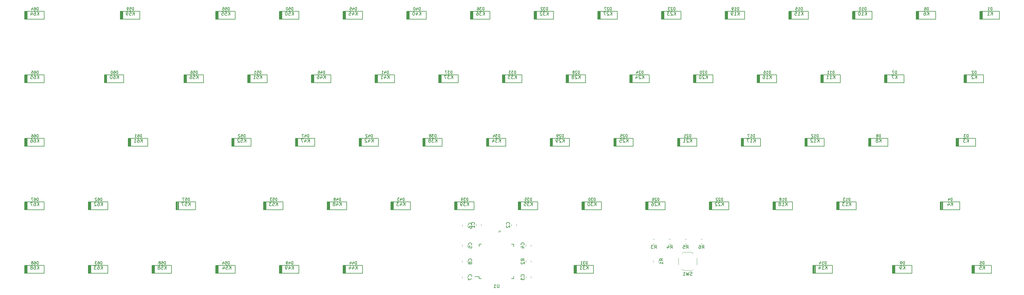
<source format=gbo>
%TF.GenerationSoftware,KiCad,Pcbnew,(5.1.10)-1*%
%TF.CreationDate,2021-09-30T15:06:51-04:00*%
%TF.ProjectId,keyboard,6b657962-6f61-4726-942e-6b696361645f,rev?*%
%TF.SameCoordinates,Original*%
%TF.FileFunction,Legend,Bot*%
%TF.FilePolarity,Positive*%
%FSLAX46Y46*%
G04 Gerber Fmt 4.6, Leading zero omitted, Abs format (unit mm)*
G04 Created by KiCad (PCBNEW (5.1.10)-1) date 2021-09-30 15:06:51*
%MOMM*%
%LPD*%
G01*
G04 APERTURE LIST*
%ADD10C,0.200000*%
%ADD11C,0.120000*%
%ADD12C,0.150000*%
%ADD13C,0.098505*%
G04 APERTURE END LIST*
D10*
%TO.C,D43*%
X180798405Y-131554717D02*
X174998405Y-131554717D01*
X180798405Y-133954717D02*
X180798405Y-131554717D01*
X174998405Y-133954717D02*
X180798405Y-133954717D01*
X175073405Y-133954717D02*
X175073405Y-131554717D01*
X175198405Y-133954717D02*
X175198405Y-131554717D01*
X174973405Y-131554717D02*
X174973405Y-133954717D01*
X175373405Y-133954717D02*
X175373405Y-131554717D01*
X175548405Y-133954717D02*
X175548405Y-131554717D01*
X175723405Y-133954717D02*
X175723405Y-131554717D01*
%TO.C,D42*%
X166198405Y-114904717D02*
X166198405Y-112504717D01*
X166023405Y-114904717D02*
X166023405Y-112504717D01*
X165848405Y-114904717D02*
X165848405Y-112504717D01*
X165448405Y-112504717D02*
X165448405Y-114904717D01*
X165673405Y-114904717D02*
X165673405Y-112504717D01*
X165548405Y-114904717D02*
X165548405Y-112504717D01*
X165473405Y-114904717D02*
X171273405Y-114904717D01*
X171273405Y-114904717D02*
X171273405Y-112504717D01*
X171273405Y-112504717D02*
X165473405Y-112504717D01*
%TO.C,D40*%
X185560905Y-74404717D02*
X179760905Y-74404717D01*
X185560905Y-76804717D02*
X185560905Y-74404717D01*
X179760905Y-76804717D02*
X185560905Y-76804717D01*
X179835905Y-76804717D02*
X179835905Y-74404717D01*
X179960905Y-76804717D02*
X179960905Y-74404717D01*
X179735905Y-74404717D02*
X179735905Y-76804717D01*
X180135905Y-76804717D02*
X180135905Y-74404717D01*
X180310905Y-76804717D02*
X180310905Y-74404717D01*
X180485905Y-76804717D02*
X180485905Y-74404717D01*
%TO.C,D37*%
X195085905Y-93454717D02*
X189285905Y-93454717D01*
X195085905Y-95854717D02*
X195085905Y-93454717D01*
X189285905Y-95854717D02*
X195085905Y-95854717D01*
X189360905Y-95854717D02*
X189360905Y-93454717D01*
X189485905Y-95854717D02*
X189485905Y-93454717D01*
X189260905Y-93454717D02*
X189260905Y-95854717D01*
X189660905Y-95854717D02*
X189660905Y-93454717D01*
X189835905Y-95854717D02*
X189835905Y-93454717D01*
X190010905Y-95854717D02*
X190010905Y-93454717D01*
%TO.C,D36*%
X199535905Y-76804717D02*
X199535905Y-74404717D01*
X199360905Y-76804717D02*
X199360905Y-74404717D01*
X199185905Y-76804717D02*
X199185905Y-74404717D01*
X198785905Y-74404717D02*
X198785905Y-76804717D01*
X199010905Y-76804717D02*
X199010905Y-74404717D01*
X198885905Y-76804717D02*
X198885905Y-74404717D01*
X198810905Y-76804717D02*
X204610905Y-76804717D01*
X204610905Y-76804717D02*
X204610905Y-74404717D01*
X204610905Y-74404717D02*
X198810905Y-74404717D01*
%TO.C,D35*%
X213823405Y-133954717D02*
X213823405Y-131554717D01*
X213648405Y-133954717D02*
X213648405Y-131554717D01*
X213473405Y-133954717D02*
X213473405Y-131554717D01*
X213073405Y-131554717D02*
X213073405Y-133954717D01*
X213298405Y-133954717D02*
X213298405Y-131554717D01*
X213173405Y-133954717D02*
X213173405Y-131554717D01*
X213098405Y-133954717D02*
X218898405Y-133954717D01*
X218898405Y-133954717D02*
X218898405Y-131554717D01*
X218898405Y-131554717D02*
X213098405Y-131554717D01*
%TO.C,D48*%
X156673405Y-133954717D02*
X156673405Y-131554717D01*
X156498405Y-133954717D02*
X156498405Y-131554717D01*
X156323405Y-133954717D02*
X156323405Y-131554717D01*
X155923405Y-131554717D02*
X155923405Y-133954717D01*
X156148405Y-133954717D02*
X156148405Y-131554717D01*
X156023405Y-133954717D02*
X156023405Y-131554717D01*
X155948405Y-133954717D02*
X161748405Y-133954717D01*
X161748405Y-133954717D02*
X161748405Y-131554717D01*
X161748405Y-131554717D02*
X155948405Y-131554717D01*
%TO.C,D34*%
X204298405Y-114904717D02*
X204298405Y-112504717D01*
X204123405Y-114904717D02*
X204123405Y-112504717D01*
X203948405Y-114904717D02*
X203948405Y-112504717D01*
X203548405Y-112504717D02*
X203548405Y-114904717D01*
X203773405Y-114904717D02*
X203773405Y-112504717D01*
X203648405Y-114904717D02*
X203648405Y-112504717D01*
X203573405Y-114904717D02*
X209373405Y-114904717D01*
X209373405Y-114904717D02*
X209373405Y-112504717D01*
X209373405Y-112504717D02*
X203573405Y-112504717D01*
%TO.C,D50*%
X142385905Y-76804717D02*
X142385905Y-74404717D01*
X142210905Y-76804717D02*
X142210905Y-74404717D01*
X142035905Y-76804717D02*
X142035905Y-74404717D01*
X141635905Y-74404717D02*
X141635905Y-76804717D01*
X141860905Y-76804717D02*
X141860905Y-74404717D01*
X141735905Y-76804717D02*
X141735905Y-74404717D01*
X141660905Y-76804717D02*
X147460905Y-76804717D01*
X147460905Y-76804717D02*
X147460905Y-74404717D01*
X147460905Y-74404717D02*
X141660905Y-74404717D01*
%TO.C,D49*%
X142385905Y-153004717D02*
X142385905Y-150604717D01*
X142210905Y-153004717D02*
X142210905Y-150604717D01*
X142035905Y-153004717D02*
X142035905Y-150604717D01*
X141635905Y-150604717D02*
X141635905Y-153004717D01*
X141860905Y-153004717D02*
X141860905Y-150604717D01*
X141735905Y-153004717D02*
X141735905Y-150604717D01*
X141660905Y-153004717D02*
X147460905Y-153004717D01*
X147460905Y-153004717D02*
X147460905Y-150604717D01*
X147460905Y-150604717D02*
X141660905Y-150604717D01*
%TO.C,D45*%
X166510905Y-74404717D02*
X160710905Y-74404717D01*
X166510905Y-76804717D02*
X166510905Y-74404717D01*
X160710905Y-76804717D02*
X166510905Y-76804717D01*
X160785905Y-76804717D02*
X160785905Y-74404717D01*
X160910905Y-76804717D02*
X160910905Y-74404717D01*
X160685905Y-74404717D02*
X160685905Y-76804717D01*
X161085905Y-76804717D02*
X161085905Y-74404717D01*
X161260905Y-76804717D02*
X161260905Y-74404717D01*
X161435905Y-76804717D02*
X161435905Y-74404717D01*
%TO.C,D47*%
X152223405Y-112504717D02*
X146423405Y-112504717D01*
X152223405Y-114904717D02*
X152223405Y-112504717D01*
X146423405Y-114904717D02*
X152223405Y-114904717D01*
X146498405Y-114904717D02*
X146498405Y-112504717D01*
X146623405Y-114904717D02*
X146623405Y-112504717D01*
X146398405Y-112504717D02*
X146398405Y-114904717D01*
X146798405Y-114904717D02*
X146798405Y-112504717D01*
X146973405Y-114904717D02*
X146973405Y-112504717D01*
X147148405Y-114904717D02*
X147148405Y-112504717D01*
%TO.C,D46*%
X151910905Y-95854717D02*
X151910905Y-93454717D01*
X151735905Y-95854717D02*
X151735905Y-93454717D01*
X151560905Y-95854717D02*
X151560905Y-93454717D01*
X151160905Y-93454717D02*
X151160905Y-95854717D01*
X151385905Y-95854717D02*
X151385905Y-93454717D01*
X151260905Y-95854717D02*
X151260905Y-93454717D01*
X151185905Y-95854717D02*
X156985905Y-95854717D01*
X156985905Y-95854717D02*
X156985905Y-93454717D01*
X156985905Y-93454717D02*
X151185905Y-93454717D01*
%TO.C,D44*%
X161435905Y-153004717D02*
X161435905Y-150604717D01*
X161260905Y-153004717D02*
X161260905Y-150604717D01*
X161085905Y-153004717D02*
X161085905Y-150604717D01*
X160685905Y-150604717D02*
X160685905Y-153004717D01*
X160910905Y-153004717D02*
X160910905Y-150604717D01*
X160785905Y-153004717D02*
X160785905Y-150604717D01*
X160710905Y-153004717D02*
X166510905Y-153004717D01*
X166510905Y-153004717D02*
X166510905Y-150604717D01*
X166510905Y-150604717D02*
X160710905Y-150604717D01*
%TO.C,D41*%
X176035905Y-93454717D02*
X170235905Y-93454717D01*
X176035905Y-95854717D02*
X176035905Y-93454717D01*
X170235905Y-95854717D02*
X176035905Y-95854717D01*
X170310905Y-95854717D02*
X170310905Y-93454717D01*
X170435905Y-95854717D02*
X170435905Y-93454717D01*
X170210905Y-93454717D02*
X170210905Y-95854717D01*
X170610905Y-95854717D02*
X170610905Y-93454717D01*
X170785905Y-95854717D02*
X170785905Y-93454717D01*
X170960905Y-95854717D02*
X170960905Y-93454717D01*
%TO.C,D39*%
X194773405Y-133954717D02*
X194773405Y-131554717D01*
X194598405Y-133954717D02*
X194598405Y-131554717D01*
X194423405Y-133954717D02*
X194423405Y-131554717D01*
X194023405Y-131554717D02*
X194023405Y-133954717D01*
X194248405Y-133954717D02*
X194248405Y-131554717D01*
X194123405Y-133954717D02*
X194123405Y-131554717D01*
X194048405Y-133954717D02*
X199848405Y-133954717D01*
X199848405Y-133954717D02*
X199848405Y-131554717D01*
X199848405Y-131554717D02*
X194048405Y-131554717D01*
%TO.C,D38*%
X185248405Y-114904717D02*
X185248405Y-112504717D01*
X185073405Y-114904717D02*
X185073405Y-112504717D01*
X184898405Y-114904717D02*
X184898405Y-112504717D01*
X184498405Y-112504717D02*
X184498405Y-114904717D01*
X184723405Y-114904717D02*
X184723405Y-112504717D01*
X184598405Y-114904717D02*
X184598405Y-112504717D01*
X184523405Y-114904717D02*
X190323405Y-114904717D01*
X190323405Y-114904717D02*
X190323405Y-112504717D01*
X190323405Y-112504717D02*
X184523405Y-112504717D01*
%TO.C,D33*%
X214135905Y-93454717D02*
X208335905Y-93454717D01*
X214135905Y-95854717D02*
X214135905Y-93454717D01*
X208335905Y-95854717D02*
X214135905Y-95854717D01*
X208410905Y-95854717D02*
X208410905Y-93454717D01*
X208535905Y-95854717D02*
X208535905Y-93454717D01*
X208310905Y-93454717D02*
X208310905Y-95854717D01*
X208710905Y-95854717D02*
X208710905Y-93454717D01*
X208885905Y-95854717D02*
X208885905Y-93454717D01*
X209060905Y-95854717D02*
X209060905Y-93454717D01*
%TO.C,D2*%
X352248405Y-93454717D02*
X346448405Y-93454717D01*
X352248405Y-95854717D02*
X352248405Y-93454717D01*
X346448405Y-95854717D02*
X352248405Y-95854717D01*
X346523405Y-95854717D02*
X346523405Y-93454717D01*
X346648405Y-95854717D02*
X346648405Y-93454717D01*
X346423405Y-93454717D02*
X346423405Y-95854717D01*
X346823405Y-95854717D02*
X346823405Y-93454717D01*
X346998405Y-95854717D02*
X346998405Y-93454717D01*
X347173405Y-95854717D02*
X347173405Y-93454717D01*
%TO.C,D1*%
X357010905Y-74404717D02*
X351210905Y-74404717D01*
X357010905Y-76804717D02*
X357010905Y-74404717D01*
X351210905Y-76804717D02*
X357010905Y-76804717D01*
X351285905Y-76804717D02*
X351285905Y-74404717D01*
X351410905Y-76804717D02*
X351410905Y-74404717D01*
X351185905Y-74404717D02*
X351185905Y-76804717D01*
X351585905Y-76804717D02*
X351585905Y-74404717D01*
X351760905Y-76804717D02*
X351760905Y-74404717D01*
X351935905Y-76804717D02*
X351935905Y-74404717D01*
%TO.C,D4*%
X345104655Y-131554717D02*
X339304655Y-131554717D01*
X345104655Y-133954717D02*
X345104655Y-131554717D01*
X339304655Y-133954717D02*
X345104655Y-133954717D01*
X339379655Y-133954717D02*
X339379655Y-131554717D01*
X339504655Y-133954717D02*
X339504655Y-131554717D01*
X339279655Y-131554717D02*
X339279655Y-133954717D01*
X339679655Y-133954717D02*
X339679655Y-131554717D01*
X339854655Y-133954717D02*
X339854655Y-131554717D01*
X340029655Y-133954717D02*
X340029655Y-131554717D01*
%TO.C,D5*%
X349554655Y-153004717D02*
X349554655Y-150604717D01*
X349379655Y-153004717D02*
X349379655Y-150604717D01*
X349204655Y-153004717D02*
X349204655Y-150604717D01*
X348804655Y-150604717D02*
X348804655Y-153004717D01*
X349029655Y-153004717D02*
X349029655Y-150604717D01*
X348904655Y-153004717D02*
X348904655Y-150604717D01*
X348829655Y-153004717D02*
X354629655Y-153004717D01*
X354629655Y-153004717D02*
X354629655Y-150604717D01*
X354629655Y-150604717D02*
X348829655Y-150604717D01*
%TO.C,D3*%
X344792155Y-114904717D02*
X344792155Y-112504717D01*
X344617155Y-114904717D02*
X344617155Y-112504717D01*
X344442155Y-114904717D02*
X344442155Y-112504717D01*
X344042155Y-112504717D02*
X344042155Y-114904717D01*
X344267155Y-114904717D02*
X344267155Y-112504717D01*
X344142155Y-114904717D02*
X344142155Y-112504717D01*
X344067155Y-114904717D02*
X349867155Y-114904717D01*
X349867155Y-114904717D02*
X349867155Y-112504717D01*
X349867155Y-112504717D02*
X344067155Y-112504717D01*
%TO.C,D23*%
X261760905Y-74404717D02*
X255960905Y-74404717D01*
X261760905Y-76804717D02*
X261760905Y-74404717D01*
X255960905Y-76804717D02*
X261760905Y-76804717D01*
X256035905Y-76804717D02*
X256035905Y-74404717D01*
X256160905Y-76804717D02*
X256160905Y-74404717D01*
X255935905Y-74404717D02*
X255935905Y-76804717D01*
X256335905Y-76804717D02*
X256335905Y-74404717D01*
X256510905Y-76804717D02*
X256510905Y-74404717D01*
X256685905Y-76804717D02*
X256685905Y-74404717D01*
%TO.C,D31*%
X230492155Y-153004717D02*
X230492155Y-150604717D01*
X230317155Y-153004717D02*
X230317155Y-150604717D01*
X230142155Y-153004717D02*
X230142155Y-150604717D01*
X229742155Y-150604717D02*
X229742155Y-153004717D01*
X229967155Y-153004717D02*
X229967155Y-150604717D01*
X229842155Y-153004717D02*
X229842155Y-150604717D01*
X229767155Y-153004717D02*
X235567155Y-153004717D01*
X235567155Y-153004717D02*
X235567155Y-150604717D01*
X235567155Y-150604717D02*
X229767155Y-150604717D01*
%TO.C,D30*%
X237948405Y-131554717D02*
X232148405Y-131554717D01*
X237948405Y-133954717D02*
X237948405Y-131554717D01*
X232148405Y-133954717D02*
X237948405Y-133954717D01*
X232223405Y-133954717D02*
X232223405Y-131554717D01*
X232348405Y-133954717D02*
X232348405Y-131554717D01*
X232123405Y-131554717D02*
X232123405Y-133954717D01*
X232523405Y-133954717D02*
X232523405Y-131554717D01*
X232698405Y-133954717D02*
X232698405Y-131554717D01*
X232873405Y-133954717D02*
X232873405Y-131554717D01*
%TO.C,D29*%
X228423405Y-112504717D02*
X222623405Y-112504717D01*
X228423405Y-114904717D02*
X228423405Y-112504717D01*
X222623405Y-114904717D02*
X228423405Y-114904717D01*
X222698405Y-114904717D02*
X222698405Y-112504717D01*
X222823405Y-114904717D02*
X222823405Y-112504717D01*
X222598405Y-112504717D02*
X222598405Y-114904717D01*
X222998405Y-114904717D02*
X222998405Y-112504717D01*
X223173405Y-114904717D02*
X223173405Y-112504717D01*
X223348405Y-114904717D02*
X223348405Y-112504717D01*
%TO.C,D28*%
X233185905Y-93454717D02*
X227385905Y-93454717D01*
X233185905Y-95854717D02*
X233185905Y-93454717D01*
X227385905Y-95854717D02*
X233185905Y-95854717D01*
X227460905Y-95854717D02*
X227460905Y-93454717D01*
X227585905Y-95854717D02*
X227585905Y-93454717D01*
X227360905Y-93454717D02*
X227360905Y-95854717D01*
X227760905Y-95854717D02*
X227760905Y-93454717D01*
X227935905Y-95854717D02*
X227935905Y-93454717D01*
X228110905Y-95854717D02*
X228110905Y-93454717D01*
%TO.C,D19*%
X280810905Y-74404717D02*
X275010905Y-74404717D01*
X280810905Y-76804717D02*
X280810905Y-74404717D01*
X275010905Y-76804717D02*
X280810905Y-76804717D01*
X275085905Y-76804717D02*
X275085905Y-74404717D01*
X275210905Y-76804717D02*
X275210905Y-74404717D01*
X274985905Y-74404717D02*
X274985905Y-76804717D01*
X275385905Y-76804717D02*
X275385905Y-74404717D01*
X275560905Y-76804717D02*
X275560905Y-74404717D01*
X275735905Y-76804717D02*
X275735905Y-74404717D01*
%TO.C,D27*%
X242710905Y-74404717D02*
X236910905Y-74404717D01*
X242710905Y-76804717D02*
X242710905Y-74404717D01*
X236910905Y-76804717D02*
X242710905Y-76804717D01*
X236985905Y-76804717D02*
X236985905Y-74404717D01*
X237110905Y-76804717D02*
X237110905Y-74404717D01*
X236885905Y-74404717D02*
X236885905Y-76804717D01*
X237285905Y-76804717D02*
X237285905Y-74404717D01*
X237460905Y-76804717D02*
X237460905Y-74404717D01*
X237635905Y-76804717D02*
X237635905Y-74404717D01*
%TO.C,D26*%
X251923405Y-133954717D02*
X251923405Y-131554717D01*
X251748405Y-133954717D02*
X251748405Y-131554717D01*
X251573405Y-133954717D02*
X251573405Y-131554717D01*
X251173405Y-131554717D02*
X251173405Y-133954717D01*
X251398405Y-133954717D02*
X251398405Y-131554717D01*
X251273405Y-133954717D02*
X251273405Y-131554717D01*
X251198405Y-133954717D02*
X256998405Y-133954717D01*
X256998405Y-133954717D02*
X256998405Y-131554717D01*
X256998405Y-131554717D02*
X251198405Y-131554717D01*
%TO.C,D24*%
X252235905Y-93454717D02*
X246435905Y-93454717D01*
X252235905Y-95854717D02*
X252235905Y-93454717D01*
X246435905Y-95854717D02*
X252235905Y-95854717D01*
X246510905Y-95854717D02*
X246510905Y-93454717D01*
X246635905Y-95854717D02*
X246635905Y-93454717D01*
X246410905Y-93454717D02*
X246410905Y-95854717D01*
X246810905Y-95854717D02*
X246810905Y-93454717D01*
X246985905Y-95854717D02*
X246985905Y-93454717D01*
X247160905Y-95854717D02*
X247160905Y-93454717D01*
%TO.C,D22*%
X270973405Y-133954717D02*
X270973405Y-131554717D01*
X270798405Y-133954717D02*
X270798405Y-131554717D01*
X270623405Y-133954717D02*
X270623405Y-131554717D01*
X270223405Y-131554717D02*
X270223405Y-133954717D01*
X270448405Y-133954717D02*
X270448405Y-131554717D01*
X270323405Y-133954717D02*
X270323405Y-131554717D01*
X270248405Y-133954717D02*
X276048405Y-133954717D01*
X276048405Y-133954717D02*
X276048405Y-131554717D01*
X276048405Y-131554717D02*
X270248405Y-131554717D01*
%TO.C,D16*%
X285260905Y-95854717D02*
X285260905Y-93454717D01*
X285085905Y-95854717D02*
X285085905Y-93454717D01*
X284910905Y-95854717D02*
X284910905Y-93454717D01*
X284510905Y-93454717D02*
X284510905Y-95854717D01*
X284735905Y-95854717D02*
X284735905Y-93454717D01*
X284610905Y-95854717D02*
X284610905Y-93454717D01*
X284535905Y-95854717D02*
X290335905Y-95854717D01*
X290335905Y-95854717D02*
X290335905Y-93454717D01*
X290335905Y-93454717D02*
X284535905Y-93454717D01*
%TO.C,D15*%
X294785905Y-76804717D02*
X294785905Y-74404717D01*
X294610905Y-76804717D02*
X294610905Y-74404717D01*
X294435905Y-76804717D02*
X294435905Y-74404717D01*
X294035905Y-74404717D02*
X294035905Y-76804717D01*
X294260905Y-76804717D02*
X294260905Y-74404717D01*
X294135905Y-76804717D02*
X294135905Y-74404717D01*
X294060905Y-76804717D02*
X299860905Y-76804717D01*
X299860905Y-76804717D02*
X299860905Y-74404717D01*
X299860905Y-74404717D02*
X294060905Y-74404717D01*
%TO.C,D18*%
X290023405Y-133954717D02*
X290023405Y-131554717D01*
X289848405Y-133954717D02*
X289848405Y-131554717D01*
X289673405Y-133954717D02*
X289673405Y-131554717D01*
X289273405Y-131554717D02*
X289273405Y-133954717D01*
X289498405Y-133954717D02*
X289498405Y-131554717D01*
X289373405Y-133954717D02*
X289373405Y-131554717D01*
X289298405Y-133954717D02*
X295098405Y-133954717D01*
X295098405Y-133954717D02*
X295098405Y-131554717D01*
X295098405Y-131554717D02*
X289298405Y-131554717D01*
%TO.C,D21*%
X261448405Y-114904717D02*
X261448405Y-112504717D01*
X261273405Y-114904717D02*
X261273405Y-112504717D01*
X261098405Y-114904717D02*
X261098405Y-112504717D01*
X260698405Y-112504717D02*
X260698405Y-114904717D01*
X260923405Y-114904717D02*
X260923405Y-112504717D01*
X260798405Y-114904717D02*
X260798405Y-112504717D01*
X260723405Y-114904717D02*
X266523405Y-114904717D01*
X266523405Y-114904717D02*
X266523405Y-112504717D01*
X266523405Y-112504717D02*
X260723405Y-112504717D01*
%TO.C,D20*%
X271285905Y-93454717D02*
X265485905Y-93454717D01*
X271285905Y-95854717D02*
X271285905Y-93454717D01*
X265485905Y-95854717D02*
X271285905Y-95854717D01*
X265560905Y-95854717D02*
X265560905Y-93454717D01*
X265685905Y-95854717D02*
X265685905Y-93454717D01*
X265460905Y-93454717D02*
X265460905Y-95854717D01*
X265860905Y-95854717D02*
X265860905Y-93454717D01*
X266035905Y-95854717D02*
X266035905Y-93454717D01*
X266210905Y-95854717D02*
X266210905Y-93454717D01*
%TO.C,D17*%
X285573405Y-112504717D02*
X279773405Y-112504717D01*
X285573405Y-114904717D02*
X285573405Y-112504717D01*
X279773405Y-114904717D02*
X285573405Y-114904717D01*
X279848405Y-114904717D02*
X279848405Y-112504717D01*
X279973405Y-114904717D02*
X279973405Y-112504717D01*
X279748405Y-112504717D02*
X279748405Y-114904717D01*
X280148405Y-114904717D02*
X280148405Y-112504717D01*
X280323405Y-114904717D02*
X280323405Y-112504717D01*
X280498405Y-114904717D02*
X280498405Y-112504717D01*
%TO.C,D32*%
X223660905Y-74404717D02*
X217860905Y-74404717D01*
X223660905Y-76804717D02*
X223660905Y-74404717D01*
X217860905Y-76804717D02*
X223660905Y-76804717D01*
X217935905Y-76804717D02*
X217935905Y-74404717D01*
X218060905Y-76804717D02*
X218060905Y-74404717D01*
X217835905Y-74404717D02*
X217835905Y-76804717D01*
X218235905Y-76804717D02*
X218235905Y-74404717D01*
X218410905Y-76804717D02*
X218410905Y-74404717D01*
X218585905Y-76804717D02*
X218585905Y-74404717D01*
%TO.C,D25*%
X242398405Y-114904717D02*
X242398405Y-112504717D01*
X242223405Y-114904717D02*
X242223405Y-112504717D01*
X242048405Y-114904717D02*
X242048405Y-112504717D01*
X241648405Y-112504717D02*
X241648405Y-114904717D01*
X241873405Y-114904717D02*
X241873405Y-112504717D01*
X241748405Y-114904717D02*
X241748405Y-112504717D01*
X241673405Y-114904717D02*
X247473405Y-114904717D01*
X247473405Y-114904717D02*
X247473405Y-112504717D01*
X247473405Y-112504717D02*
X241673405Y-112504717D01*
%TO.C,D55*%
X128410905Y-74404717D02*
X122610905Y-74404717D01*
X128410905Y-76804717D02*
X128410905Y-74404717D01*
X122610905Y-76804717D02*
X128410905Y-76804717D01*
X122685905Y-76804717D02*
X122685905Y-74404717D01*
X122810905Y-76804717D02*
X122810905Y-74404717D01*
X122585905Y-74404717D02*
X122585905Y-76804717D01*
X122985905Y-76804717D02*
X122985905Y-74404717D01*
X123160905Y-76804717D02*
X123160905Y-74404717D01*
X123335905Y-76804717D02*
X123335905Y-74404717D01*
%TO.C,D53*%
X137623405Y-133954717D02*
X137623405Y-131554717D01*
X137448405Y-133954717D02*
X137448405Y-131554717D01*
X137273405Y-133954717D02*
X137273405Y-131554717D01*
X136873405Y-131554717D02*
X136873405Y-133954717D01*
X137098405Y-133954717D02*
X137098405Y-131554717D01*
X136973405Y-133954717D02*
X136973405Y-131554717D01*
X136898405Y-133954717D02*
X142698405Y-133954717D01*
X142698405Y-133954717D02*
X142698405Y-131554717D01*
X142698405Y-131554717D02*
X136898405Y-131554717D01*
%TO.C,D63*%
X85235905Y-153004717D02*
X85235905Y-150604717D01*
X85060905Y-153004717D02*
X85060905Y-150604717D01*
X84885905Y-153004717D02*
X84885905Y-150604717D01*
X84485905Y-150604717D02*
X84485905Y-153004717D01*
X84710905Y-153004717D02*
X84710905Y-150604717D01*
X84585905Y-153004717D02*
X84585905Y-150604717D01*
X84510905Y-153004717D02*
X90310905Y-153004717D01*
X90310905Y-153004717D02*
X90310905Y-150604717D01*
X90310905Y-150604717D02*
X84510905Y-150604717D01*
%TO.C,D65*%
X66185905Y-95854717D02*
X66185905Y-93454717D01*
X66010905Y-95854717D02*
X66010905Y-93454717D01*
X65835905Y-95854717D02*
X65835905Y-93454717D01*
X65435905Y-93454717D02*
X65435905Y-95854717D01*
X65660905Y-95854717D02*
X65660905Y-93454717D01*
X65535905Y-95854717D02*
X65535905Y-93454717D01*
X65460905Y-95854717D02*
X71260905Y-95854717D01*
X71260905Y-95854717D02*
X71260905Y-93454717D01*
X71260905Y-93454717D02*
X65460905Y-93454717D01*
%TO.C,D68*%
X71260905Y-150604717D02*
X65460905Y-150604717D01*
X71260905Y-153004717D02*
X71260905Y-150604717D01*
X65460905Y-153004717D02*
X71260905Y-153004717D01*
X65535905Y-153004717D02*
X65535905Y-150604717D01*
X65660905Y-153004717D02*
X65660905Y-150604717D01*
X65435905Y-150604717D02*
X65435905Y-153004717D01*
X65835905Y-153004717D02*
X65835905Y-150604717D01*
X66010905Y-153004717D02*
X66010905Y-150604717D01*
X66185905Y-153004717D02*
X66185905Y-150604717D01*
%TO.C,D61*%
X102217155Y-112504717D02*
X96417155Y-112504717D01*
X102217155Y-114904717D02*
X102217155Y-112504717D01*
X96417155Y-114904717D02*
X102217155Y-114904717D01*
X96492155Y-114904717D02*
X96492155Y-112504717D01*
X96617155Y-114904717D02*
X96617155Y-112504717D01*
X96392155Y-112504717D02*
X96392155Y-114904717D01*
X96792155Y-114904717D02*
X96792155Y-112504717D01*
X96967155Y-114904717D02*
X96967155Y-112504717D01*
X97142155Y-114904717D02*
X97142155Y-112504717D01*
%TO.C,D62*%
X90310905Y-131554717D02*
X84510905Y-131554717D01*
X90310905Y-133954717D02*
X90310905Y-131554717D01*
X84510905Y-133954717D02*
X90310905Y-133954717D01*
X84585905Y-133954717D02*
X84585905Y-131554717D01*
X84710905Y-133954717D02*
X84710905Y-131554717D01*
X84485905Y-131554717D02*
X84485905Y-133954717D01*
X84885905Y-133954717D02*
X84885905Y-131554717D01*
X85060905Y-133954717D02*
X85060905Y-131554717D01*
X85235905Y-133954717D02*
X85235905Y-131554717D01*
%TO.C,D51*%
X137935905Y-93454717D02*
X132135905Y-93454717D01*
X137935905Y-95854717D02*
X137935905Y-93454717D01*
X132135905Y-95854717D02*
X137935905Y-95854717D01*
X132210905Y-95854717D02*
X132210905Y-93454717D01*
X132335905Y-95854717D02*
X132335905Y-93454717D01*
X132110905Y-93454717D02*
X132110905Y-95854717D01*
X132510905Y-95854717D02*
X132510905Y-93454717D01*
X132685905Y-95854717D02*
X132685905Y-93454717D01*
X132860905Y-95854717D02*
X132860905Y-93454717D01*
%TO.C,D56*%
X118885905Y-93454717D02*
X113085905Y-93454717D01*
X118885905Y-95854717D02*
X118885905Y-93454717D01*
X113085905Y-95854717D02*
X118885905Y-95854717D01*
X113160905Y-95854717D02*
X113160905Y-93454717D01*
X113285905Y-95854717D02*
X113285905Y-93454717D01*
X113060905Y-93454717D02*
X113060905Y-95854717D01*
X113460905Y-95854717D02*
X113460905Y-93454717D01*
X113635905Y-95854717D02*
X113635905Y-93454717D01*
X113810905Y-95854717D02*
X113810905Y-93454717D01*
%TO.C,D57*%
X111429655Y-133954717D02*
X111429655Y-131554717D01*
X111254655Y-133954717D02*
X111254655Y-131554717D01*
X111079655Y-133954717D02*
X111079655Y-131554717D01*
X110679655Y-131554717D02*
X110679655Y-133954717D01*
X110904655Y-133954717D02*
X110904655Y-131554717D01*
X110779655Y-133954717D02*
X110779655Y-131554717D01*
X110704655Y-133954717D02*
X116504655Y-133954717D01*
X116504655Y-133954717D02*
X116504655Y-131554717D01*
X116504655Y-131554717D02*
X110704655Y-131554717D01*
%TO.C,D60*%
X89998405Y-95854717D02*
X89998405Y-93454717D01*
X89823405Y-95854717D02*
X89823405Y-93454717D01*
X89648405Y-95854717D02*
X89648405Y-93454717D01*
X89248405Y-93454717D02*
X89248405Y-95854717D01*
X89473405Y-95854717D02*
X89473405Y-93454717D01*
X89348405Y-95854717D02*
X89348405Y-93454717D01*
X89273405Y-95854717D02*
X95073405Y-95854717D01*
X95073405Y-95854717D02*
X95073405Y-93454717D01*
X95073405Y-93454717D02*
X89273405Y-93454717D01*
%TO.C,D54*%
X123335905Y-153004717D02*
X123335905Y-150604717D01*
X123160905Y-153004717D02*
X123160905Y-150604717D01*
X122985905Y-153004717D02*
X122985905Y-150604717D01*
X122585905Y-150604717D02*
X122585905Y-153004717D01*
X122810905Y-153004717D02*
X122810905Y-150604717D01*
X122685905Y-153004717D02*
X122685905Y-150604717D01*
X122610905Y-153004717D02*
X128410905Y-153004717D01*
X128410905Y-153004717D02*
X128410905Y-150604717D01*
X128410905Y-150604717D02*
X122610905Y-150604717D01*
%TO.C,D59*%
X99835905Y-74404717D02*
X94035905Y-74404717D01*
X99835905Y-76804717D02*
X99835905Y-74404717D01*
X94035905Y-76804717D02*
X99835905Y-76804717D01*
X94110905Y-76804717D02*
X94110905Y-74404717D01*
X94235905Y-76804717D02*
X94235905Y-74404717D01*
X94010905Y-74404717D02*
X94010905Y-76804717D01*
X94410905Y-76804717D02*
X94410905Y-74404717D01*
X94585905Y-76804717D02*
X94585905Y-74404717D01*
X94760905Y-76804717D02*
X94760905Y-74404717D01*
%TO.C,D64*%
X71260905Y-74404717D02*
X65460905Y-74404717D01*
X71260905Y-76804717D02*
X71260905Y-74404717D01*
X65460905Y-76804717D02*
X71260905Y-76804717D01*
X65535905Y-76804717D02*
X65535905Y-74404717D01*
X65660905Y-76804717D02*
X65660905Y-74404717D01*
X65435905Y-74404717D02*
X65435905Y-76804717D01*
X65835905Y-76804717D02*
X65835905Y-74404717D01*
X66010905Y-76804717D02*
X66010905Y-74404717D01*
X66185905Y-76804717D02*
X66185905Y-74404717D01*
%TO.C,D67*%
X66185905Y-133954717D02*
X66185905Y-131554717D01*
X66010905Y-133954717D02*
X66010905Y-131554717D01*
X65835905Y-133954717D02*
X65835905Y-131554717D01*
X65435905Y-131554717D02*
X65435905Y-133954717D01*
X65660905Y-133954717D02*
X65660905Y-131554717D01*
X65535905Y-133954717D02*
X65535905Y-131554717D01*
X65460905Y-133954717D02*
X71260905Y-133954717D01*
X71260905Y-133954717D02*
X71260905Y-131554717D01*
X71260905Y-131554717D02*
X65460905Y-131554717D01*
%TO.C,D52*%
X128098405Y-114904717D02*
X128098405Y-112504717D01*
X127923405Y-114904717D02*
X127923405Y-112504717D01*
X127748405Y-114904717D02*
X127748405Y-112504717D01*
X127348405Y-112504717D02*
X127348405Y-114904717D01*
X127573405Y-114904717D02*
X127573405Y-112504717D01*
X127448405Y-114904717D02*
X127448405Y-112504717D01*
X127373405Y-114904717D02*
X133173405Y-114904717D01*
X133173405Y-114904717D02*
X133173405Y-112504717D01*
X133173405Y-112504717D02*
X127373405Y-112504717D01*
%TO.C,D66*%
X71260905Y-112504717D02*
X65460905Y-112504717D01*
X71260905Y-114904717D02*
X71260905Y-112504717D01*
X65460905Y-114904717D02*
X71260905Y-114904717D01*
X65535905Y-114904717D02*
X65535905Y-112504717D01*
X65660905Y-114904717D02*
X65660905Y-112504717D01*
X65435905Y-112504717D02*
X65435905Y-114904717D01*
X65835905Y-114904717D02*
X65835905Y-112504717D01*
X66010905Y-114904717D02*
X66010905Y-112504717D01*
X66185905Y-114904717D02*
X66185905Y-112504717D01*
%TO.C,D58*%
X109360905Y-150604717D02*
X103560905Y-150604717D01*
X109360905Y-153004717D02*
X109360905Y-150604717D01*
X103560905Y-153004717D02*
X109360905Y-153004717D01*
X103635905Y-153004717D02*
X103635905Y-150604717D01*
X103760905Y-153004717D02*
X103760905Y-150604717D01*
X103535905Y-150604717D02*
X103535905Y-153004717D01*
X103935905Y-153004717D02*
X103935905Y-150604717D01*
X104110905Y-153004717D02*
X104110905Y-150604717D01*
X104285905Y-153004717D02*
X104285905Y-150604717D01*
%TO.C,D10*%
X318910905Y-74404717D02*
X313110905Y-74404717D01*
X318910905Y-76804717D02*
X318910905Y-74404717D01*
X313110905Y-76804717D02*
X318910905Y-76804717D01*
X313185905Y-76804717D02*
X313185905Y-74404717D01*
X313310905Y-76804717D02*
X313310905Y-74404717D01*
X313085905Y-74404717D02*
X313085905Y-76804717D01*
X313485905Y-76804717D02*
X313485905Y-74404717D01*
X313660905Y-76804717D02*
X313660905Y-74404717D01*
X313835905Y-76804717D02*
X313835905Y-74404717D01*
%TO.C,D8*%
X318598405Y-114904717D02*
X318598405Y-112504717D01*
X318423405Y-114904717D02*
X318423405Y-112504717D01*
X318248405Y-114904717D02*
X318248405Y-112504717D01*
X317848405Y-112504717D02*
X317848405Y-114904717D01*
X318073405Y-114904717D02*
X318073405Y-112504717D01*
X317948405Y-114904717D02*
X317948405Y-112504717D01*
X317873405Y-114904717D02*
X323673405Y-114904717D01*
X323673405Y-114904717D02*
X323673405Y-112504717D01*
X323673405Y-112504717D02*
X317873405Y-112504717D01*
%TO.C,D6*%
X337960905Y-74404717D02*
X332160905Y-74404717D01*
X337960905Y-76804717D02*
X337960905Y-74404717D01*
X332160905Y-76804717D02*
X337960905Y-76804717D01*
X332235905Y-76804717D02*
X332235905Y-74404717D01*
X332360905Y-76804717D02*
X332360905Y-74404717D01*
X332135905Y-74404717D02*
X332135905Y-76804717D01*
X332535905Y-76804717D02*
X332535905Y-74404717D01*
X332710905Y-76804717D02*
X332710905Y-74404717D01*
X332885905Y-76804717D02*
X332885905Y-74404717D01*
%TO.C,D14*%
X307004655Y-150604717D02*
X301204655Y-150604717D01*
X307004655Y-153004717D02*
X307004655Y-150604717D01*
X301204655Y-153004717D02*
X307004655Y-153004717D01*
X301279655Y-153004717D02*
X301279655Y-150604717D01*
X301404655Y-153004717D02*
X301404655Y-150604717D01*
X301179655Y-150604717D02*
X301179655Y-153004717D01*
X301579655Y-153004717D02*
X301579655Y-150604717D01*
X301754655Y-153004717D02*
X301754655Y-150604717D01*
X301929655Y-153004717D02*
X301929655Y-150604717D01*
%TO.C,D13*%
X309073405Y-133954717D02*
X309073405Y-131554717D01*
X308898405Y-133954717D02*
X308898405Y-131554717D01*
X308723405Y-133954717D02*
X308723405Y-131554717D01*
X308323405Y-131554717D02*
X308323405Y-133954717D01*
X308548405Y-133954717D02*
X308548405Y-131554717D01*
X308423405Y-133954717D02*
X308423405Y-131554717D01*
X308348405Y-133954717D02*
X314148405Y-133954717D01*
X314148405Y-133954717D02*
X314148405Y-131554717D01*
X314148405Y-131554717D02*
X308348405Y-131554717D01*
%TO.C,D12*%
X304623405Y-112504717D02*
X298823405Y-112504717D01*
X304623405Y-114904717D02*
X304623405Y-112504717D01*
X298823405Y-114904717D02*
X304623405Y-114904717D01*
X298898405Y-114904717D02*
X298898405Y-112504717D01*
X299023405Y-114904717D02*
X299023405Y-112504717D01*
X298798405Y-112504717D02*
X298798405Y-114904717D01*
X299198405Y-114904717D02*
X299198405Y-112504717D01*
X299373405Y-114904717D02*
X299373405Y-112504717D01*
X299548405Y-114904717D02*
X299548405Y-112504717D01*
%TO.C,D7*%
X323360905Y-95854717D02*
X323360905Y-93454717D01*
X323185905Y-95854717D02*
X323185905Y-93454717D01*
X323010905Y-95854717D02*
X323010905Y-93454717D01*
X322610905Y-93454717D02*
X322610905Y-95854717D01*
X322835905Y-95854717D02*
X322835905Y-93454717D01*
X322710905Y-95854717D02*
X322710905Y-93454717D01*
X322635905Y-95854717D02*
X328435905Y-95854717D01*
X328435905Y-95854717D02*
X328435905Y-93454717D01*
X328435905Y-93454717D02*
X322635905Y-93454717D01*
%TO.C,D9*%
X325742155Y-153004717D02*
X325742155Y-150604717D01*
X325567155Y-153004717D02*
X325567155Y-150604717D01*
X325392155Y-153004717D02*
X325392155Y-150604717D01*
X324992155Y-150604717D02*
X324992155Y-153004717D01*
X325217155Y-153004717D02*
X325217155Y-150604717D01*
X325092155Y-153004717D02*
X325092155Y-150604717D01*
X325017155Y-153004717D02*
X330817155Y-153004717D01*
X330817155Y-153004717D02*
X330817155Y-150604717D01*
X330817155Y-150604717D02*
X325017155Y-150604717D01*
%TO.C,D11*%
X304310905Y-95854717D02*
X304310905Y-93454717D01*
X304135905Y-95854717D02*
X304135905Y-93454717D01*
X303960905Y-95854717D02*
X303960905Y-93454717D01*
X303560905Y-93454717D02*
X303560905Y-95854717D01*
X303785905Y-95854717D02*
X303785905Y-93454717D01*
X303660905Y-95854717D02*
X303660905Y-93454717D01*
X303585905Y-95854717D02*
X309385905Y-95854717D01*
X309385905Y-95854717D02*
X309385905Y-93454717D01*
X309385905Y-93454717D02*
X303585905Y-93454717D01*
D11*
%TO.C,SW1*%
X262023659Y-147123563D02*
X262473659Y-146673563D01*
X265423659Y-147123563D02*
X264973659Y-146673563D01*
X265423659Y-151723563D02*
X264973659Y-152173563D01*
X262023659Y-151723563D02*
X262473659Y-152173563D01*
X266473659Y-150423563D02*
X266473659Y-148423563D01*
X262473659Y-146673563D02*
X264973659Y-146673563D01*
X260973659Y-150423563D02*
X260973659Y-148423563D01*
X262473659Y-152173563D02*
X264973659Y-152173563D01*
D12*
%TO.C,U1*%
X201398555Y-154598489D02*
X201398555Y-154023489D01*
X211748555Y-154598489D02*
X211748555Y-153923489D01*
X211748555Y-144248489D02*
X211748555Y-144923489D01*
X201398555Y-144248489D02*
X201398555Y-144923489D01*
X201398555Y-154598489D02*
X202073555Y-154598489D01*
X201398555Y-144248489D02*
X202073555Y-144248489D01*
X211748555Y-144248489D02*
X211073555Y-144248489D01*
X211748555Y-154598489D02*
X211073555Y-154598489D01*
X201398555Y-154023489D02*
X200123555Y-154023489D01*
D11*
%TO.C,R1*%
X254933651Y-149650627D02*
X254933651Y-149196499D01*
X253463651Y-149650627D02*
X253463651Y-149196499D01*
%TO.C,R5*%
X262901282Y-142735433D02*
X263355410Y-142735433D01*
X262901282Y-144205433D02*
X263355410Y-144205433D01*
%TO.C,R2*%
X215363619Y-149196499D02*
X215363619Y-149650627D01*
X216833619Y-149196499D02*
X216833619Y-149650627D01*
%TO.C,R6*%
X267663786Y-142735433D02*
X268117914Y-142735433D01*
X267663786Y-144205433D02*
X268117914Y-144205433D01*
%TO.C,R4*%
X258138778Y-144205433D02*
X258592906Y-144205433D01*
X258138778Y-142735433D02*
X258592906Y-142735433D01*
%TO.C,R3*%
X253376274Y-142735433D02*
X253830402Y-142735433D01*
X253376274Y-144205433D02*
X253830402Y-144205433D01*
%TO.C,C4*%
X215363555Y-144399737D02*
X215363555Y-144922241D01*
X216833555Y-144399737D02*
X216833555Y-144922241D01*
%TO.C,C1*%
X201950794Y-138238748D02*
X201950794Y-138761252D01*
X200480794Y-138238748D02*
X200480794Y-138761252D01*
%TO.C,C5*%
X196313555Y-144922241D02*
X196313555Y-144399737D01*
X197783555Y-144922241D02*
X197783555Y-144399737D01*
%TO.C,C2*%
X211015000Y-138238748D02*
X211015000Y-138761252D01*
X212485000Y-138238748D02*
X212485000Y-138761252D01*
%TO.C,C3*%
X216833555Y-153924737D02*
X216833555Y-154447241D01*
X215363555Y-153924737D02*
X215363555Y-154447241D01*
%TO.C,C6*%
X197783603Y-138969181D02*
X197783603Y-138446677D01*
X196313603Y-138969181D02*
X196313603Y-138446677D01*
%TO.C,C8*%
X197783555Y-149684741D02*
X197783555Y-149162237D01*
X196313555Y-149684741D02*
X196313555Y-149162237D01*
%TO.C,C7*%
X196313555Y-154447241D02*
X196313555Y-153924737D01*
X197783555Y-154447241D02*
X197783555Y-153924737D01*
%TO.C,K6*%
D10*
X335899000Y-75612597D02*
X335899000Y-74612597D01*
X335327571Y-75612597D02*
X335756143Y-75041169D01*
X335327571Y-74612597D02*
X335899000Y-75184026D01*
X334470428Y-74612597D02*
X334660905Y-74612597D01*
X334756143Y-74660217D01*
X334803762Y-74707836D01*
X334899000Y-74850693D01*
X334946619Y-75041169D01*
X334946619Y-75422121D01*
X334899000Y-75517359D01*
X334851381Y-75564978D01*
X334756143Y-75612597D01*
X334565666Y-75612597D01*
X334470428Y-75564978D01*
X334422809Y-75517359D01*
X334375190Y-75422121D01*
X334375190Y-75184026D01*
X334422809Y-75088788D01*
X334470428Y-75041169D01*
X334565666Y-74993550D01*
X334756143Y-74993550D01*
X334851381Y-75041169D01*
X334899000Y-75088788D01*
X334946619Y-75184026D01*
%TO.C,X1*%
D13*
X207530832Y-140068004D02*
X207623704Y-140532362D01*
X207345089Y-140253748D02*
X207809447Y-140346619D01*
X207371624Y-140784443D02*
X207530832Y-140625234D01*
X207451228Y-140704838D02*
X207172613Y-140426223D01*
X207238950Y-140439491D01*
X207292019Y-140439491D01*
X207331821Y-140426223D01*
D12*
%TO.C,D43*%
X178969833Y-131191621D02*
X178969833Y-130391621D01*
X178779357Y-130391621D01*
X178665071Y-130429717D01*
X178588881Y-130505907D01*
X178550785Y-130582097D01*
X178512690Y-130734478D01*
X178512690Y-130848764D01*
X178550785Y-131001145D01*
X178588881Y-131077336D01*
X178665071Y-131153526D01*
X178779357Y-131191621D01*
X178969833Y-131191621D01*
X177826976Y-130658288D02*
X177826976Y-131191621D01*
X178017452Y-130353526D02*
X178207928Y-130924955D01*
X177712690Y-130924955D01*
X177484119Y-130391621D02*
X176988881Y-130391621D01*
X177255547Y-130696383D01*
X177141262Y-130696383D01*
X177065071Y-130734478D01*
X177026976Y-130772574D01*
X176988881Y-130848764D01*
X176988881Y-131039240D01*
X177026976Y-131115431D01*
X177065071Y-131153526D01*
X177141262Y-131191621D01*
X177369833Y-131191621D01*
X177446024Y-131153526D01*
X177484119Y-131115431D01*
%TO.C,D42*%
X169444833Y-112141621D02*
X169444833Y-111341621D01*
X169254357Y-111341621D01*
X169140071Y-111379717D01*
X169063881Y-111455907D01*
X169025785Y-111532097D01*
X168987690Y-111684478D01*
X168987690Y-111798764D01*
X169025785Y-111951145D01*
X169063881Y-112027336D01*
X169140071Y-112103526D01*
X169254357Y-112141621D01*
X169444833Y-112141621D01*
X168301976Y-111608288D02*
X168301976Y-112141621D01*
X168492452Y-111303526D02*
X168682928Y-111874955D01*
X168187690Y-111874955D01*
X167921024Y-111417812D02*
X167882928Y-111379717D01*
X167806738Y-111341621D01*
X167616262Y-111341621D01*
X167540071Y-111379717D01*
X167501976Y-111417812D01*
X167463881Y-111494002D01*
X167463881Y-111570193D01*
X167501976Y-111684478D01*
X167959119Y-112141621D01*
X167463881Y-112141621D01*
%TO.C,D40*%
X183732333Y-74041621D02*
X183732333Y-73241621D01*
X183541857Y-73241621D01*
X183427571Y-73279717D01*
X183351381Y-73355907D01*
X183313285Y-73432097D01*
X183275190Y-73584478D01*
X183275190Y-73698764D01*
X183313285Y-73851145D01*
X183351381Y-73927336D01*
X183427571Y-74003526D01*
X183541857Y-74041621D01*
X183732333Y-74041621D01*
X182589476Y-73508288D02*
X182589476Y-74041621D01*
X182779952Y-73203526D02*
X182970428Y-73774955D01*
X182475190Y-73774955D01*
X182018047Y-73241621D02*
X181941857Y-73241621D01*
X181865666Y-73279717D01*
X181827571Y-73317812D01*
X181789476Y-73394002D01*
X181751381Y-73546383D01*
X181751381Y-73736859D01*
X181789476Y-73889240D01*
X181827571Y-73965431D01*
X181865666Y-74003526D01*
X181941857Y-74041621D01*
X182018047Y-74041621D01*
X182094238Y-74003526D01*
X182132333Y-73965431D01*
X182170428Y-73889240D01*
X182208524Y-73736859D01*
X182208524Y-73546383D01*
X182170428Y-73394002D01*
X182132333Y-73317812D01*
X182094238Y-73279717D01*
X182018047Y-73241621D01*
%TO.C,D37*%
X193257333Y-93091621D02*
X193257333Y-92291621D01*
X193066857Y-92291621D01*
X192952571Y-92329717D01*
X192876381Y-92405907D01*
X192838285Y-92482097D01*
X192800190Y-92634478D01*
X192800190Y-92748764D01*
X192838285Y-92901145D01*
X192876381Y-92977336D01*
X192952571Y-93053526D01*
X193066857Y-93091621D01*
X193257333Y-93091621D01*
X192533524Y-92291621D02*
X192038285Y-92291621D01*
X192304952Y-92596383D01*
X192190666Y-92596383D01*
X192114476Y-92634478D01*
X192076381Y-92672574D01*
X192038285Y-92748764D01*
X192038285Y-92939240D01*
X192076381Y-93015431D01*
X192114476Y-93053526D01*
X192190666Y-93091621D01*
X192419238Y-93091621D01*
X192495428Y-93053526D01*
X192533524Y-93015431D01*
X191771619Y-92291621D02*
X191238285Y-92291621D01*
X191581143Y-93091621D01*
%TO.C,D36*%
X202782333Y-74041621D02*
X202782333Y-73241621D01*
X202591857Y-73241621D01*
X202477571Y-73279717D01*
X202401381Y-73355907D01*
X202363285Y-73432097D01*
X202325190Y-73584478D01*
X202325190Y-73698764D01*
X202363285Y-73851145D01*
X202401381Y-73927336D01*
X202477571Y-74003526D01*
X202591857Y-74041621D01*
X202782333Y-74041621D01*
X202058524Y-73241621D02*
X201563285Y-73241621D01*
X201829952Y-73546383D01*
X201715666Y-73546383D01*
X201639476Y-73584478D01*
X201601381Y-73622574D01*
X201563285Y-73698764D01*
X201563285Y-73889240D01*
X201601381Y-73965431D01*
X201639476Y-74003526D01*
X201715666Y-74041621D01*
X201944238Y-74041621D01*
X202020428Y-74003526D01*
X202058524Y-73965431D01*
X200877571Y-73241621D02*
X201029952Y-73241621D01*
X201106143Y-73279717D01*
X201144238Y-73317812D01*
X201220428Y-73432097D01*
X201258524Y-73584478D01*
X201258524Y-73889240D01*
X201220428Y-73965431D01*
X201182333Y-74003526D01*
X201106143Y-74041621D01*
X200953762Y-74041621D01*
X200877571Y-74003526D01*
X200839476Y-73965431D01*
X200801381Y-73889240D01*
X200801381Y-73698764D01*
X200839476Y-73622574D01*
X200877571Y-73584478D01*
X200953762Y-73546383D01*
X201106143Y-73546383D01*
X201182333Y-73584478D01*
X201220428Y-73622574D01*
X201258524Y-73698764D01*
%TO.C,D35*%
X217069833Y-131191621D02*
X217069833Y-130391621D01*
X216879357Y-130391621D01*
X216765071Y-130429717D01*
X216688881Y-130505907D01*
X216650785Y-130582097D01*
X216612690Y-130734478D01*
X216612690Y-130848764D01*
X216650785Y-131001145D01*
X216688881Y-131077336D01*
X216765071Y-131153526D01*
X216879357Y-131191621D01*
X217069833Y-131191621D01*
X216346024Y-130391621D02*
X215850785Y-130391621D01*
X216117452Y-130696383D01*
X216003166Y-130696383D01*
X215926976Y-130734478D01*
X215888881Y-130772574D01*
X215850785Y-130848764D01*
X215850785Y-131039240D01*
X215888881Y-131115431D01*
X215926976Y-131153526D01*
X216003166Y-131191621D01*
X216231738Y-131191621D01*
X216307928Y-131153526D01*
X216346024Y-131115431D01*
X215126976Y-130391621D02*
X215507928Y-130391621D01*
X215546024Y-130772574D01*
X215507928Y-130734478D01*
X215431738Y-130696383D01*
X215241262Y-130696383D01*
X215165071Y-130734478D01*
X215126976Y-130772574D01*
X215088881Y-130848764D01*
X215088881Y-131039240D01*
X215126976Y-131115431D01*
X215165071Y-131153526D01*
X215241262Y-131191621D01*
X215431738Y-131191621D01*
X215507928Y-131153526D01*
X215546024Y-131115431D01*
%TO.C,D48*%
X159919833Y-131191621D02*
X159919833Y-130391621D01*
X159729357Y-130391621D01*
X159615071Y-130429717D01*
X159538881Y-130505907D01*
X159500785Y-130582097D01*
X159462690Y-130734478D01*
X159462690Y-130848764D01*
X159500785Y-131001145D01*
X159538881Y-131077336D01*
X159615071Y-131153526D01*
X159729357Y-131191621D01*
X159919833Y-131191621D01*
X158776976Y-130658288D02*
X158776976Y-131191621D01*
X158967452Y-130353526D02*
X159157928Y-130924955D01*
X158662690Y-130924955D01*
X158243643Y-130734478D02*
X158319833Y-130696383D01*
X158357928Y-130658288D01*
X158396024Y-130582097D01*
X158396024Y-130544002D01*
X158357928Y-130467812D01*
X158319833Y-130429717D01*
X158243643Y-130391621D01*
X158091262Y-130391621D01*
X158015071Y-130429717D01*
X157976976Y-130467812D01*
X157938881Y-130544002D01*
X157938881Y-130582097D01*
X157976976Y-130658288D01*
X158015071Y-130696383D01*
X158091262Y-130734478D01*
X158243643Y-130734478D01*
X158319833Y-130772574D01*
X158357928Y-130810669D01*
X158396024Y-130886859D01*
X158396024Y-131039240D01*
X158357928Y-131115431D01*
X158319833Y-131153526D01*
X158243643Y-131191621D01*
X158091262Y-131191621D01*
X158015071Y-131153526D01*
X157976976Y-131115431D01*
X157938881Y-131039240D01*
X157938881Y-130886859D01*
X157976976Y-130810669D01*
X158015071Y-130772574D01*
X158091262Y-130734478D01*
%TO.C,D34*%
X207544833Y-112141621D02*
X207544833Y-111341621D01*
X207354357Y-111341621D01*
X207240071Y-111379717D01*
X207163881Y-111455907D01*
X207125785Y-111532097D01*
X207087690Y-111684478D01*
X207087690Y-111798764D01*
X207125785Y-111951145D01*
X207163881Y-112027336D01*
X207240071Y-112103526D01*
X207354357Y-112141621D01*
X207544833Y-112141621D01*
X206821024Y-111341621D02*
X206325785Y-111341621D01*
X206592452Y-111646383D01*
X206478166Y-111646383D01*
X206401976Y-111684478D01*
X206363881Y-111722574D01*
X206325785Y-111798764D01*
X206325785Y-111989240D01*
X206363881Y-112065431D01*
X206401976Y-112103526D01*
X206478166Y-112141621D01*
X206706738Y-112141621D01*
X206782928Y-112103526D01*
X206821024Y-112065431D01*
X205640071Y-111608288D02*
X205640071Y-112141621D01*
X205830547Y-111303526D02*
X206021024Y-111874955D01*
X205525785Y-111874955D01*
%TO.C,D50*%
X145632333Y-74041621D02*
X145632333Y-73241621D01*
X145441857Y-73241621D01*
X145327571Y-73279717D01*
X145251381Y-73355907D01*
X145213285Y-73432097D01*
X145175190Y-73584478D01*
X145175190Y-73698764D01*
X145213285Y-73851145D01*
X145251381Y-73927336D01*
X145327571Y-74003526D01*
X145441857Y-74041621D01*
X145632333Y-74041621D01*
X144451381Y-73241621D02*
X144832333Y-73241621D01*
X144870428Y-73622574D01*
X144832333Y-73584478D01*
X144756143Y-73546383D01*
X144565666Y-73546383D01*
X144489476Y-73584478D01*
X144451381Y-73622574D01*
X144413285Y-73698764D01*
X144413285Y-73889240D01*
X144451381Y-73965431D01*
X144489476Y-74003526D01*
X144565666Y-74041621D01*
X144756143Y-74041621D01*
X144832333Y-74003526D01*
X144870428Y-73965431D01*
X143918047Y-73241621D02*
X143841857Y-73241621D01*
X143765666Y-73279717D01*
X143727571Y-73317812D01*
X143689476Y-73394002D01*
X143651381Y-73546383D01*
X143651381Y-73736859D01*
X143689476Y-73889240D01*
X143727571Y-73965431D01*
X143765666Y-74003526D01*
X143841857Y-74041621D01*
X143918047Y-74041621D01*
X143994238Y-74003526D01*
X144032333Y-73965431D01*
X144070428Y-73889240D01*
X144108524Y-73736859D01*
X144108524Y-73546383D01*
X144070428Y-73394002D01*
X144032333Y-73317812D01*
X143994238Y-73279717D01*
X143918047Y-73241621D01*
%TO.C,D49*%
X145632333Y-150241621D02*
X145632333Y-149441621D01*
X145441857Y-149441621D01*
X145327571Y-149479717D01*
X145251381Y-149555907D01*
X145213285Y-149632097D01*
X145175190Y-149784478D01*
X145175190Y-149898764D01*
X145213285Y-150051145D01*
X145251381Y-150127336D01*
X145327571Y-150203526D01*
X145441857Y-150241621D01*
X145632333Y-150241621D01*
X144489476Y-149708288D02*
X144489476Y-150241621D01*
X144679952Y-149403526D02*
X144870428Y-149974955D01*
X144375190Y-149974955D01*
X144032333Y-150241621D02*
X143879952Y-150241621D01*
X143803762Y-150203526D01*
X143765666Y-150165431D01*
X143689476Y-150051145D01*
X143651381Y-149898764D01*
X143651381Y-149594002D01*
X143689476Y-149517812D01*
X143727571Y-149479717D01*
X143803762Y-149441621D01*
X143956143Y-149441621D01*
X144032333Y-149479717D01*
X144070428Y-149517812D01*
X144108524Y-149594002D01*
X144108524Y-149784478D01*
X144070428Y-149860669D01*
X144032333Y-149898764D01*
X143956143Y-149936859D01*
X143803762Y-149936859D01*
X143727571Y-149898764D01*
X143689476Y-149860669D01*
X143651381Y-149784478D01*
%TO.C,D45*%
X164682333Y-74041621D02*
X164682333Y-73241621D01*
X164491857Y-73241621D01*
X164377571Y-73279717D01*
X164301381Y-73355907D01*
X164263285Y-73432097D01*
X164225190Y-73584478D01*
X164225190Y-73698764D01*
X164263285Y-73851145D01*
X164301381Y-73927336D01*
X164377571Y-74003526D01*
X164491857Y-74041621D01*
X164682333Y-74041621D01*
X163539476Y-73508288D02*
X163539476Y-74041621D01*
X163729952Y-73203526D02*
X163920428Y-73774955D01*
X163425190Y-73774955D01*
X162739476Y-73241621D02*
X163120428Y-73241621D01*
X163158524Y-73622574D01*
X163120428Y-73584478D01*
X163044238Y-73546383D01*
X162853762Y-73546383D01*
X162777571Y-73584478D01*
X162739476Y-73622574D01*
X162701381Y-73698764D01*
X162701381Y-73889240D01*
X162739476Y-73965431D01*
X162777571Y-74003526D01*
X162853762Y-74041621D01*
X163044238Y-74041621D01*
X163120428Y-74003526D01*
X163158524Y-73965431D01*
%TO.C,D47*%
X150394833Y-112141621D02*
X150394833Y-111341621D01*
X150204357Y-111341621D01*
X150090071Y-111379717D01*
X150013881Y-111455907D01*
X149975785Y-111532097D01*
X149937690Y-111684478D01*
X149937690Y-111798764D01*
X149975785Y-111951145D01*
X150013881Y-112027336D01*
X150090071Y-112103526D01*
X150204357Y-112141621D01*
X150394833Y-112141621D01*
X149251976Y-111608288D02*
X149251976Y-112141621D01*
X149442452Y-111303526D02*
X149632928Y-111874955D01*
X149137690Y-111874955D01*
X148909119Y-111341621D02*
X148375785Y-111341621D01*
X148718643Y-112141621D01*
%TO.C,D46*%
X155157333Y-93091621D02*
X155157333Y-92291621D01*
X154966857Y-92291621D01*
X154852571Y-92329717D01*
X154776381Y-92405907D01*
X154738285Y-92482097D01*
X154700190Y-92634478D01*
X154700190Y-92748764D01*
X154738285Y-92901145D01*
X154776381Y-92977336D01*
X154852571Y-93053526D01*
X154966857Y-93091621D01*
X155157333Y-93091621D01*
X154014476Y-92558288D02*
X154014476Y-93091621D01*
X154204952Y-92253526D02*
X154395428Y-92824955D01*
X153900190Y-92824955D01*
X153252571Y-92291621D02*
X153404952Y-92291621D01*
X153481143Y-92329717D01*
X153519238Y-92367812D01*
X153595428Y-92482097D01*
X153633524Y-92634478D01*
X153633524Y-92939240D01*
X153595428Y-93015431D01*
X153557333Y-93053526D01*
X153481143Y-93091621D01*
X153328762Y-93091621D01*
X153252571Y-93053526D01*
X153214476Y-93015431D01*
X153176381Y-92939240D01*
X153176381Y-92748764D01*
X153214476Y-92672574D01*
X153252571Y-92634478D01*
X153328762Y-92596383D01*
X153481143Y-92596383D01*
X153557333Y-92634478D01*
X153595428Y-92672574D01*
X153633524Y-92748764D01*
%TO.C,D44*%
X164682333Y-150241621D02*
X164682333Y-149441621D01*
X164491857Y-149441621D01*
X164377571Y-149479717D01*
X164301381Y-149555907D01*
X164263285Y-149632097D01*
X164225190Y-149784478D01*
X164225190Y-149898764D01*
X164263285Y-150051145D01*
X164301381Y-150127336D01*
X164377571Y-150203526D01*
X164491857Y-150241621D01*
X164682333Y-150241621D01*
X163539476Y-149708288D02*
X163539476Y-150241621D01*
X163729952Y-149403526D02*
X163920428Y-149974955D01*
X163425190Y-149974955D01*
X162777571Y-149708288D02*
X162777571Y-150241621D01*
X162968047Y-149403526D02*
X163158524Y-149974955D01*
X162663285Y-149974955D01*
%TO.C,D41*%
X174207333Y-93091621D02*
X174207333Y-92291621D01*
X174016857Y-92291621D01*
X173902571Y-92329717D01*
X173826381Y-92405907D01*
X173788285Y-92482097D01*
X173750190Y-92634478D01*
X173750190Y-92748764D01*
X173788285Y-92901145D01*
X173826381Y-92977336D01*
X173902571Y-93053526D01*
X174016857Y-93091621D01*
X174207333Y-93091621D01*
X173064476Y-92558288D02*
X173064476Y-93091621D01*
X173254952Y-92253526D02*
X173445428Y-92824955D01*
X172950190Y-92824955D01*
X172226381Y-93091621D02*
X172683524Y-93091621D01*
X172454952Y-93091621D02*
X172454952Y-92291621D01*
X172531143Y-92405907D01*
X172607333Y-92482097D01*
X172683524Y-92520193D01*
%TO.C,D39*%
X198019833Y-131191621D02*
X198019833Y-130391621D01*
X197829357Y-130391621D01*
X197715071Y-130429717D01*
X197638881Y-130505907D01*
X197600785Y-130582097D01*
X197562690Y-130734478D01*
X197562690Y-130848764D01*
X197600785Y-131001145D01*
X197638881Y-131077336D01*
X197715071Y-131153526D01*
X197829357Y-131191621D01*
X198019833Y-131191621D01*
X197296024Y-130391621D02*
X196800785Y-130391621D01*
X197067452Y-130696383D01*
X196953166Y-130696383D01*
X196876976Y-130734478D01*
X196838881Y-130772574D01*
X196800785Y-130848764D01*
X196800785Y-131039240D01*
X196838881Y-131115431D01*
X196876976Y-131153526D01*
X196953166Y-131191621D01*
X197181738Y-131191621D01*
X197257928Y-131153526D01*
X197296024Y-131115431D01*
X196419833Y-131191621D02*
X196267452Y-131191621D01*
X196191262Y-131153526D01*
X196153166Y-131115431D01*
X196076976Y-131001145D01*
X196038881Y-130848764D01*
X196038881Y-130544002D01*
X196076976Y-130467812D01*
X196115071Y-130429717D01*
X196191262Y-130391621D01*
X196343643Y-130391621D01*
X196419833Y-130429717D01*
X196457928Y-130467812D01*
X196496024Y-130544002D01*
X196496024Y-130734478D01*
X196457928Y-130810669D01*
X196419833Y-130848764D01*
X196343643Y-130886859D01*
X196191262Y-130886859D01*
X196115071Y-130848764D01*
X196076976Y-130810669D01*
X196038881Y-130734478D01*
%TO.C,D38*%
X188494833Y-112141621D02*
X188494833Y-111341621D01*
X188304357Y-111341621D01*
X188190071Y-111379717D01*
X188113881Y-111455907D01*
X188075785Y-111532097D01*
X188037690Y-111684478D01*
X188037690Y-111798764D01*
X188075785Y-111951145D01*
X188113881Y-112027336D01*
X188190071Y-112103526D01*
X188304357Y-112141621D01*
X188494833Y-112141621D01*
X187771024Y-111341621D02*
X187275785Y-111341621D01*
X187542452Y-111646383D01*
X187428166Y-111646383D01*
X187351976Y-111684478D01*
X187313881Y-111722574D01*
X187275785Y-111798764D01*
X187275785Y-111989240D01*
X187313881Y-112065431D01*
X187351976Y-112103526D01*
X187428166Y-112141621D01*
X187656738Y-112141621D01*
X187732928Y-112103526D01*
X187771024Y-112065431D01*
X186818643Y-111684478D02*
X186894833Y-111646383D01*
X186932928Y-111608288D01*
X186971024Y-111532097D01*
X186971024Y-111494002D01*
X186932928Y-111417812D01*
X186894833Y-111379717D01*
X186818643Y-111341621D01*
X186666262Y-111341621D01*
X186590071Y-111379717D01*
X186551976Y-111417812D01*
X186513881Y-111494002D01*
X186513881Y-111532097D01*
X186551976Y-111608288D01*
X186590071Y-111646383D01*
X186666262Y-111684478D01*
X186818643Y-111684478D01*
X186894833Y-111722574D01*
X186932928Y-111760669D01*
X186971024Y-111836859D01*
X186971024Y-111989240D01*
X186932928Y-112065431D01*
X186894833Y-112103526D01*
X186818643Y-112141621D01*
X186666262Y-112141621D01*
X186590071Y-112103526D01*
X186551976Y-112065431D01*
X186513881Y-111989240D01*
X186513881Y-111836859D01*
X186551976Y-111760669D01*
X186590071Y-111722574D01*
X186666262Y-111684478D01*
%TO.C,D33*%
X212307333Y-93091621D02*
X212307333Y-92291621D01*
X212116857Y-92291621D01*
X212002571Y-92329717D01*
X211926381Y-92405907D01*
X211888285Y-92482097D01*
X211850190Y-92634478D01*
X211850190Y-92748764D01*
X211888285Y-92901145D01*
X211926381Y-92977336D01*
X212002571Y-93053526D01*
X212116857Y-93091621D01*
X212307333Y-93091621D01*
X211583524Y-92291621D02*
X211088285Y-92291621D01*
X211354952Y-92596383D01*
X211240666Y-92596383D01*
X211164476Y-92634478D01*
X211126381Y-92672574D01*
X211088285Y-92748764D01*
X211088285Y-92939240D01*
X211126381Y-93015431D01*
X211164476Y-93053526D01*
X211240666Y-93091621D01*
X211469238Y-93091621D01*
X211545428Y-93053526D01*
X211583524Y-93015431D01*
X210821619Y-92291621D02*
X210326381Y-92291621D01*
X210593047Y-92596383D01*
X210478762Y-92596383D01*
X210402571Y-92634478D01*
X210364476Y-92672574D01*
X210326381Y-92748764D01*
X210326381Y-92939240D01*
X210364476Y-93015431D01*
X210402571Y-93053526D01*
X210478762Y-93091621D01*
X210707333Y-93091621D01*
X210783524Y-93053526D01*
X210821619Y-93015431D01*
%TO.C,D2*%
X350038881Y-93091621D02*
X350038881Y-92291621D01*
X349848405Y-92291621D01*
X349734119Y-92329717D01*
X349657928Y-92405907D01*
X349619833Y-92482097D01*
X349581738Y-92634478D01*
X349581738Y-92748764D01*
X349619833Y-92901145D01*
X349657928Y-92977336D01*
X349734119Y-93053526D01*
X349848405Y-93091621D01*
X350038881Y-93091621D01*
X349276976Y-92367812D02*
X349238881Y-92329717D01*
X349162690Y-92291621D01*
X348972214Y-92291621D01*
X348896024Y-92329717D01*
X348857928Y-92367812D01*
X348819833Y-92444002D01*
X348819833Y-92520193D01*
X348857928Y-92634478D01*
X349315071Y-93091621D01*
X348819833Y-93091621D01*
%TO.C,D1*%
X354801381Y-74041621D02*
X354801381Y-73241621D01*
X354610905Y-73241621D01*
X354496619Y-73279717D01*
X354420428Y-73355907D01*
X354382333Y-73432097D01*
X354344238Y-73584478D01*
X354344238Y-73698764D01*
X354382333Y-73851145D01*
X354420428Y-73927336D01*
X354496619Y-74003526D01*
X354610905Y-74041621D01*
X354801381Y-74041621D01*
X353582333Y-74041621D02*
X354039476Y-74041621D01*
X353810905Y-74041621D02*
X353810905Y-73241621D01*
X353887095Y-73355907D01*
X353963285Y-73432097D01*
X354039476Y-73470193D01*
%TO.C,D4*%
X342895131Y-131191621D02*
X342895131Y-130391621D01*
X342704655Y-130391621D01*
X342590369Y-130429717D01*
X342514178Y-130505907D01*
X342476083Y-130582097D01*
X342437988Y-130734478D01*
X342437988Y-130848764D01*
X342476083Y-131001145D01*
X342514178Y-131077336D01*
X342590369Y-131153526D01*
X342704655Y-131191621D01*
X342895131Y-131191621D01*
X341752274Y-130658288D02*
X341752274Y-131191621D01*
X341942750Y-130353526D02*
X342133226Y-130924955D01*
X341637988Y-130924955D01*
%TO.C,D5*%
X352420131Y-150241621D02*
X352420131Y-149441621D01*
X352229655Y-149441621D01*
X352115369Y-149479717D01*
X352039178Y-149555907D01*
X352001083Y-149632097D01*
X351962988Y-149784478D01*
X351962988Y-149898764D01*
X352001083Y-150051145D01*
X352039178Y-150127336D01*
X352115369Y-150203526D01*
X352229655Y-150241621D01*
X352420131Y-150241621D01*
X351239178Y-149441621D02*
X351620131Y-149441621D01*
X351658226Y-149822574D01*
X351620131Y-149784478D01*
X351543940Y-149746383D01*
X351353464Y-149746383D01*
X351277274Y-149784478D01*
X351239178Y-149822574D01*
X351201083Y-149898764D01*
X351201083Y-150089240D01*
X351239178Y-150165431D01*
X351277274Y-150203526D01*
X351353464Y-150241621D01*
X351543940Y-150241621D01*
X351620131Y-150203526D01*
X351658226Y-150165431D01*
%TO.C,D3*%
X347657631Y-112141621D02*
X347657631Y-111341621D01*
X347467155Y-111341621D01*
X347352869Y-111379717D01*
X347276678Y-111455907D01*
X347238583Y-111532097D01*
X347200488Y-111684478D01*
X347200488Y-111798764D01*
X347238583Y-111951145D01*
X347276678Y-112027336D01*
X347352869Y-112103526D01*
X347467155Y-112141621D01*
X347657631Y-112141621D01*
X346933821Y-111341621D02*
X346438583Y-111341621D01*
X346705250Y-111646383D01*
X346590964Y-111646383D01*
X346514774Y-111684478D01*
X346476678Y-111722574D01*
X346438583Y-111798764D01*
X346438583Y-111989240D01*
X346476678Y-112065431D01*
X346514774Y-112103526D01*
X346590964Y-112141621D01*
X346819535Y-112141621D01*
X346895726Y-112103526D01*
X346933821Y-112065431D01*
%TO.C,D23*%
X259932333Y-74041621D02*
X259932333Y-73241621D01*
X259741857Y-73241621D01*
X259627571Y-73279717D01*
X259551381Y-73355907D01*
X259513285Y-73432097D01*
X259475190Y-73584478D01*
X259475190Y-73698764D01*
X259513285Y-73851145D01*
X259551381Y-73927336D01*
X259627571Y-74003526D01*
X259741857Y-74041621D01*
X259932333Y-74041621D01*
X259170428Y-73317812D02*
X259132333Y-73279717D01*
X259056143Y-73241621D01*
X258865666Y-73241621D01*
X258789476Y-73279717D01*
X258751381Y-73317812D01*
X258713285Y-73394002D01*
X258713285Y-73470193D01*
X258751381Y-73584478D01*
X259208524Y-74041621D01*
X258713285Y-74041621D01*
X258446619Y-73241621D02*
X257951381Y-73241621D01*
X258218047Y-73546383D01*
X258103762Y-73546383D01*
X258027571Y-73584478D01*
X257989476Y-73622574D01*
X257951381Y-73698764D01*
X257951381Y-73889240D01*
X257989476Y-73965431D01*
X258027571Y-74003526D01*
X258103762Y-74041621D01*
X258332333Y-74041621D01*
X258408524Y-74003526D01*
X258446619Y-73965431D01*
%TO.C,D31*%
X233738583Y-150241621D02*
X233738583Y-149441621D01*
X233548107Y-149441621D01*
X233433821Y-149479717D01*
X233357631Y-149555907D01*
X233319535Y-149632097D01*
X233281440Y-149784478D01*
X233281440Y-149898764D01*
X233319535Y-150051145D01*
X233357631Y-150127336D01*
X233433821Y-150203526D01*
X233548107Y-150241621D01*
X233738583Y-150241621D01*
X233014774Y-149441621D02*
X232519535Y-149441621D01*
X232786202Y-149746383D01*
X232671916Y-149746383D01*
X232595726Y-149784478D01*
X232557631Y-149822574D01*
X232519535Y-149898764D01*
X232519535Y-150089240D01*
X232557631Y-150165431D01*
X232595726Y-150203526D01*
X232671916Y-150241621D01*
X232900488Y-150241621D01*
X232976678Y-150203526D01*
X233014774Y-150165431D01*
X231757631Y-150241621D02*
X232214774Y-150241621D01*
X231986202Y-150241621D02*
X231986202Y-149441621D01*
X232062393Y-149555907D01*
X232138583Y-149632097D01*
X232214774Y-149670193D01*
%TO.C,D30*%
X236119833Y-131191621D02*
X236119833Y-130391621D01*
X235929357Y-130391621D01*
X235815071Y-130429717D01*
X235738881Y-130505907D01*
X235700785Y-130582097D01*
X235662690Y-130734478D01*
X235662690Y-130848764D01*
X235700785Y-131001145D01*
X235738881Y-131077336D01*
X235815071Y-131153526D01*
X235929357Y-131191621D01*
X236119833Y-131191621D01*
X235396024Y-130391621D02*
X234900785Y-130391621D01*
X235167452Y-130696383D01*
X235053166Y-130696383D01*
X234976976Y-130734478D01*
X234938881Y-130772574D01*
X234900785Y-130848764D01*
X234900785Y-131039240D01*
X234938881Y-131115431D01*
X234976976Y-131153526D01*
X235053166Y-131191621D01*
X235281738Y-131191621D01*
X235357928Y-131153526D01*
X235396024Y-131115431D01*
X234405547Y-130391621D02*
X234329357Y-130391621D01*
X234253166Y-130429717D01*
X234215071Y-130467812D01*
X234176976Y-130544002D01*
X234138881Y-130696383D01*
X234138881Y-130886859D01*
X234176976Y-131039240D01*
X234215071Y-131115431D01*
X234253166Y-131153526D01*
X234329357Y-131191621D01*
X234405547Y-131191621D01*
X234481738Y-131153526D01*
X234519833Y-131115431D01*
X234557928Y-131039240D01*
X234596024Y-130886859D01*
X234596024Y-130696383D01*
X234557928Y-130544002D01*
X234519833Y-130467812D01*
X234481738Y-130429717D01*
X234405547Y-130391621D01*
%TO.C,D29*%
X226594833Y-112141621D02*
X226594833Y-111341621D01*
X226404357Y-111341621D01*
X226290071Y-111379717D01*
X226213881Y-111455907D01*
X226175785Y-111532097D01*
X226137690Y-111684478D01*
X226137690Y-111798764D01*
X226175785Y-111951145D01*
X226213881Y-112027336D01*
X226290071Y-112103526D01*
X226404357Y-112141621D01*
X226594833Y-112141621D01*
X225832928Y-111417812D02*
X225794833Y-111379717D01*
X225718643Y-111341621D01*
X225528166Y-111341621D01*
X225451976Y-111379717D01*
X225413881Y-111417812D01*
X225375785Y-111494002D01*
X225375785Y-111570193D01*
X225413881Y-111684478D01*
X225871024Y-112141621D01*
X225375785Y-112141621D01*
X224994833Y-112141621D02*
X224842452Y-112141621D01*
X224766262Y-112103526D01*
X224728166Y-112065431D01*
X224651976Y-111951145D01*
X224613881Y-111798764D01*
X224613881Y-111494002D01*
X224651976Y-111417812D01*
X224690071Y-111379717D01*
X224766262Y-111341621D01*
X224918643Y-111341621D01*
X224994833Y-111379717D01*
X225032928Y-111417812D01*
X225071024Y-111494002D01*
X225071024Y-111684478D01*
X225032928Y-111760669D01*
X224994833Y-111798764D01*
X224918643Y-111836859D01*
X224766262Y-111836859D01*
X224690071Y-111798764D01*
X224651976Y-111760669D01*
X224613881Y-111684478D01*
%TO.C,D28*%
X231357333Y-93091621D02*
X231357333Y-92291621D01*
X231166857Y-92291621D01*
X231052571Y-92329717D01*
X230976381Y-92405907D01*
X230938285Y-92482097D01*
X230900190Y-92634478D01*
X230900190Y-92748764D01*
X230938285Y-92901145D01*
X230976381Y-92977336D01*
X231052571Y-93053526D01*
X231166857Y-93091621D01*
X231357333Y-93091621D01*
X230595428Y-92367812D02*
X230557333Y-92329717D01*
X230481143Y-92291621D01*
X230290666Y-92291621D01*
X230214476Y-92329717D01*
X230176381Y-92367812D01*
X230138285Y-92444002D01*
X230138285Y-92520193D01*
X230176381Y-92634478D01*
X230633524Y-93091621D01*
X230138285Y-93091621D01*
X229681143Y-92634478D02*
X229757333Y-92596383D01*
X229795428Y-92558288D01*
X229833524Y-92482097D01*
X229833524Y-92444002D01*
X229795428Y-92367812D01*
X229757333Y-92329717D01*
X229681143Y-92291621D01*
X229528762Y-92291621D01*
X229452571Y-92329717D01*
X229414476Y-92367812D01*
X229376381Y-92444002D01*
X229376381Y-92482097D01*
X229414476Y-92558288D01*
X229452571Y-92596383D01*
X229528762Y-92634478D01*
X229681143Y-92634478D01*
X229757333Y-92672574D01*
X229795428Y-92710669D01*
X229833524Y-92786859D01*
X229833524Y-92939240D01*
X229795428Y-93015431D01*
X229757333Y-93053526D01*
X229681143Y-93091621D01*
X229528762Y-93091621D01*
X229452571Y-93053526D01*
X229414476Y-93015431D01*
X229376381Y-92939240D01*
X229376381Y-92786859D01*
X229414476Y-92710669D01*
X229452571Y-92672574D01*
X229528762Y-92634478D01*
%TO.C,D19*%
X278982333Y-74041621D02*
X278982333Y-73241621D01*
X278791857Y-73241621D01*
X278677571Y-73279717D01*
X278601381Y-73355907D01*
X278563285Y-73432097D01*
X278525190Y-73584478D01*
X278525190Y-73698764D01*
X278563285Y-73851145D01*
X278601381Y-73927336D01*
X278677571Y-74003526D01*
X278791857Y-74041621D01*
X278982333Y-74041621D01*
X277763285Y-74041621D02*
X278220428Y-74041621D01*
X277991857Y-74041621D02*
X277991857Y-73241621D01*
X278068047Y-73355907D01*
X278144238Y-73432097D01*
X278220428Y-73470193D01*
X277382333Y-74041621D02*
X277229952Y-74041621D01*
X277153762Y-74003526D01*
X277115666Y-73965431D01*
X277039476Y-73851145D01*
X277001381Y-73698764D01*
X277001381Y-73394002D01*
X277039476Y-73317812D01*
X277077571Y-73279717D01*
X277153762Y-73241621D01*
X277306143Y-73241621D01*
X277382333Y-73279717D01*
X277420428Y-73317812D01*
X277458524Y-73394002D01*
X277458524Y-73584478D01*
X277420428Y-73660669D01*
X277382333Y-73698764D01*
X277306143Y-73736859D01*
X277153762Y-73736859D01*
X277077571Y-73698764D01*
X277039476Y-73660669D01*
X277001381Y-73584478D01*
%TO.C,D27*%
X240882333Y-74041621D02*
X240882333Y-73241621D01*
X240691857Y-73241621D01*
X240577571Y-73279717D01*
X240501381Y-73355907D01*
X240463285Y-73432097D01*
X240425190Y-73584478D01*
X240425190Y-73698764D01*
X240463285Y-73851145D01*
X240501381Y-73927336D01*
X240577571Y-74003526D01*
X240691857Y-74041621D01*
X240882333Y-74041621D01*
X240120428Y-73317812D02*
X240082333Y-73279717D01*
X240006143Y-73241621D01*
X239815666Y-73241621D01*
X239739476Y-73279717D01*
X239701381Y-73317812D01*
X239663285Y-73394002D01*
X239663285Y-73470193D01*
X239701381Y-73584478D01*
X240158524Y-74041621D01*
X239663285Y-74041621D01*
X239396619Y-73241621D02*
X238863285Y-73241621D01*
X239206143Y-74041621D01*
%TO.C,D26*%
X255169833Y-131191621D02*
X255169833Y-130391621D01*
X254979357Y-130391621D01*
X254865071Y-130429717D01*
X254788881Y-130505907D01*
X254750785Y-130582097D01*
X254712690Y-130734478D01*
X254712690Y-130848764D01*
X254750785Y-131001145D01*
X254788881Y-131077336D01*
X254865071Y-131153526D01*
X254979357Y-131191621D01*
X255169833Y-131191621D01*
X254407928Y-130467812D02*
X254369833Y-130429717D01*
X254293643Y-130391621D01*
X254103166Y-130391621D01*
X254026976Y-130429717D01*
X253988881Y-130467812D01*
X253950785Y-130544002D01*
X253950785Y-130620193D01*
X253988881Y-130734478D01*
X254446024Y-131191621D01*
X253950785Y-131191621D01*
X253265071Y-130391621D02*
X253417452Y-130391621D01*
X253493643Y-130429717D01*
X253531738Y-130467812D01*
X253607928Y-130582097D01*
X253646024Y-130734478D01*
X253646024Y-131039240D01*
X253607928Y-131115431D01*
X253569833Y-131153526D01*
X253493643Y-131191621D01*
X253341262Y-131191621D01*
X253265071Y-131153526D01*
X253226976Y-131115431D01*
X253188881Y-131039240D01*
X253188881Y-130848764D01*
X253226976Y-130772574D01*
X253265071Y-130734478D01*
X253341262Y-130696383D01*
X253493643Y-130696383D01*
X253569833Y-130734478D01*
X253607928Y-130772574D01*
X253646024Y-130848764D01*
%TO.C,D24*%
X250407333Y-93091621D02*
X250407333Y-92291621D01*
X250216857Y-92291621D01*
X250102571Y-92329717D01*
X250026381Y-92405907D01*
X249988285Y-92482097D01*
X249950190Y-92634478D01*
X249950190Y-92748764D01*
X249988285Y-92901145D01*
X250026381Y-92977336D01*
X250102571Y-93053526D01*
X250216857Y-93091621D01*
X250407333Y-93091621D01*
X249645428Y-92367812D02*
X249607333Y-92329717D01*
X249531143Y-92291621D01*
X249340666Y-92291621D01*
X249264476Y-92329717D01*
X249226381Y-92367812D01*
X249188285Y-92444002D01*
X249188285Y-92520193D01*
X249226381Y-92634478D01*
X249683524Y-93091621D01*
X249188285Y-93091621D01*
X248502571Y-92558288D02*
X248502571Y-93091621D01*
X248693047Y-92253526D02*
X248883524Y-92824955D01*
X248388285Y-92824955D01*
%TO.C,D22*%
X274219833Y-131191621D02*
X274219833Y-130391621D01*
X274029357Y-130391621D01*
X273915071Y-130429717D01*
X273838881Y-130505907D01*
X273800785Y-130582097D01*
X273762690Y-130734478D01*
X273762690Y-130848764D01*
X273800785Y-131001145D01*
X273838881Y-131077336D01*
X273915071Y-131153526D01*
X274029357Y-131191621D01*
X274219833Y-131191621D01*
X273457928Y-130467812D02*
X273419833Y-130429717D01*
X273343643Y-130391621D01*
X273153166Y-130391621D01*
X273076976Y-130429717D01*
X273038881Y-130467812D01*
X273000785Y-130544002D01*
X273000785Y-130620193D01*
X273038881Y-130734478D01*
X273496024Y-131191621D01*
X273000785Y-131191621D01*
X272696024Y-130467812D02*
X272657928Y-130429717D01*
X272581738Y-130391621D01*
X272391262Y-130391621D01*
X272315071Y-130429717D01*
X272276976Y-130467812D01*
X272238881Y-130544002D01*
X272238881Y-130620193D01*
X272276976Y-130734478D01*
X272734119Y-131191621D01*
X272238881Y-131191621D01*
%TO.C,D16*%
X288507333Y-93091621D02*
X288507333Y-92291621D01*
X288316857Y-92291621D01*
X288202571Y-92329717D01*
X288126381Y-92405907D01*
X288088285Y-92482097D01*
X288050190Y-92634478D01*
X288050190Y-92748764D01*
X288088285Y-92901145D01*
X288126381Y-92977336D01*
X288202571Y-93053526D01*
X288316857Y-93091621D01*
X288507333Y-93091621D01*
X287288285Y-93091621D02*
X287745428Y-93091621D01*
X287516857Y-93091621D02*
X287516857Y-92291621D01*
X287593047Y-92405907D01*
X287669238Y-92482097D01*
X287745428Y-92520193D01*
X286602571Y-92291621D02*
X286754952Y-92291621D01*
X286831143Y-92329717D01*
X286869238Y-92367812D01*
X286945428Y-92482097D01*
X286983524Y-92634478D01*
X286983524Y-92939240D01*
X286945428Y-93015431D01*
X286907333Y-93053526D01*
X286831143Y-93091621D01*
X286678762Y-93091621D01*
X286602571Y-93053526D01*
X286564476Y-93015431D01*
X286526381Y-92939240D01*
X286526381Y-92748764D01*
X286564476Y-92672574D01*
X286602571Y-92634478D01*
X286678762Y-92596383D01*
X286831143Y-92596383D01*
X286907333Y-92634478D01*
X286945428Y-92672574D01*
X286983524Y-92748764D01*
%TO.C,D15*%
X298032333Y-74041621D02*
X298032333Y-73241621D01*
X297841857Y-73241621D01*
X297727571Y-73279717D01*
X297651381Y-73355907D01*
X297613285Y-73432097D01*
X297575190Y-73584478D01*
X297575190Y-73698764D01*
X297613285Y-73851145D01*
X297651381Y-73927336D01*
X297727571Y-74003526D01*
X297841857Y-74041621D01*
X298032333Y-74041621D01*
X296813285Y-74041621D02*
X297270428Y-74041621D01*
X297041857Y-74041621D02*
X297041857Y-73241621D01*
X297118047Y-73355907D01*
X297194238Y-73432097D01*
X297270428Y-73470193D01*
X296089476Y-73241621D02*
X296470428Y-73241621D01*
X296508524Y-73622574D01*
X296470428Y-73584478D01*
X296394238Y-73546383D01*
X296203762Y-73546383D01*
X296127571Y-73584478D01*
X296089476Y-73622574D01*
X296051381Y-73698764D01*
X296051381Y-73889240D01*
X296089476Y-73965431D01*
X296127571Y-74003526D01*
X296203762Y-74041621D01*
X296394238Y-74041621D01*
X296470428Y-74003526D01*
X296508524Y-73965431D01*
%TO.C,D18*%
X293269833Y-131191621D02*
X293269833Y-130391621D01*
X293079357Y-130391621D01*
X292965071Y-130429717D01*
X292888881Y-130505907D01*
X292850785Y-130582097D01*
X292812690Y-130734478D01*
X292812690Y-130848764D01*
X292850785Y-131001145D01*
X292888881Y-131077336D01*
X292965071Y-131153526D01*
X293079357Y-131191621D01*
X293269833Y-131191621D01*
X292050785Y-131191621D02*
X292507928Y-131191621D01*
X292279357Y-131191621D02*
X292279357Y-130391621D01*
X292355547Y-130505907D01*
X292431738Y-130582097D01*
X292507928Y-130620193D01*
X291593643Y-130734478D02*
X291669833Y-130696383D01*
X291707928Y-130658288D01*
X291746024Y-130582097D01*
X291746024Y-130544002D01*
X291707928Y-130467812D01*
X291669833Y-130429717D01*
X291593643Y-130391621D01*
X291441262Y-130391621D01*
X291365071Y-130429717D01*
X291326976Y-130467812D01*
X291288881Y-130544002D01*
X291288881Y-130582097D01*
X291326976Y-130658288D01*
X291365071Y-130696383D01*
X291441262Y-130734478D01*
X291593643Y-130734478D01*
X291669833Y-130772574D01*
X291707928Y-130810669D01*
X291746024Y-130886859D01*
X291746024Y-131039240D01*
X291707928Y-131115431D01*
X291669833Y-131153526D01*
X291593643Y-131191621D01*
X291441262Y-131191621D01*
X291365071Y-131153526D01*
X291326976Y-131115431D01*
X291288881Y-131039240D01*
X291288881Y-130886859D01*
X291326976Y-130810669D01*
X291365071Y-130772574D01*
X291441262Y-130734478D01*
%TO.C,D21*%
X264694833Y-112141621D02*
X264694833Y-111341621D01*
X264504357Y-111341621D01*
X264390071Y-111379717D01*
X264313881Y-111455907D01*
X264275785Y-111532097D01*
X264237690Y-111684478D01*
X264237690Y-111798764D01*
X264275785Y-111951145D01*
X264313881Y-112027336D01*
X264390071Y-112103526D01*
X264504357Y-112141621D01*
X264694833Y-112141621D01*
X263932928Y-111417812D02*
X263894833Y-111379717D01*
X263818643Y-111341621D01*
X263628166Y-111341621D01*
X263551976Y-111379717D01*
X263513881Y-111417812D01*
X263475785Y-111494002D01*
X263475785Y-111570193D01*
X263513881Y-111684478D01*
X263971024Y-112141621D01*
X263475785Y-112141621D01*
X262713881Y-112141621D02*
X263171024Y-112141621D01*
X262942452Y-112141621D02*
X262942452Y-111341621D01*
X263018643Y-111455907D01*
X263094833Y-111532097D01*
X263171024Y-111570193D01*
%TO.C,D20*%
X269457333Y-93091621D02*
X269457333Y-92291621D01*
X269266857Y-92291621D01*
X269152571Y-92329717D01*
X269076381Y-92405907D01*
X269038285Y-92482097D01*
X269000190Y-92634478D01*
X269000190Y-92748764D01*
X269038285Y-92901145D01*
X269076381Y-92977336D01*
X269152571Y-93053526D01*
X269266857Y-93091621D01*
X269457333Y-93091621D01*
X268695428Y-92367812D02*
X268657333Y-92329717D01*
X268581143Y-92291621D01*
X268390666Y-92291621D01*
X268314476Y-92329717D01*
X268276381Y-92367812D01*
X268238285Y-92444002D01*
X268238285Y-92520193D01*
X268276381Y-92634478D01*
X268733524Y-93091621D01*
X268238285Y-93091621D01*
X267743047Y-92291621D02*
X267666857Y-92291621D01*
X267590666Y-92329717D01*
X267552571Y-92367812D01*
X267514476Y-92444002D01*
X267476381Y-92596383D01*
X267476381Y-92786859D01*
X267514476Y-92939240D01*
X267552571Y-93015431D01*
X267590666Y-93053526D01*
X267666857Y-93091621D01*
X267743047Y-93091621D01*
X267819238Y-93053526D01*
X267857333Y-93015431D01*
X267895428Y-92939240D01*
X267933524Y-92786859D01*
X267933524Y-92596383D01*
X267895428Y-92444002D01*
X267857333Y-92367812D01*
X267819238Y-92329717D01*
X267743047Y-92291621D01*
%TO.C,D17*%
X283744833Y-112141621D02*
X283744833Y-111341621D01*
X283554357Y-111341621D01*
X283440071Y-111379717D01*
X283363881Y-111455907D01*
X283325785Y-111532097D01*
X283287690Y-111684478D01*
X283287690Y-111798764D01*
X283325785Y-111951145D01*
X283363881Y-112027336D01*
X283440071Y-112103526D01*
X283554357Y-112141621D01*
X283744833Y-112141621D01*
X282525785Y-112141621D02*
X282982928Y-112141621D01*
X282754357Y-112141621D02*
X282754357Y-111341621D01*
X282830547Y-111455907D01*
X282906738Y-111532097D01*
X282982928Y-111570193D01*
X282259119Y-111341621D02*
X281725785Y-111341621D01*
X282068643Y-112141621D01*
%TO.C,D32*%
X221832333Y-74041621D02*
X221832333Y-73241621D01*
X221641857Y-73241621D01*
X221527571Y-73279717D01*
X221451381Y-73355907D01*
X221413285Y-73432097D01*
X221375190Y-73584478D01*
X221375190Y-73698764D01*
X221413285Y-73851145D01*
X221451381Y-73927336D01*
X221527571Y-74003526D01*
X221641857Y-74041621D01*
X221832333Y-74041621D01*
X221108524Y-73241621D02*
X220613285Y-73241621D01*
X220879952Y-73546383D01*
X220765666Y-73546383D01*
X220689476Y-73584478D01*
X220651381Y-73622574D01*
X220613285Y-73698764D01*
X220613285Y-73889240D01*
X220651381Y-73965431D01*
X220689476Y-74003526D01*
X220765666Y-74041621D01*
X220994238Y-74041621D01*
X221070428Y-74003526D01*
X221108524Y-73965431D01*
X220308524Y-73317812D02*
X220270428Y-73279717D01*
X220194238Y-73241621D01*
X220003762Y-73241621D01*
X219927571Y-73279717D01*
X219889476Y-73317812D01*
X219851381Y-73394002D01*
X219851381Y-73470193D01*
X219889476Y-73584478D01*
X220346619Y-74041621D01*
X219851381Y-74041621D01*
%TO.C,D25*%
X245644833Y-112141621D02*
X245644833Y-111341621D01*
X245454357Y-111341621D01*
X245340071Y-111379717D01*
X245263881Y-111455907D01*
X245225785Y-111532097D01*
X245187690Y-111684478D01*
X245187690Y-111798764D01*
X245225785Y-111951145D01*
X245263881Y-112027336D01*
X245340071Y-112103526D01*
X245454357Y-112141621D01*
X245644833Y-112141621D01*
X244882928Y-111417812D02*
X244844833Y-111379717D01*
X244768643Y-111341621D01*
X244578166Y-111341621D01*
X244501976Y-111379717D01*
X244463881Y-111417812D01*
X244425785Y-111494002D01*
X244425785Y-111570193D01*
X244463881Y-111684478D01*
X244921024Y-112141621D01*
X244425785Y-112141621D01*
X243701976Y-111341621D02*
X244082928Y-111341621D01*
X244121024Y-111722574D01*
X244082928Y-111684478D01*
X244006738Y-111646383D01*
X243816262Y-111646383D01*
X243740071Y-111684478D01*
X243701976Y-111722574D01*
X243663881Y-111798764D01*
X243663881Y-111989240D01*
X243701976Y-112065431D01*
X243740071Y-112103526D01*
X243816262Y-112141621D01*
X244006738Y-112141621D01*
X244082928Y-112103526D01*
X244121024Y-112065431D01*
%TO.C,D55*%
X126582333Y-74041621D02*
X126582333Y-73241621D01*
X126391857Y-73241621D01*
X126277571Y-73279717D01*
X126201381Y-73355907D01*
X126163285Y-73432097D01*
X126125190Y-73584478D01*
X126125190Y-73698764D01*
X126163285Y-73851145D01*
X126201381Y-73927336D01*
X126277571Y-74003526D01*
X126391857Y-74041621D01*
X126582333Y-74041621D01*
X125401381Y-73241621D02*
X125782333Y-73241621D01*
X125820428Y-73622574D01*
X125782333Y-73584478D01*
X125706143Y-73546383D01*
X125515666Y-73546383D01*
X125439476Y-73584478D01*
X125401381Y-73622574D01*
X125363285Y-73698764D01*
X125363285Y-73889240D01*
X125401381Y-73965431D01*
X125439476Y-74003526D01*
X125515666Y-74041621D01*
X125706143Y-74041621D01*
X125782333Y-74003526D01*
X125820428Y-73965431D01*
X124639476Y-73241621D02*
X125020428Y-73241621D01*
X125058524Y-73622574D01*
X125020428Y-73584478D01*
X124944238Y-73546383D01*
X124753762Y-73546383D01*
X124677571Y-73584478D01*
X124639476Y-73622574D01*
X124601381Y-73698764D01*
X124601381Y-73889240D01*
X124639476Y-73965431D01*
X124677571Y-74003526D01*
X124753762Y-74041621D01*
X124944238Y-74041621D01*
X125020428Y-74003526D01*
X125058524Y-73965431D01*
%TO.C,D53*%
X140869833Y-131191621D02*
X140869833Y-130391621D01*
X140679357Y-130391621D01*
X140565071Y-130429717D01*
X140488881Y-130505907D01*
X140450785Y-130582097D01*
X140412690Y-130734478D01*
X140412690Y-130848764D01*
X140450785Y-131001145D01*
X140488881Y-131077336D01*
X140565071Y-131153526D01*
X140679357Y-131191621D01*
X140869833Y-131191621D01*
X139688881Y-130391621D02*
X140069833Y-130391621D01*
X140107928Y-130772574D01*
X140069833Y-130734478D01*
X139993643Y-130696383D01*
X139803166Y-130696383D01*
X139726976Y-130734478D01*
X139688881Y-130772574D01*
X139650785Y-130848764D01*
X139650785Y-131039240D01*
X139688881Y-131115431D01*
X139726976Y-131153526D01*
X139803166Y-131191621D01*
X139993643Y-131191621D01*
X140069833Y-131153526D01*
X140107928Y-131115431D01*
X139384119Y-130391621D02*
X138888881Y-130391621D01*
X139155547Y-130696383D01*
X139041262Y-130696383D01*
X138965071Y-130734478D01*
X138926976Y-130772574D01*
X138888881Y-130848764D01*
X138888881Y-131039240D01*
X138926976Y-131115431D01*
X138965071Y-131153526D01*
X139041262Y-131191621D01*
X139269833Y-131191621D01*
X139346024Y-131153526D01*
X139384119Y-131115431D01*
%TO.C,D63*%
X88482333Y-150241621D02*
X88482333Y-149441621D01*
X88291857Y-149441621D01*
X88177571Y-149479717D01*
X88101381Y-149555907D01*
X88063285Y-149632097D01*
X88025190Y-149784478D01*
X88025190Y-149898764D01*
X88063285Y-150051145D01*
X88101381Y-150127336D01*
X88177571Y-150203526D01*
X88291857Y-150241621D01*
X88482333Y-150241621D01*
X87339476Y-149441621D02*
X87491857Y-149441621D01*
X87568047Y-149479717D01*
X87606143Y-149517812D01*
X87682333Y-149632097D01*
X87720428Y-149784478D01*
X87720428Y-150089240D01*
X87682333Y-150165431D01*
X87644238Y-150203526D01*
X87568047Y-150241621D01*
X87415666Y-150241621D01*
X87339476Y-150203526D01*
X87301381Y-150165431D01*
X87263285Y-150089240D01*
X87263285Y-149898764D01*
X87301381Y-149822574D01*
X87339476Y-149784478D01*
X87415666Y-149746383D01*
X87568047Y-149746383D01*
X87644238Y-149784478D01*
X87682333Y-149822574D01*
X87720428Y-149898764D01*
X86996619Y-149441621D02*
X86501381Y-149441621D01*
X86768047Y-149746383D01*
X86653762Y-149746383D01*
X86577571Y-149784478D01*
X86539476Y-149822574D01*
X86501381Y-149898764D01*
X86501381Y-150089240D01*
X86539476Y-150165431D01*
X86577571Y-150203526D01*
X86653762Y-150241621D01*
X86882333Y-150241621D01*
X86958524Y-150203526D01*
X86996619Y-150165431D01*
%TO.C,D65*%
X69432333Y-93091621D02*
X69432333Y-92291621D01*
X69241857Y-92291621D01*
X69127571Y-92329717D01*
X69051381Y-92405907D01*
X69013285Y-92482097D01*
X68975190Y-92634478D01*
X68975190Y-92748764D01*
X69013285Y-92901145D01*
X69051381Y-92977336D01*
X69127571Y-93053526D01*
X69241857Y-93091621D01*
X69432333Y-93091621D01*
X68289476Y-92291621D02*
X68441857Y-92291621D01*
X68518047Y-92329717D01*
X68556143Y-92367812D01*
X68632333Y-92482097D01*
X68670428Y-92634478D01*
X68670428Y-92939240D01*
X68632333Y-93015431D01*
X68594238Y-93053526D01*
X68518047Y-93091621D01*
X68365666Y-93091621D01*
X68289476Y-93053526D01*
X68251381Y-93015431D01*
X68213285Y-92939240D01*
X68213285Y-92748764D01*
X68251381Y-92672574D01*
X68289476Y-92634478D01*
X68365666Y-92596383D01*
X68518047Y-92596383D01*
X68594238Y-92634478D01*
X68632333Y-92672574D01*
X68670428Y-92748764D01*
X67489476Y-92291621D02*
X67870428Y-92291621D01*
X67908524Y-92672574D01*
X67870428Y-92634478D01*
X67794238Y-92596383D01*
X67603762Y-92596383D01*
X67527571Y-92634478D01*
X67489476Y-92672574D01*
X67451381Y-92748764D01*
X67451381Y-92939240D01*
X67489476Y-93015431D01*
X67527571Y-93053526D01*
X67603762Y-93091621D01*
X67794238Y-93091621D01*
X67870428Y-93053526D01*
X67908524Y-93015431D01*
%TO.C,D68*%
X69432333Y-150241621D02*
X69432333Y-149441621D01*
X69241857Y-149441621D01*
X69127571Y-149479717D01*
X69051381Y-149555907D01*
X69013285Y-149632097D01*
X68975190Y-149784478D01*
X68975190Y-149898764D01*
X69013285Y-150051145D01*
X69051381Y-150127336D01*
X69127571Y-150203526D01*
X69241857Y-150241621D01*
X69432333Y-150241621D01*
X68289476Y-149441621D02*
X68441857Y-149441621D01*
X68518047Y-149479717D01*
X68556143Y-149517812D01*
X68632333Y-149632097D01*
X68670428Y-149784478D01*
X68670428Y-150089240D01*
X68632333Y-150165431D01*
X68594238Y-150203526D01*
X68518047Y-150241621D01*
X68365666Y-150241621D01*
X68289476Y-150203526D01*
X68251381Y-150165431D01*
X68213285Y-150089240D01*
X68213285Y-149898764D01*
X68251381Y-149822574D01*
X68289476Y-149784478D01*
X68365666Y-149746383D01*
X68518047Y-149746383D01*
X68594238Y-149784478D01*
X68632333Y-149822574D01*
X68670428Y-149898764D01*
X67756143Y-149784478D02*
X67832333Y-149746383D01*
X67870428Y-149708288D01*
X67908524Y-149632097D01*
X67908524Y-149594002D01*
X67870428Y-149517812D01*
X67832333Y-149479717D01*
X67756143Y-149441621D01*
X67603762Y-149441621D01*
X67527571Y-149479717D01*
X67489476Y-149517812D01*
X67451381Y-149594002D01*
X67451381Y-149632097D01*
X67489476Y-149708288D01*
X67527571Y-149746383D01*
X67603762Y-149784478D01*
X67756143Y-149784478D01*
X67832333Y-149822574D01*
X67870428Y-149860669D01*
X67908524Y-149936859D01*
X67908524Y-150089240D01*
X67870428Y-150165431D01*
X67832333Y-150203526D01*
X67756143Y-150241621D01*
X67603762Y-150241621D01*
X67527571Y-150203526D01*
X67489476Y-150165431D01*
X67451381Y-150089240D01*
X67451381Y-149936859D01*
X67489476Y-149860669D01*
X67527571Y-149822574D01*
X67603762Y-149784478D01*
%TO.C,D61*%
X100388583Y-112141621D02*
X100388583Y-111341621D01*
X100198107Y-111341621D01*
X100083821Y-111379717D01*
X100007631Y-111455907D01*
X99969535Y-111532097D01*
X99931440Y-111684478D01*
X99931440Y-111798764D01*
X99969535Y-111951145D01*
X100007631Y-112027336D01*
X100083821Y-112103526D01*
X100198107Y-112141621D01*
X100388583Y-112141621D01*
X99245726Y-111341621D02*
X99398107Y-111341621D01*
X99474297Y-111379717D01*
X99512393Y-111417812D01*
X99588583Y-111532097D01*
X99626678Y-111684478D01*
X99626678Y-111989240D01*
X99588583Y-112065431D01*
X99550488Y-112103526D01*
X99474297Y-112141621D01*
X99321916Y-112141621D01*
X99245726Y-112103526D01*
X99207631Y-112065431D01*
X99169535Y-111989240D01*
X99169535Y-111798764D01*
X99207631Y-111722574D01*
X99245726Y-111684478D01*
X99321916Y-111646383D01*
X99474297Y-111646383D01*
X99550488Y-111684478D01*
X99588583Y-111722574D01*
X99626678Y-111798764D01*
X98407631Y-112141621D02*
X98864774Y-112141621D01*
X98636202Y-112141621D02*
X98636202Y-111341621D01*
X98712393Y-111455907D01*
X98788583Y-111532097D01*
X98864774Y-111570193D01*
%TO.C,D62*%
X88482333Y-131191621D02*
X88482333Y-130391621D01*
X88291857Y-130391621D01*
X88177571Y-130429717D01*
X88101381Y-130505907D01*
X88063285Y-130582097D01*
X88025190Y-130734478D01*
X88025190Y-130848764D01*
X88063285Y-131001145D01*
X88101381Y-131077336D01*
X88177571Y-131153526D01*
X88291857Y-131191621D01*
X88482333Y-131191621D01*
X87339476Y-130391621D02*
X87491857Y-130391621D01*
X87568047Y-130429717D01*
X87606143Y-130467812D01*
X87682333Y-130582097D01*
X87720428Y-130734478D01*
X87720428Y-131039240D01*
X87682333Y-131115431D01*
X87644238Y-131153526D01*
X87568047Y-131191621D01*
X87415666Y-131191621D01*
X87339476Y-131153526D01*
X87301381Y-131115431D01*
X87263285Y-131039240D01*
X87263285Y-130848764D01*
X87301381Y-130772574D01*
X87339476Y-130734478D01*
X87415666Y-130696383D01*
X87568047Y-130696383D01*
X87644238Y-130734478D01*
X87682333Y-130772574D01*
X87720428Y-130848764D01*
X86958524Y-130467812D02*
X86920428Y-130429717D01*
X86844238Y-130391621D01*
X86653762Y-130391621D01*
X86577571Y-130429717D01*
X86539476Y-130467812D01*
X86501381Y-130544002D01*
X86501381Y-130620193D01*
X86539476Y-130734478D01*
X86996619Y-131191621D01*
X86501381Y-131191621D01*
%TO.C,D51*%
X136107333Y-93091621D02*
X136107333Y-92291621D01*
X135916857Y-92291621D01*
X135802571Y-92329717D01*
X135726381Y-92405907D01*
X135688285Y-92482097D01*
X135650190Y-92634478D01*
X135650190Y-92748764D01*
X135688285Y-92901145D01*
X135726381Y-92977336D01*
X135802571Y-93053526D01*
X135916857Y-93091621D01*
X136107333Y-93091621D01*
X134926381Y-92291621D02*
X135307333Y-92291621D01*
X135345428Y-92672574D01*
X135307333Y-92634478D01*
X135231143Y-92596383D01*
X135040666Y-92596383D01*
X134964476Y-92634478D01*
X134926381Y-92672574D01*
X134888285Y-92748764D01*
X134888285Y-92939240D01*
X134926381Y-93015431D01*
X134964476Y-93053526D01*
X135040666Y-93091621D01*
X135231143Y-93091621D01*
X135307333Y-93053526D01*
X135345428Y-93015431D01*
X134126381Y-93091621D02*
X134583524Y-93091621D01*
X134354952Y-93091621D02*
X134354952Y-92291621D01*
X134431143Y-92405907D01*
X134507333Y-92482097D01*
X134583524Y-92520193D01*
%TO.C,D56*%
X117057333Y-93091621D02*
X117057333Y-92291621D01*
X116866857Y-92291621D01*
X116752571Y-92329717D01*
X116676381Y-92405907D01*
X116638285Y-92482097D01*
X116600190Y-92634478D01*
X116600190Y-92748764D01*
X116638285Y-92901145D01*
X116676381Y-92977336D01*
X116752571Y-93053526D01*
X116866857Y-93091621D01*
X117057333Y-93091621D01*
X115876381Y-92291621D02*
X116257333Y-92291621D01*
X116295428Y-92672574D01*
X116257333Y-92634478D01*
X116181143Y-92596383D01*
X115990666Y-92596383D01*
X115914476Y-92634478D01*
X115876381Y-92672574D01*
X115838285Y-92748764D01*
X115838285Y-92939240D01*
X115876381Y-93015431D01*
X115914476Y-93053526D01*
X115990666Y-93091621D01*
X116181143Y-93091621D01*
X116257333Y-93053526D01*
X116295428Y-93015431D01*
X115152571Y-92291621D02*
X115304952Y-92291621D01*
X115381143Y-92329717D01*
X115419238Y-92367812D01*
X115495428Y-92482097D01*
X115533524Y-92634478D01*
X115533524Y-92939240D01*
X115495428Y-93015431D01*
X115457333Y-93053526D01*
X115381143Y-93091621D01*
X115228762Y-93091621D01*
X115152571Y-93053526D01*
X115114476Y-93015431D01*
X115076381Y-92939240D01*
X115076381Y-92748764D01*
X115114476Y-92672574D01*
X115152571Y-92634478D01*
X115228762Y-92596383D01*
X115381143Y-92596383D01*
X115457333Y-92634478D01*
X115495428Y-92672574D01*
X115533524Y-92748764D01*
%TO.C,D57*%
X114676083Y-131191621D02*
X114676083Y-130391621D01*
X114485607Y-130391621D01*
X114371321Y-130429717D01*
X114295131Y-130505907D01*
X114257035Y-130582097D01*
X114218940Y-130734478D01*
X114218940Y-130848764D01*
X114257035Y-131001145D01*
X114295131Y-131077336D01*
X114371321Y-131153526D01*
X114485607Y-131191621D01*
X114676083Y-131191621D01*
X113495131Y-130391621D02*
X113876083Y-130391621D01*
X113914178Y-130772574D01*
X113876083Y-130734478D01*
X113799893Y-130696383D01*
X113609416Y-130696383D01*
X113533226Y-130734478D01*
X113495131Y-130772574D01*
X113457035Y-130848764D01*
X113457035Y-131039240D01*
X113495131Y-131115431D01*
X113533226Y-131153526D01*
X113609416Y-131191621D01*
X113799893Y-131191621D01*
X113876083Y-131153526D01*
X113914178Y-131115431D01*
X113190369Y-130391621D02*
X112657035Y-130391621D01*
X112999893Y-131191621D01*
%TO.C,D60*%
X93244833Y-93091621D02*
X93244833Y-92291621D01*
X93054357Y-92291621D01*
X92940071Y-92329717D01*
X92863881Y-92405907D01*
X92825785Y-92482097D01*
X92787690Y-92634478D01*
X92787690Y-92748764D01*
X92825785Y-92901145D01*
X92863881Y-92977336D01*
X92940071Y-93053526D01*
X93054357Y-93091621D01*
X93244833Y-93091621D01*
X92101976Y-92291621D02*
X92254357Y-92291621D01*
X92330547Y-92329717D01*
X92368643Y-92367812D01*
X92444833Y-92482097D01*
X92482928Y-92634478D01*
X92482928Y-92939240D01*
X92444833Y-93015431D01*
X92406738Y-93053526D01*
X92330547Y-93091621D01*
X92178166Y-93091621D01*
X92101976Y-93053526D01*
X92063881Y-93015431D01*
X92025785Y-92939240D01*
X92025785Y-92748764D01*
X92063881Y-92672574D01*
X92101976Y-92634478D01*
X92178166Y-92596383D01*
X92330547Y-92596383D01*
X92406738Y-92634478D01*
X92444833Y-92672574D01*
X92482928Y-92748764D01*
X91530547Y-92291621D02*
X91454357Y-92291621D01*
X91378166Y-92329717D01*
X91340071Y-92367812D01*
X91301976Y-92444002D01*
X91263881Y-92596383D01*
X91263881Y-92786859D01*
X91301976Y-92939240D01*
X91340071Y-93015431D01*
X91378166Y-93053526D01*
X91454357Y-93091621D01*
X91530547Y-93091621D01*
X91606738Y-93053526D01*
X91644833Y-93015431D01*
X91682928Y-92939240D01*
X91721024Y-92786859D01*
X91721024Y-92596383D01*
X91682928Y-92444002D01*
X91644833Y-92367812D01*
X91606738Y-92329717D01*
X91530547Y-92291621D01*
%TO.C,D54*%
X126582333Y-150241621D02*
X126582333Y-149441621D01*
X126391857Y-149441621D01*
X126277571Y-149479717D01*
X126201381Y-149555907D01*
X126163285Y-149632097D01*
X126125190Y-149784478D01*
X126125190Y-149898764D01*
X126163285Y-150051145D01*
X126201381Y-150127336D01*
X126277571Y-150203526D01*
X126391857Y-150241621D01*
X126582333Y-150241621D01*
X125401381Y-149441621D02*
X125782333Y-149441621D01*
X125820428Y-149822574D01*
X125782333Y-149784478D01*
X125706143Y-149746383D01*
X125515666Y-149746383D01*
X125439476Y-149784478D01*
X125401381Y-149822574D01*
X125363285Y-149898764D01*
X125363285Y-150089240D01*
X125401381Y-150165431D01*
X125439476Y-150203526D01*
X125515666Y-150241621D01*
X125706143Y-150241621D01*
X125782333Y-150203526D01*
X125820428Y-150165431D01*
X124677571Y-149708288D02*
X124677571Y-150241621D01*
X124868047Y-149403526D02*
X125058524Y-149974955D01*
X124563285Y-149974955D01*
%TO.C,D59*%
X98007333Y-74041621D02*
X98007333Y-73241621D01*
X97816857Y-73241621D01*
X97702571Y-73279717D01*
X97626381Y-73355907D01*
X97588285Y-73432097D01*
X97550190Y-73584478D01*
X97550190Y-73698764D01*
X97588285Y-73851145D01*
X97626381Y-73927336D01*
X97702571Y-74003526D01*
X97816857Y-74041621D01*
X98007333Y-74041621D01*
X96826381Y-73241621D02*
X97207333Y-73241621D01*
X97245428Y-73622574D01*
X97207333Y-73584478D01*
X97131143Y-73546383D01*
X96940666Y-73546383D01*
X96864476Y-73584478D01*
X96826381Y-73622574D01*
X96788285Y-73698764D01*
X96788285Y-73889240D01*
X96826381Y-73965431D01*
X96864476Y-74003526D01*
X96940666Y-74041621D01*
X97131143Y-74041621D01*
X97207333Y-74003526D01*
X97245428Y-73965431D01*
X96407333Y-74041621D02*
X96254952Y-74041621D01*
X96178762Y-74003526D01*
X96140666Y-73965431D01*
X96064476Y-73851145D01*
X96026381Y-73698764D01*
X96026381Y-73394002D01*
X96064476Y-73317812D01*
X96102571Y-73279717D01*
X96178762Y-73241621D01*
X96331143Y-73241621D01*
X96407333Y-73279717D01*
X96445428Y-73317812D01*
X96483524Y-73394002D01*
X96483524Y-73584478D01*
X96445428Y-73660669D01*
X96407333Y-73698764D01*
X96331143Y-73736859D01*
X96178762Y-73736859D01*
X96102571Y-73698764D01*
X96064476Y-73660669D01*
X96026381Y-73584478D01*
%TO.C,D64*%
X69432333Y-74041621D02*
X69432333Y-73241621D01*
X69241857Y-73241621D01*
X69127571Y-73279717D01*
X69051381Y-73355907D01*
X69013285Y-73432097D01*
X68975190Y-73584478D01*
X68975190Y-73698764D01*
X69013285Y-73851145D01*
X69051381Y-73927336D01*
X69127571Y-74003526D01*
X69241857Y-74041621D01*
X69432333Y-74041621D01*
X68289476Y-73241621D02*
X68441857Y-73241621D01*
X68518047Y-73279717D01*
X68556143Y-73317812D01*
X68632333Y-73432097D01*
X68670428Y-73584478D01*
X68670428Y-73889240D01*
X68632333Y-73965431D01*
X68594238Y-74003526D01*
X68518047Y-74041621D01*
X68365666Y-74041621D01*
X68289476Y-74003526D01*
X68251381Y-73965431D01*
X68213285Y-73889240D01*
X68213285Y-73698764D01*
X68251381Y-73622574D01*
X68289476Y-73584478D01*
X68365666Y-73546383D01*
X68518047Y-73546383D01*
X68594238Y-73584478D01*
X68632333Y-73622574D01*
X68670428Y-73698764D01*
X67527571Y-73508288D02*
X67527571Y-74041621D01*
X67718047Y-73203526D02*
X67908524Y-73774955D01*
X67413285Y-73774955D01*
%TO.C,D67*%
X69432333Y-131191621D02*
X69432333Y-130391621D01*
X69241857Y-130391621D01*
X69127571Y-130429717D01*
X69051381Y-130505907D01*
X69013285Y-130582097D01*
X68975190Y-130734478D01*
X68975190Y-130848764D01*
X69013285Y-131001145D01*
X69051381Y-131077336D01*
X69127571Y-131153526D01*
X69241857Y-131191621D01*
X69432333Y-131191621D01*
X68289476Y-130391621D02*
X68441857Y-130391621D01*
X68518047Y-130429717D01*
X68556143Y-130467812D01*
X68632333Y-130582097D01*
X68670428Y-130734478D01*
X68670428Y-131039240D01*
X68632333Y-131115431D01*
X68594238Y-131153526D01*
X68518047Y-131191621D01*
X68365666Y-131191621D01*
X68289476Y-131153526D01*
X68251381Y-131115431D01*
X68213285Y-131039240D01*
X68213285Y-130848764D01*
X68251381Y-130772574D01*
X68289476Y-130734478D01*
X68365666Y-130696383D01*
X68518047Y-130696383D01*
X68594238Y-130734478D01*
X68632333Y-130772574D01*
X68670428Y-130848764D01*
X67946619Y-130391621D02*
X67413285Y-130391621D01*
X67756143Y-131191621D01*
%TO.C,D52*%
X131344833Y-112141621D02*
X131344833Y-111341621D01*
X131154357Y-111341621D01*
X131040071Y-111379717D01*
X130963881Y-111455907D01*
X130925785Y-111532097D01*
X130887690Y-111684478D01*
X130887690Y-111798764D01*
X130925785Y-111951145D01*
X130963881Y-112027336D01*
X131040071Y-112103526D01*
X131154357Y-112141621D01*
X131344833Y-112141621D01*
X130163881Y-111341621D02*
X130544833Y-111341621D01*
X130582928Y-111722574D01*
X130544833Y-111684478D01*
X130468643Y-111646383D01*
X130278166Y-111646383D01*
X130201976Y-111684478D01*
X130163881Y-111722574D01*
X130125785Y-111798764D01*
X130125785Y-111989240D01*
X130163881Y-112065431D01*
X130201976Y-112103526D01*
X130278166Y-112141621D01*
X130468643Y-112141621D01*
X130544833Y-112103526D01*
X130582928Y-112065431D01*
X129821024Y-111417812D02*
X129782928Y-111379717D01*
X129706738Y-111341621D01*
X129516262Y-111341621D01*
X129440071Y-111379717D01*
X129401976Y-111417812D01*
X129363881Y-111494002D01*
X129363881Y-111570193D01*
X129401976Y-111684478D01*
X129859119Y-112141621D01*
X129363881Y-112141621D01*
%TO.C,D66*%
X69432333Y-112141621D02*
X69432333Y-111341621D01*
X69241857Y-111341621D01*
X69127571Y-111379717D01*
X69051381Y-111455907D01*
X69013285Y-111532097D01*
X68975190Y-111684478D01*
X68975190Y-111798764D01*
X69013285Y-111951145D01*
X69051381Y-112027336D01*
X69127571Y-112103526D01*
X69241857Y-112141621D01*
X69432333Y-112141621D01*
X68289476Y-111341621D02*
X68441857Y-111341621D01*
X68518047Y-111379717D01*
X68556143Y-111417812D01*
X68632333Y-111532097D01*
X68670428Y-111684478D01*
X68670428Y-111989240D01*
X68632333Y-112065431D01*
X68594238Y-112103526D01*
X68518047Y-112141621D01*
X68365666Y-112141621D01*
X68289476Y-112103526D01*
X68251381Y-112065431D01*
X68213285Y-111989240D01*
X68213285Y-111798764D01*
X68251381Y-111722574D01*
X68289476Y-111684478D01*
X68365666Y-111646383D01*
X68518047Y-111646383D01*
X68594238Y-111684478D01*
X68632333Y-111722574D01*
X68670428Y-111798764D01*
X67527571Y-111341621D02*
X67679952Y-111341621D01*
X67756143Y-111379717D01*
X67794238Y-111417812D01*
X67870428Y-111532097D01*
X67908524Y-111684478D01*
X67908524Y-111989240D01*
X67870428Y-112065431D01*
X67832333Y-112103526D01*
X67756143Y-112141621D01*
X67603762Y-112141621D01*
X67527571Y-112103526D01*
X67489476Y-112065431D01*
X67451381Y-111989240D01*
X67451381Y-111798764D01*
X67489476Y-111722574D01*
X67527571Y-111684478D01*
X67603762Y-111646383D01*
X67756143Y-111646383D01*
X67832333Y-111684478D01*
X67870428Y-111722574D01*
X67908524Y-111798764D01*
%TO.C,D58*%
X107532333Y-150241621D02*
X107532333Y-149441621D01*
X107341857Y-149441621D01*
X107227571Y-149479717D01*
X107151381Y-149555907D01*
X107113285Y-149632097D01*
X107075190Y-149784478D01*
X107075190Y-149898764D01*
X107113285Y-150051145D01*
X107151381Y-150127336D01*
X107227571Y-150203526D01*
X107341857Y-150241621D01*
X107532333Y-150241621D01*
X106351381Y-149441621D02*
X106732333Y-149441621D01*
X106770428Y-149822574D01*
X106732333Y-149784478D01*
X106656143Y-149746383D01*
X106465666Y-149746383D01*
X106389476Y-149784478D01*
X106351381Y-149822574D01*
X106313285Y-149898764D01*
X106313285Y-150089240D01*
X106351381Y-150165431D01*
X106389476Y-150203526D01*
X106465666Y-150241621D01*
X106656143Y-150241621D01*
X106732333Y-150203526D01*
X106770428Y-150165431D01*
X105856143Y-149784478D02*
X105932333Y-149746383D01*
X105970428Y-149708288D01*
X106008524Y-149632097D01*
X106008524Y-149594002D01*
X105970428Y-149517812D01*
X105932333Y-149479717D01*
X105856143Y-149441621D01*
X105703762Y-149441621D01*
X105627571Y-149479717D01*
X105589476Y-149517812D01*
X105551381Y-149594002D01*
X105551381Y-149632097D01*
X105589476Y-149708288D01*
X105627571Y-149746383D01*
X105703762Y-149784478D01*
X105856143Y-149784478D01*
X105932333Y-149822574D01*
X105970428Y-149860669D01*
X106008524Y-149936859D01*
X106008524Y-150089240D01*
X105970428Y-150165431D01*
X105932333Y-150203526D01*
X105856143Y-150241621D01*
X105703762Y-150241621D01*
X105627571Y-150203526D01*
X105589476Y-150165431D01*
X105551381Y-150089240D01*
X105551381Y-149936859D01*
X105589476Y-149860669D01*
X105627571Y-149822574D01*
X105703762Y-149784478D01*
%TO.C,D10*%
X317082333Y-74041621D02*
X317082333Y-73241621D01*
X316891857Y-73241621D01*
X316777571Y-73279717D01*
X316701381Y-73355907D01*
X316663285Y-73432097D01*
X316625190Y-73584478D01*
X316625190Y-73698764D01*
X316663285Y-73851145D01*
X316701381Y-73927336D01*
X316777571Y-74003526D01*
X316891857Y-74041621D01*
X317082333Y-74041621D01*
X315863285Y-74041621D02*
X316320428Y-74041621D01*
X316091857Y-74041621D02*
X316091857Y-73241621D01*
X316168047Y-73355907D01*
X316244238Y-73432097D01*
X316320428Y-73470193D01*
X315368047Y-73241621D02*
X315291857Y-73241621D01*
X315215666Y-73279717D01*
X315177571Y-73317812D01*
X315139476Y-73394002D01*
X315101381Y-73546383D01*
X315101381Y-73736859D01*
X315139476Y-73889240D01*
X315177571Y-73965431D01*
X315215666Y-74003526D01*
X315291857Y-74041621D01*
X315368047Y-74041621D01*
X315444238Y-74003526D01*
X315482333Y-73965431D01*
X315520428Y-73889240D01*
X315558524Y-73736859D01*
X315558524Y-73546383D01*
X315520428Y-73394002D01*
X315482333Y-73317812D01*
X315444238Y-73279717D01*
X315368047Y-73241621D01*
%TO.C,D8*%
X321463881Y-112141621D02*
X321463881Y-111341621D01*
X321273405Y-111341621D01*
X321159119Y-111379717D01*
X321082928Y-111455907D01*
X321044833Y-111532097D01*
X321006738Y-111684478D01*
X321006738Y-111798764D01*
X321044833Y-111951145D01*
X321082928Y-112027336D01*
X321159119Y-112103526D01*
X321273405Y-112141621D01*
X321463881Y-112141621D01*
X320549595Y-111684478D02*
X320625785Y-111646383D01*
X320663881Y-111608288D01*
X320701976Y-111532097D01*
X320701976Y-111494002D01*
X320663881Y-111417812D01*
X320625785Y-111379717D01*
X320549595Y-111341621D01*
X320397214Y-111341621D01*
X320321024Y-111379717D01*
X320282928Y-111417812D01*
X320244833Y-111494002D01*
X320244833Y-111532097D01*
X320282928Y-111608288D01*
X320321024Y-111646383D01*
X320397214Y-111684478D01*
X320549595Y-111684478D01*
X320625785Y-111722574D01*
X320663881Y-111760669D01*
X320701976Y-111836859D01*
X320701976Y-111989240D01*
X320663881Y-112065431D01*
X320625785Y-112103526D01*
X320549595Y-112141621D01*
X320397214Y-112141621D01*
X320321024Y-112103526D01*
X320282928Y-112065431D01*
X320244833Y-111989240D01*
X320244833Y-111836859D01*
X320282928Y-111760669D01*
X320321024Y-111722574D01*
X320397214Y-111684478D01*
%TO.C,D6*%
X335751381Y-74041621D02*
X335751381Y-73241621D01*
X335560905Y-73241621D01*
X335446619Y-73279717D01*
X335370428Y-73355907D01*
X335332333Y-73432097D01*
X335294238Y-73584478D01*
X335294238Y-73698764D01*
X335332333Y-73851145D01*
X335370428Y-73927336D01*
X335446619Y-74003526D01*
X335560905Y-74041621D01*
X335751381Y-74041621D01*
X334608524Y-73241621D02*
X334760905Y-73241621D01*
X334837095Y-73279717D01*
X334875190Y-73317812D01*
X334951381Y-73432097D01*
X334989476Y-73584478D01*
X334989476Y-73889240D01*
X334951381Y-73965431D01*
X334913285Y-74003526D01*
X334837095Y-74041621D01*
X334684714Y-74041621D01*
X334608524Y-74003526D01*
X334570428Y-73965431D01*
X334532333Y-73889240D01*
X334532333Y-73698764D01*
X334570428Y-73622574D01*
X334608524Y-73584478D01*
X334684714Y-73546383D01*
X334837095Y-73546383D01*
X334913285Y-73584478D01*
X334951381Y-73622574D01*
X334989476Y-73698764D01*
%TO.C,D14*%
X305176083Y-150241621D02*
X305176083Y-149441621D01*
X304985607Y-149441621D01*
X304871321Y-149479717D01*
X304795131Y-149555907D01*
X304757035Y-149632097D01*
X304718940Y-149784478D01*
X304718940Y-149898764D01*
X304757035Y-150051145D01*
X304795131Y-150127336D01*
X304871321Y-150203526D01*
X304985607Y-150241621D01*
X305176083Y-150241621D01*
X303957035Y-150241621D02*
X304414178Y-150241621D01*
X304185607Y-150241621D02*
X304185607Y-149441621D01*
X304261797Y-149555907D01*
X304337988Y-149632097D01*
X304414178Y-149670193D01*
X303271321Y-149708288D02*
X303271321Y-150241621D01*
X303461797Y-149403526D02*
X303652274Y-149974955D01*
X303157035Y-149974955D01*
%TO.C,D13*%
X312319833Y-131191621D02*
X312319833Y-130391621D01*
X312129357Y-130391621D01*
X312015071Y-130429717D01*
X311938881Y-130505907D01*
X311900785Y-130582097D01*
X311862690Y-130734478D01*
X311862690Y-130848764D01*
X311900785Y-131001145D01*
X311938881Y-131077336D01*
X312015071Y-131153526D01*
X312129357Y-131191621D01*
X312319833Y-131191621D01*
X311100785Y-131191621D02*
X311557928Y-131191621D01*
X311329357Y-131191621D02*
X311329357Y-130391621D01*
X311405547Y-130505907D01*
X311481738Y-130582097D01*
X311557928Y-130620193D01*
X310834119Y-130391621D02*
X310338881Y-130391621D01*
X310605547Y-130696383D01*
X310491262Y-130696383D01*
X310415071Y-130734478D01*
X310376976Y-130772574D01*
X310338881Y-130848764D01*
X310338881Y-131039240D01*
X310376976Y-131115431D01*
X310415071Y-131153526D01*
X310491262Y-131191621D01*
X310719833Y-131191621D01*
X310796024Y-131153526D01*
X310834119Y-131115431D01*
%TO.C,D12*%
X302794833Y-112141621D02*
X302794833Y-111341621D01*
X302604357Y-111341621D01*
X302490071Y-111379717D01*
X302413881Y-111455907D01*
X302375785Y-111532097D01*
X302337690Y-111684478D01*
X302337690Y-111798764D01*
X302375785Y-111951145D01*
X302413881Y-112027336D01*
X302490071Y-112103526D01*
X302604357Y-112141621D01*
X302794833Y-112141621D01*
X301575785Y-112141621D02*
X302032928Y-112141621D01*
X301804357Y-112141621D02*
X301804357Y-111341621D01*
X301880547Y-111455907D01*
X301956738Y-111532097D01*
X302032928Y-111570193D01*
X301271024Y-111417812D02*
X301232928Y-111379717D01*
X301156738Y-111341621D01*
X300966262Y-111341621D01*
X300890071Y-111379717D01*
X300851976Y-111417812D01*
X300813881Y-111494002D01*
X300813881Y-111570193D01*
X300851976Y-111684478D01*
X301309119Y-112141621D01*
X300813881Y-112141621D01*
%TO.C,D7*%
X326226381Y-93091621D02*
X326226381Y-92291621D01*
X326035905Y-92291621D01*
X325921619Y-92329717D01*
X325845428Y-92405907D01*
X325807333Y-92482097D01*
X325769238Y-92634478D01*
X325769238Y-92748764D01*
X325807333Y-92901145D01*
X325845428Y-92977336D01*
X325921619Y-93053526D01*
X326035905Y-93091621D01*
X326226381Y-93091621D01*
X325502571Y-92291621D02*
X324969238Y-92291621D01*
X325312095Y-93091621D01*
%TO.C,D9*%
X328607631Y-150241621D02*
X328607631Y-149441621D01*
X328417155Y-149441621D01*
X328302869Y-149479717D01*
X328226678Y-149555907D01*
X328188583Y-149632097D01*
X328150488Y-149784478D01*
X328150488Y-149898764D01*
X328188583Y-150051145D01*
X328226678Y-150127336D01*
X328302869Y-150203526D01*
X328417155Y-150241621D01*
X328607631Y-150241621D01*
X327769535Y-150241621D02*
X327617155Y-150241621D01*
X327540964Y-150203526D01*
X327502869Y-150165431D01*
X327426678Y-150051145D01*
X327388583Y-149898764D01*
X327388583Y-149594002D01*
X327426678Y-149517812D01*
X327464774Y-149479717D01*
X327540964Y-149441621D01*
X327693345Y-149441621D01*
X327769535Y-149479717D01*
X327807631Y-149517812D01*
X327845726Y-149594002D01*
X327845726Y-149784478D01*
X327807631Y-149860669D01*
X327769535Y-149898764D01*
X327693345Y-149936859D01*
X327540964Y-149936859D01*
X327464774Y-149898764D01*
X327426678Y-149860669D01*
X327388583Y-149784478D01*
%TO.C,D11*%
X307557333Y-93091621D02*
X307557333Y-92291621D01*
X307366857Y-92291621D01*
X307252571Y-92329717D01*
X307176381Y-92405907D01*
X307138285Y-92482097D01*
X307100190Y-92634478D01*
X307100190Y-92748764D01*
X307138285Y-92901145D01*
X307176381Y-92977336D01*
X307252571Y-93053526D01*
X307366857Y-93091621D01*
X307557333Y-93091621D01*
X306338285Y-93091621D02*
X306795428Y-93091621D01*
X306566857Y-93091621D02*
X306566857Y-92291621D01*
X306643047Y-92405907D01*
X306719238Y-92482097D01*
X306795428Y-92520193D01*
X305576381Y-93091621D02*
X306033524Y-93091621D01*
X305804952Y-93091621D02*
X305804952Y-92291621D01*
X305881143Y-92405907D01*
X305957333Y-92482097D01*
X306033524Y-92520193D01*
%TO.C,SW1*%
X265056992Y-153578324D02*
X264914135Y-153625943D01*
X264676039Y-153625943D01*
X264580801Y-153578324D01*
X264533182Y-153530705D01*
X264485563Y-153435467D01*
X264485563Y-153340229D01*
X264533182Y-153244991D01*
X264580801Y-153197372D01*
X264676039Y-153149753D01*
X264866516Y-153102134D01*
X264961754Y-153054515D01*
X265009373Y-153006896D01*
X265056992Y-152911658D01*
X265056992Y-152816420D01*
X265009373Y-152721182D01*
X264961754Y-152673563D01*
X264866516Y-152625943D01*
X264628420Y-152625943D01*
X264485563Y-152673563D01*
X264152230Y-152625943D02*
X263914135Y-153625943D01*
X263723659Y-152911658D01*
X263533182Y-153625943D01*
X263295087Y-152625943D01*
X262390325Y-153625943D02*
X262961754Y-153625943D01*
X262676039Y-153625943D02*
X262676039Y-152625943D01*
X262771278Y-152768801D01*
X262866516Y-152864039D01*
X262961754Y-152911658D01*
%TO.C,U1*%
X207335459Y-156325869D02*
X207335459Y-157135393D01*
X207287840Y-157230631D01*
X207240221Y-157278250D01*
X207144983Y-157325869D01*
X206954507Y-157325869D01*
X206859269Y-157278250D01*
X206811650Y-157230631D01*
X206764031Y-157135393D01*
X206764031Y-156325869D01*
X205764031Y-157325869D02*
X206335459Y-157325869D01*
X206049745Y-157325869D02*
X206049745Y-156325869D01*
X206144983Y-156468727D01*
X206240221Y-156563965D01*
X206335459Y-156611584D01*
%TO.C,R1*%
X256301031Y-149256896D02*
X255824841Y-148923563D01*
X256301031Y-148685467D02*
X255301031Y-148685467D01*
X255301031Y-149066420D01*
X255348651Y-149161658D01*
X255396270Y-149209277D01*
X255491508Y-149256896D01*
X255634365Y-149256896D01*
X255729603Y-149209277D01*
X255777222Y-149161658D01*
X255824841Y-149066420D01*
X255824841Y-148685467D01*
X256301031Y-150209277D02*
X256301031Y-149637848D01*
X256301031Y-149923563D02*
X255301031Y-149923563D01*
X255443889Y-149828324D01*
X255539127Y-149733086D01*
X255586746Y-149637848D01*
%TO.C,R5*%
X263295012Y-145572813D02*
X263628346Y-145096623D01*
X263866441Y-145572813D02*
X263866441Y-144572813D01*
X263485488Y-144572813D01*
X263390250Y-144620433D01*
X263342631Y-144668052D01*
X263295012Y-144763290D01*
X263295012Y-144906147D01*
X263342631Y-145001385D01*
X263390250Y-145049004D01*
X263485488Y-145096623D01*
X263866441Y-145096623D01*
X262390250Y-144572813D02*
X262866441Y-144572813D01*
X262914060Y-145049004D01*
X262866441Y-145001385D01*
X262771203Y-144953766D01*
X262533107Y-144953766D01*
X262437869Y-145001385D01*
X262390250Y-145049004D01*
X262342631Y-145144242D01*
X262342631Y-145382337D01*
X262390250Y-145477575D01*
X262437869Y-145525194D01*
X262533107Y-145572813D01*
X262771203Y-145572813D01*
X262866441Y-145525194D01*
X262914060Y-145477575D01*
%TO.C,R2*%
X214900999Y-149256896D02*
X214424809Y-148923563D01*
X214900999Y-148685467D02*
X213900999Y-148685467D01*
X213900999Y-149066420D01*
X213948619Y-149161658D01*
X213996238Y-149209277D01*
X214091476Y-149256896D01*
X214234333Y-149256896D01*
X214329571Y-149209277D01*
X214377190Y-149161658D01*
X214424809Y-149066420D01*
X214424809Y-148685467D01*
X213996238Y-149637848D02*
X213948619Y-149685467D01*
X213900999Y-149780705D01*
X213900999Y-150018801D01*
X213948619Y-150114039D01*
X213996238Y-150161658D01*
X214091476Y-150209277D01*
X214186714Y-150209277D01*
X214329571Y-150161658D01*
X214900999Y-149590229D01*
X214900999Y-150209277D01*
%TO.C,R6*%
X268057516Y-145572813D02*
X268390850Y-145096623D01*
X268628945Y-145572813D02*
X268628945Y-144572813D01*
X268247992Y-144572813D01*
X268152754Y-144620433D01*
X268105135Y-144668052D01*
X268057516Y-144763290D01*
X268057516Y-144906147D01*
X268105135Y-145001385D01*
X268152754Y-145049004D01*
X268247992Y-145096623D01*
X268628945Y-145096623D01*
X267200373Y-144572813D02*
X267390850Y-144572813D01*
X267486088Y-144620433D01*
X267533707Y-144668052D01*
X267628945Y-144810909D01*
X267676564Y-145001385D01*
X267676564Y-145382337D01*
X267628945Y-145477575D01*
X267581326Y-145525194D01*
X267486088Y-145572813D01*
X267295611Y-145572813D01*
X267200373Y-145525194D01*
X267152754Y-145477575D01*
X267105135Y-145382337D01*
X267105135Y-145144242D01*
X267152754Y-145049004D01*
X267200373Y-145001385D01*
X267295611Y-144953766D01*
X267486088Y-144953766D01*
X267581326Y-145001385D01*
X267628945Y-145049004D01*
X267676564Y-145144242D01*
%TO.C,R4*%
X258532508Y-145572813D02*
X258865842Y-145096623D01*
X259103937Y-145572813D02*
X259103937Y-144572813D01*
X258722984Y-144572813D01*
X258627746Y-144620433D01*
X258580127Y-144668052D01*
X258532508Y-144763290D01*
X258532508Y-144906147D01*
X258580127Y-145001385D01*
X258627746Y-145049004D01*
X258722984Y-145096623D01*
X259103937Y-145096623D01*
X257675365Y-144906147D02*
X257675365Y-145572813D01*
X257913461Y-144525194D02*
X258151556Y-145239480D01*
X257532508Y-145239480D01*
%TO.C,R3*%
X253770004Y-145572813D02*
X254103338Y-145096623D01*
X254341433Y-145572813D02*
X254341433Y-144572813D01*
X253960480Y-144572813D01*
X253865242Y-144620433D01*
X253817623Y-144668052D01*
X253770004Y-144763290D01*
X253770004Y-144906147D01*
X253817623Y-145001385D01*
X253865242Y-145049004D01*
X253960480Y-145096623D01*
X254341433Y-145096623D01*
X253436671Y-144572813D02*
X252817623Y-144572813D01*
X253150957Y-144953766D01*
X253008099Y-144953766D01*
X252912861Y-145001385D01*
X252865242Y-145049004D01*
X252817623Y-145144242D01*
X252817623Y-145382337D01*
X252865242Y-145477575D01*
X252912861Y-145525194D01*
X253008099Y-145572813D01*
X253293814Y-145572813D01*
X253389052Y-145525194D01*
X253436671Y-145477575D01*
%TO.C,C4*%
X214775697Y-144494322D02*
X214823316Y-144446703D01*
X214870935Y-144303846D01*
X214870935Y-144208608D01*
X214823316Y-144065750D01*
X214728078Y-143970512D01*
X214632840Y-143922893D01*
X214442364Y-143875274D01*
X214299507Y-143875274D01*
X214109031Y-143922893D01*
X214013793Y-143970512D01*
X213918555Y-144065750D01*
X213870935Y-144208608D01*
X213870935Y-144303846D01*
X213918555Y-144446703D01*
X213966174Y-144494322D01*
X214204269Y-145351465D02*
X214870935Y-145351465D01*
X213823316Y-145113369D02*
X214537602Y-144875274D01*
X214537602Y-145494322D01*
%TO.C,C1*%
X199892936Y-138333333D02*
X199940555Y-138285714D01*
X199988174Y-138142857D01*
X199988174Y-138047619D01*
X199940555Y-137904761D01*
X199845317Y-137809523D01*
X199750079Y-137761904D01*
X199559603Y-137714285D01*
X199416746Y-137714285D01*
X199226270Y-137761904D01*
X199131032Y-137809523D01*
X199035794Y-137904761D01*
X198988174Y-138047619D01*
X198988174Y-138142857D01*
X199035794Y-138285714D01*
X199083413Y-138333333D01*
X199988174Y-139285714D02*
X199988174Y-138714285D01*
X199988174Y-139000000D02*
X198988174Y-139000000D01*
X199131032Y-138904761D01*
X199226270Y-138809523D01*
X199273889Y-138714285D01*
%TO.C,C5*%
X199085697Y-144494322D02*
X199133316Y-144446703D01*
X199180935Y-144303846D01*
X199180935Y-144208608D01*
X199133316Y-144065750D01*
X199038078Y-143970512D01*
X198942840Y-143922893D01*
X198752364Y-143875274D01*
X198609507Y-143875274D01*
X198419031Y-143922893D01*
X198323793Y-143970512D01*
X198228555Y-144065750D01*
X198180935Y-144208608D01*
X198180935Y-144303846D01*
X198228555Y-144446703D01*
X198276174Y-144494322D01*
X198180935Y-145399084D02*
X198180935Y-144922893D01*
X198657126Y-144875274D01*
X198609507Y-144922893D01*
X198561888Y-145018131D01*
X198561888Y-145256227D01*
X198609507Y-145351465D01*
X198657126Y-145399084D01*
X198752364Y-145446703D01*
X198990459Y-145446703D01*
X199085697Y-145399084D01*
X199133316Y-145351465D01*
X199180935Y-145256227D01*
X199180935Y-145018131D01*
X199133316Y-144922893D01*
X199085697Y-144875274D01*
%TO.C,C2*%
X210427142Y-138333333D02*
X210474761Y-138285714D01*
X210522380Y-138142857D01*
X210522380Y-138047619D01*
X210474761Y-137904761D01*
X210379523Y-137809523D01*
X210284285Y-137761904D01*
X210093809Y-137714285D01*
X209950952Y-137714285D01*
X209760476Y-137761904D01*
X209665238Y-137809523D01*
X209570000Y-137904761D01*
X209522380Y-138047619D01*
X209522380Y-138142857D01*
X209570000Y-138285714D01*
X209617619Y-138333333D01*
X209617619Y-138714285D02*
X209570000Y-138761904D01*
X209522380Y-138857142D01*
X209522380Y-139095238D01*
X209570000Y-139190476D01*
X209617619Y-139238095D01*
X209712857Y-139285714D01*
X209808095Y-139285714D01*
X209950952Y-139238095D01*
X210522380Y-138666666D01*
X210522380Y-139285714D01*
%TO.C,C3*%
X214775697Y-154019322D02*
X214823316Y-153971703D01*
X214870935Y-153828846D01*
X214870935Y-153733608D01*
X214823316Y-153590750D01*
X214728078Y-153495512D01*
X214632840Y-153447893D01*
X214442364Y-153400274D01*
X214299507Y-153400274D01*
X214109031Y-153447893D01*
X214013793Y-153495512D01*
X213918555Y-153590750D01*
X213870935Y-153733608D01*
X213870935Y-153828846D01*
X213918555Y-153971703D01*
X213966174Y-154019322D01*
X213870935Y-154352655D02*
X213870935Y-154971703D01*
X214251888Y-154638369D01*
X214251888Y-154781227D01*
X214299507Y-154876465D01*
X214347126Y-154924084D01*
X214442364Y-154971703D01*
X214680459Y-154971703D01*
X214775697Y-154924084D01*
X214823316Y-154876465D01*
X214870935Y-154781227D01*
X214870935Y-154495512D01*
X214823316Y-154400274D01*
X214775697Y-154352655D01*
%TO.C,C6*%
X199085745Y-138541262D02*
X199133364Y-138493643D01*
X199180983Y-138350786D01*
X199180983Y-138255548D01*
X199133364Y-138112690D01*
X199038126Y-138017452D01*
X198942888Y-137969833D01*
X198752412Y-137922214D01*
X198609555Y-137922214D01*
X198419079Y-137969833D01*
X198323841Y-138017452D01*
X198228603Y-138112690D01*
X198180983Y-138255548D01*
X198180983Y-138350786D01*
X198228603Y-138493643D01*
X198276222Y-138541262D01*
X198180983Y-139398405D02*
X198180983Y-139207929D01*
X198228603Y-139112690D01*
X198276222Y-139065071D01*
X198419079Y-138969833D01*
X198609555Y-138922214D01*
X198990507Y-138922214D01*
X199085745Y-138969833D01*
X199133364Y-139017452D01*
X199180983Y-139112690D01*
X199180983Y-139303167D01*
X199133364Y-139398405D01*
X199085745Y-139446024D01*
X198990507Y-139493643D01*
X198752412Y-139493643D01*
X198657174Y-139446024D01*
X198609555Y-139398405D01*
X198561936Y-139303167D01*
X198561936Y-139112690D01*
X198609555Y-139017452D01*
X198657174Y-138969833D01*
X198752412Y-138922214D01*
%TO.C,C8*%
X199085697Y-149256822D02*
X199133316Y-149209203D01*
X199180935Y-149066346D01*
X199180935Y-148971108D01*
X199133316Y-148828250D01*
X199038078Y-148733012D01*
X198942840Y-148685393D01*
X198752364Y-148637774D01*
X198609507Y-148637774D01*
X198419031Y-148685393D01*
X198323793Y-148733012D01*
X198228555Y-148828250D01*
X198180935Y-148971108D01*
X198180935Y-149066346D01*
X198228555Y-149209203D01*
X198276174Y-149256822D01*
X198609507Y-149828250D02*
X198561888Y-149733012D01*
X198514269Y-149685393D01*
X198419031Y-149637774D01*
X198371412Y-149637774D01*
X198276174Y-149685393D01*
X198228555Y-149733012D01*
X198180935Y-149828250D01*
X198180935Y-150018727D01*
X198228555Y-150113965D01*
X198276174Y-150161584D01*
X198371412Y-150209203D01*
X198419031Y-150209203D01*
X198514269Y-150161584D01*
X198561888Y-150113965D01*
X198609507Y-150018727D01*
X198609507Y-149828250D01*
X198657126Y-149733012D01*
X198704745Y-149685393D01*
X198799983Y-149637774D01*
X198990459Y-149637774D01*
X199085697Y-149685393D01*
X199133316Y-149733012D01*
X199180935Y-149828250D01*
X199180935Y-150018727D01*
X199133316Y-150113965D01*
X199085697Y-150161584D01*
X198990459Y-150209203D01*
X198799983Y-150209203D01*
X198704745Y-150161584D01*
X198657126Y-150113965D01*
X198609507Y-150018727D01*
%TO.C,C7*%
X199085697Y-154019322D02*
X199133316Y-153971703D01*
X199180935Y-153828846D01*
X199180935Y-153733608D01*
X199133316Y-153590750D01*
X199038078Y-153495512D01*
X198942840Y-153447893D01*
X198752364Y-153400274D01*
X198609507Y-153400274D01*
X198419031Y-153447893D01*
X198323793Y-153495512D01*
X198228555Y-153590750D01*
X198180935Y-153733608D01*
X198180935Y-153828846D01*
X198228555Y-153971703D01*
X198276174Y-154019322D01*
X198180935Y-154352655D02*
X198180935Y-155019322D01*
X199180935Y-154590750D01*
%TO.C,K1*%
D10*
X354949000Y-75612597D02*
X354949000Y-74612597D01*
X354377571Y-75612597D02*
X354806143Y-75041169D01*
X354377571Y-74612597D02*
X354949000Y-75184026D01*
X353425190Y-75612597D02*
X353996619Y-75612597D01*
X353710905Y-75612597D02*
X353710905Y-74612597D01*
X353806143Y-74755455D01*
X353901381Y-74850693D01*
X353996619Y-74898312D01*
%TO.C,K2*%
X350186500Y-94662597D02*
X350186500Y-93662597D01*
X349615071Y-94662597D02*
X350043643Y-94091169D01*
X349615071Y-93662597D02*
X350186500Y-94234026D01*
X349234119Y-93757836D02*
X349186500Y-93710217D01*
X349091262Y-93662597D01*
X348853166Y-93662597D01*
X348757928Y-93710217D01*
X348710309Y-93757836D01*
X348662690Y-93853074D01*
X348662690Y-93948312D01*
X348710309Y-94091169D01*
X349281738Y-94662597D01*
X348662690Y-94662597D01*
%TO.C,K3*%
X347805250Y-113712597D02*
X347805250Y-112712597D01*
X347233821Y-113712597D02*
X347662393Y-113141169D01*
X347233821Y-112712597D02*
X347805250Y-113284026D01*
X346900488Y-112712597D02*
X346281440Y-112712597D01*
X346614774Y-113093550D01*
X346471916Y-113093550D01*
X346376678Y-113141169D01*
X346329059Y-113188788D01*
X346281440Y-113284026D01*
X346281440Y-113522121D01*
X346329059Y-113617359D01*
X346376678Y-113664978D01*
X346471916Y-113712597D01*
X346757631Y-113712597D01*
X346852869Y-113664978D01*
X346900488Y-113617359D01*
%TO.C,K4*%
X343042750Y-132762597D02*
X343042750Y-131762597D01*
X342471321Y-132762597D02*
X342899893Y-132191169D01*
X342471321Y-131762597D02*
X343042750Y-132334026D01*
X341614178Y-132095931D02*
X341614178Y-132762597D01*
X341852274Y-131714978D02*
X342090369Y-132429264D01*
X341471321Y-132429264D01*
%TO.C,K5*%
X352567750Y-151812597D02*
X352567750Y-150812597D01*
X351996321Y-151812597D02*
X352424893Y-151241169D01*
X351996321Y-150812597D02*
X352567750Y-151384026D01*
X351091559Y-150812597D02*
X351567750Y-150812597D01*
X351615369Y-151288788D01*
X351567750Y-151241169D01*
X351472512Y-151193550D01*
X351234416Y-151193550D01*
X351139178Y-151241169D01*
X351091559Y-151288788D01*
X351043940Y-151384026D01*
X351043940Y-151622121D01*
X351091559Y-151717359D01*
X351139178Y-151764978D01*
X351234416Y-151812597D01*
X351472512Y-151812597D01*
X351567750Y-151764978D01*
X351615369Y-151717359D01*
%TO.C,K7*%
X326374000Y-94662597D02*
X326374000Y-93662597D01*
X325802571Y-94662597D02*
X326231143Y-94091169D01*
X325802571Y-93662597D02*
X326374000Y-94234026D01*
X325469238Y-93662597D02*
X324802571Y-93662597D01*
X325231143Y-94662597D01*
%TO.C,K8*%
X321611500Y-113712597D02*
X321611500Y-112712597D01*
X321040071Y-113712597D02*
X321468643Y-113141169D01*
X321040071Y-112712597D02*
X321611500Y-113284026D01*
X320468643Y-113141169D02*
X320563881Y-113093550D01*
X320611500Y-113045931D01*
X320659119Y-112950693D01*
X320659119Y-112903074D01*
X320611500Y-112807836D01*
X320563881Y-112760217D01*
X320468643Y-112712597D01*
X320278166Y-112712597D01*
X320182928Y-112760217D01*
X320135309Y-112807836D01*
X320087690Y-112903074D01*
X320087690Y-112950693D01*
X320135309Y-113045931D01*
X320182928Y-113093550D01*
X320278166Y-113141169D01*
X320468643Y-113141169D01*
X320563881Y-113188788D01*
X320611500Y-113236407D01*
X320659119Y-113331645D01*
X320659119Y-113522121D01*
X320611500Y-113617359D01*
X320563881Y-113664978D01*
X320468643Y-113712597D01*
X320278166Y-113712597D01*
X320182928Y-113664978D01*
X320135309Y-113617359D01*
X320087690Y-113522121D01*
X320087690Y-113331645D01*
X320135309Y-113236407D01*
X320182928Y-113188788D01*
X320278166Y-113141169D01*
%TO.C,K9*%
X328755250Y-151812597D02*
X328755250Y-150812597D01*
X328183821Y-151812597D02*
X328612393Y-151241169D01*
X328183821Y-150812597D02*
X328755250Y-151384026D01*
X327707631Y-151812597D02*
X327517155Y-151812597D01*
X327421916Y-151764978D01*
X327374297Y-151717359D01*
X327279059Y-151574502D01*
X327231440Y-151384026D01*
X327231440Y-151003074D01*
X327279059Y-150907836D01*
X327326678Y-150860217D01*
X327421916Y-150812597D01*
X327612393Y-150812597D01*
X327707631Y-150860217D01*
X327755250Y-150907836D01*
X327802869Y-151003074D01*
X327802869Y-151241169D01*
X327755250Y-151336407D01*
X327707631Y-151384026D01*
X327612393Y-151431645D01*
X327421916Y-151431645D01*
X327326678Y-151384026D01*
X327279059Y-151336407D01*
X327231440Y-151241169D01*
%TO.C,K10*%
X317325190Y-75612597D02*
X317325190Y-74612597D01*
X316753762Y-75612597D02*
X317182333Y-75041169D01*
X316753762Y-74612597D02*
X317325190Y-75184026D01*
X315801381Y-75612597D02*
X316372809Y-75612597D01*
X316087095Y-75612597D02*
X316087095Y-74612597D01*
X316182333Y-74755455D01*
X316277571Y-74850693D01*
X316372809Y-74898312D01*
X315182333Y-74612597D02*
X315087095Y-74612597D01*
X314991857Y-74660217D01*
X314944238Y-74707836D01*
X314896619Y-74803074D01*
X314849000Y-74993550D01*
X314849000Y-75231645D01*
X314896619Y-75422121D01*
X314944238Y-75517359D01*
X314991857Y-75564978D01*
X315087095Y-75612597D01*
X315182333Y-75612597D01*
X315277571Y-75564978D01*
X315325190Y-75517359D01*
X315372809Y-75422121D01*
X315420428Y-75231645D01*
X315420428Y-74993550D01*
X315372809Y-74803074D01*
X315325190Y-74707836D01*
X315277571Y-74660217D01*
X315182333Y-74612597D01*
%TO.C,K11*%
X307800190Y-94662597D02*
X307800190Y-93662597D01*
X307228762Y-94662597D02*
X307657333Y-94091169D01*
X307228762Y-93662597D02*
X307800190Y-94234026D01*
X306276381Y-94662597D02*
X306847809Y-94662597D01*
X306562095Y-94662597D02*
X306562095Y-93662597D01*
X306657333Y-93805455D01*
X306752571Y-93900693D01*
X306847809Y-93948312D01*
X305324000Y-94662597D02*
X305895428Y-94662597D01*
X305609714Y-94662597D02*
X305609714Y-93662597D01*
X305704952Y-93805455D01*
X305800190Y-93900693D01*
X305895428Y-93948312D01*
%TO.C,K12*%
X303037690Y-113712597D02*
X303037690Y-112712597D01*
X302466262Y-113712597D02*
X302894833Y-113141169D01*
X302466262Y-112712597D02*
X303037690Y-113284026D01*
X301513881Y-113712597D02*
X302085309Y-113712597D01*
X301799595Y-113712597D02*
X301799595Y-112712597D01*
X301894833Y-112855455D01*
X301990071Y-112950693D01*
X302085309Y-112998312D01*
X301132928Y-112807836D02*
X301085309Y-112760217D01*
X300990071Y-112712597D01*
X300751976Y-112712597D01*
X300656738Y-112760217D01*
X300609119Y-112807836D01*
X300561500Y-112903074D01*
X300561500Y-112998312D01*
X300609119Y-113141169D01*
X301180547Y-113712597D01*
X300561500Y-113712597D01*
%TO.C,K13*%
X312562690Y-132762597D02*
X312562690Y-131762597D01*
X311991262Y-132762597D02*
X312419833Y-132191169D01*
X311991262Y-131762597D02*
X312562690Y-132334026D01*
X311038881Y-132762597D02*
X311610309Y-132762597D01*
X311324595Y-132762597D02*
X311324595Y-131762597D01*
X311419833Y-131905455D01*
X311515071Y-132000693D01*
X311610309Y-132048312D01*
X310705547Y-131762597D02*
X310086500Y-131762597D01*
X310419833Y-132143550D01*
X310276976Y-132143550D01*
X310181738Y-132191169D01*
X310134119Y-132238788D01*
X310086500Y-132334026D01*
X310086500Y-132572121D01*
X310134119Y-132667359D01*
X310181738Y-132714978D01*
X310276976Y-132762597D01*
X310562690Y-132762597D01*
X310657928Y-132714978D01*
X310705547Y-132667359D01*
%TO.C,K14*%
X305418940Y-151812597D02*
X305418940Y-150812597D01*
X304847512Y-151812597D02*
X305276083Y-151241169D01*
X304847512Y-150812597D02*
X305418940Y-151384026D01*
X303895131Y-151812597D02*
X304466559Y-151812597D01*
X304180845Y-151812597D02*
X304180845Y-150812597D01*
X304276083Y-150955455D01*
X304371321Y-151050693D01*
X304466559Y-151098312D01*
X303037988Y-151145931D02*
X303037988Y-151812597D01*
X303276083Y-150764978D02*
X303514178Y-151479264D01*
X302895131Y-151479264D01*
%TO.C,K15*%
X298275190Y-75612597D02*
X298275190Y-74612597D01*
X297703762Y-75612597D02*
X298132333Y-75041169D01*
X297703762Y-74612597D02*
X298275190Y-75184026D01*
X296751381Y-75612597D02*
X297322809Y-75612597D01*
X297037095Y-75612597D02*
X297037095Y-74612597D01*
X297132333Y-74755455D01*
X297227571Y-74850693D01*
X297322809Y-74898312D01*
X295846619Y-74612597D02*
X296322809Y-74612597D01*
X296370428Y-75088788D01*
X296322809Y-75041169D01*
X296227571Y-74993550D01*
X295989476Y-74993550D01*
X295894238Y-75041169D01*
X295846619Y-75088788D01*
X295799000Y-75184026D01*
X295799000Y-75422121D01*
X295846619Y-75517359D01*
X295894238Y-75564978D01*
X295989476Y-75612597D01*
X296227571Y-75612597D01*
X296322809Y-75564978D01*
X296370428Y-75517359D01*
%TO.C,K16*%
X288750190Y-94662597D02*
X288750190Y-93662597D01*
X288178762Y-94662597D02*
X288607333Y-94091169D01*
X288178762Y-93662597D02*
X288750190Y-94234026D01*
X287226381Y-94662597D02*
X287797809Y-94662597D01*
X287512095Y-94662597D02*
X287512095Y-93662597D01*
X287607333Y-93805455D01*
X287702571Y-93900693D01*
X287797809Y-93948312D01*
X286369238Y-93662597D02*
X286559714Y-93662597D01*
X286654952Y-93710217D01*
X286702571Y-93757836D01*
X286797809Y-93900693D01*
X286845428Y-94091169D01*
X286845428Y-94472121D01*
X286797809Y-94567359D01*
X286750190Y-94614978D01*
X286654952Y-94662597D01*
X286464476Y-94662597D01*
X286369238Y-94614978D01*
X286321619Y-94567359D01*
X286274000Y-94472121D01*
X286274000Y-94234026D01*
X286321619Y-94138788D01*
X286369238Y-94091169D01*
X286464476Y-94043550D01*
X286654952Y-94043550D01*
X286750190Y-94091169D01*
X286797809Y-94138788D01*
X286845428Y-94234026D01*
%TO.C,K17*%
X283987690Y-113712597D02*
X283987690Y-112712597D01*
X283416262Y-113712597D02*
X283844833Y-113141169D01*
X283416262Y-112712597D02*
X283987690Y-113284026D01*
X282463881Y-113712597D02*
X283035309Y-113712597D01*
X282749595Y-113712597D02*
X282749595Y-112712597D01*
X282844833Y-112855455D01*
X282940071Y-112950693D01*
X283035309Y-112998312D01*
X282130547Y-112712597D02*
X281463881Y-112712597D01*
X281892452Y-113712597D01*
%TO.C,K18*%
X293512690Y-132762597D02*
X293512690Y-131762597D01*
X292941262Y-132762597D02*
X293369833Y-132191169D01*
X292941262Y-131762597D02*
X293512690Y-132334026D01*
X291988881Y-132762597D02*
X292560309Y-132762597D01*
X292274595Y-132762597D02*
X292274595Y-131762597D01*
X292369833Y-131905455D01*
X292465071Y-132000693D01*
X292560309Y-132048312D01*
X291417452Y-132191169D02*
X291512690Y-132143550D01*
X291560309Y-132095931D01*
X291607928Y-132000693D01*
X291607928Y-131953074D01*
X291560309Y-131857836D01*
X291512690Y-131810217D01*
X291417452Y-131762597D01*
X291226976Y-131762597D01*
X291131738Y-131810217D01*
X291084119Y-131857836D01*
X291036500Y-131953074D01*
X291036500Y-132000693D01*
X291084119Y-132095931D01*
X291131738Y-132143550D01*
X291226976Y-132191169D01*
X291417452Y-132191169D01*
X291512690Y-132238788D01*
X291560309Y-132286407D01*
X291607928Y-132381645D01*
X291607928Y-132572121D01*
X291560309Y-132667359D01*
X291512690Y-132714978D01*
X291417452Y-132762597D01*
X291226976Y-132762597D01*
X291131738Y-132714978D01*
X291084119Y-132667359D01*
X291036500Y-132572121D01*
X291036500Y-132381645D01*
X291084119Y-132286407D01*
X291131738Y-132238788D01*
X291226976Y-132191169D01*
%TO.C,K19*%
X279225190Y-75612597D02*
X279225190Y-74612597D01*
X278653762Y-75612597D02*
X279082333Y-75041169D01*
X278653762Y-74612597D02*
X279225190Y-75184026D01*
X277701381Y-75612597D02*
X278272809Y-75612597D01*
X277987095Y-75612597D02*
X277987095Y-74612597D01*
X278082333Y-74755455D01*
X278177571Y-74850693D01*
X278272809Y-74898312D01*
X277225190Y-75612597D02*
X277034714Y-75612597D01*
X276939476Y-75564978D01*
X276891857Y-75517359D01*
X276796619Y-75374502D01*
X276749000Y-75184026D01*
X276749000Y-74803074D01*
X276796619Y-74707836D01*
X276844238Y-74660217D01*
X276939476Y-74612597D01*
X277129952Y-74612597D01*
X277225190Y-74660217D01*
X277272809Y-74707836D01*
X277320428Y-74803074D01*
X277320428Y-75041169D01*
X277272809Y-75136407D01*
X277225190Y-75184026D01*
X277129952Y-75231645D01*
X276939476Y-75231645D01*
X276844238Y-75184026D01*
X276796619Y-75136407D01*
X276749000Y-75041169D01*
%TO.C,K20*%
X269700190Y-94662597D02*
X269700190Y-93662597D01*
X269128762Y-94662597D02*
X269557333Y-94091169D01*
X269128762Y-93662597D02*
X269700190Y-94234026D01*
X268747809Y-93757836D02*
X268700190Y-93710217D01*
X268604952Y-93662597D01*
X268366857Y-93662597D01*
X268271619Y-93710217D01*
X268224000Y-93757836D01*
X268176381Y-93853074D01*
X268176381Y-93948312D01*
X268224000Y-94091169D01*
X268795428Y-94662597D01*
X268176381Y-94662597D01*
X267557333Y-93662597D02*
X267462095Y-93662597D01*
X267366857Y-93710217D01*
X267319238Y-93757836D01*
X267271619Y-93853074D01*
X267224000Y-94043550D01*
X267224000Y-94281645D01*
X267271619Y-94472121D01*
X267319238Y-94567359D01*
X267366857Y-94614978D01*
X267462095Y-94662597D01*
X267557333Y-94662597D01*
X267652571Y-94614978D01*
X267700190Y-94567359D01*
X267747809Y-94472121D01*
X267795428Y-94281645D01*
X267795428Y-94043550D01*
X267747809Y-93853074D01*
X267700190Y-93757836D01*
X267652571Y-93710217D01*
X267557333Y-93662597D01*
%TO.C,K21*%
X264937690Y-113712597D02*
X264937690Y-112712597D01*
X264366262Y-113712597D02*
X264794833Y-113141169D01*
X264366262Y-112712597D02*
X264937690Y-113284026D01*
X263985309Y-112807836D02*
X263937690Y-112760217D01*
X263842452Y-112712597D01*
X263604357Y-112712597D01*
X263509119Y-112760217D01*
X263461500Y-112807836D01*
X263413881Y-112903074D01*
X263413881Y-112998312D01*
X263461500Y-113141169D01*
X264032928Y-113712597D01*
X263413881Y-113712597D01*
X262461500Y-113712597D02*
X263032928Y-113712597D01*
X262747214Y-113712597D02*
X262747214Y-112712597D01*
X262842452Y-112855455D01*
X262937690Y-112950693D01*
X263032928Y-112998312D01*
%TO.C,K22*%
X274462690Y-132762597D02*
X274462690Y-131762597D01*
X273891262Y-132762597D02*
X274319833Y-132191169D01*
X273891262Y-131762597D02*
X274462690Y-132334026D01*
X273510309Y-131857836D02*
X273462690Y-131810217D01*
X273367452Y-131762597D01*
X273129357Y-131762597D01*
X273034119Y-131810217D01*
X272986500Y-131857836D01*
X272938881Y-131953074D01*
X272938881Y-132048312D01*
X272986500Y-132191169D01*
X273557928Y-132762597D01*
X272938881Y-132762597D01*
X272557928Y-131857836D02*
X272510309Y-131810217D01*
X272415071Y-131762597D01*
X272176976Y-131762597D01*
X272081738Y-131810217D01*
X272034119Y-131857836D01*
X271986500Y-131953074D01*
X271986500Y-132048312D01*
X272034119Y-132191169D01*
X272605547Y-132762597D01*
X271986500Y-132762597D01*
%TO.C,K23*%
X260175190Y-75612597D02*
X260175190Y-74612597D01*
X259603762Y-75612597D02*
X260032333Y-75041169D01*
X259603762Y-74612597D02*
X260175190Y-75184026D01*
X259222809Y-74707836D02*
X259175190Y-74660217D01*
X259079952Y-74612597D01*
X258841857Y-74612597D01*
X258746619Y-74660217D01*
X258699000Y-74707836D01*
X258651381Y-74803074D01*
X258651381Y-74898312D01*
X258699000Y-75041169D01*
X259270428Y-75612597D01*
X258651381Y-75612597D01*
X258318047Y-74612597D02*
X257699000Y-74612597D01*
X258032333Y-74993550D01*
X257889476Y-74993550D01*
X257794238Y-75041169D01*
X257746619Y-75088788D01*
X257699000Y-75184026D01*
X257699000Y-75422121D01*
X257746619Y-75517359D01*
X257794238Y-75564978D01*
X257889476Y-75612597D01*
X258175190Y-75612597D01*
X258270428Y-75564978D01*
X258318047Y-75517359D01*
%TO.C,K24*%
X250650190Y-94662597D02*
X250650190Y-93662597D01*
X250078762Y-94662597D02*
X250507333Y-94091169D01*
X250078762Y-93662597D02*
X250650190Y-94234026D01*
X249697809Y-93757836D02*
X249650190Y-93710217D01*
X249554952Y-93662597D01*
X249316857Y-93662597D01*
X249221619Y-93710217D01*
X249174000Y-93757836D01*
X249126381Y-93853074D01*
X249126381Y-93948312D01*
X249174000Y-94091169D01*
X249745428Y-94662597D01*
X249126381Y-94662597D01*
X248269238Y-93995931D02*
X248269238Y-94662597D01*
X248507333Y-93614978D02*
X248745428Y-94329264D01*
X248126381Y-94329264D01*
%TO.C,K25*%
X245887690Y-113712597D02*
X245887690Y-112712597D01*
X245316262Y-113712597D02*
X245744833Y-113141169D01*
X245316262Y-112712597D02*
X245887690Y-113284026D01*
X244935309Y-112807836D02*
X244887690Y-112760217D01*
X244792452Y-112712597D01*
X244554357Y-112712597D01*
X244459119Y-112760217D01*
X244411500Y-112807836D01*
X244363881Y-112903074D01*
X244363881Y-112998312D01*
X244411500Y-113141169D01*
X244982928Y-113712597D01*
X244363881Y-113712597D01*
X243459119Y-112712597D02*
X243935309Y-112712597D01*
X243982928Y-113188788D01*
X243935309Y-113141169D01*
X243840071Y-113093550D01*
X243601976Y-113093550D01*
X243506738Y-113141169D01*
X243459119Y-113188788D01*
X243411500Y-113284026D01*
X243411500Y-113522121D01*
X243459119Y-113617359D01*
X243506738Y-113664978D01*
X243601976Y-113712597D01*
X243840071Y-113712597D01*
X243935309Y-113664978D01*
X243982928Y-113617359D01*
%TO.C,K26*%
X255412690Y-132762597D02*
X255412690Y-131762597D01*
X254841262Y-132762597D02*
X255269833Y-132191169D01*
X254841262Y-131762597D02*
X255412690Y-132334026D01*
X254460309Y-131857836D02*
X254412690Y-131810217D01*
X254317452Y-131762597D01*
X254079357Y-131762597D01*
X253984119Y-131810217D01*
X253936500Y-131857836D01*
X253888881Y-131953074D01*
X253888881Y-132048312D01*
X253936500Y-132191169D01*
X254507928Y-132762597D01*
X253888881Y-132762597D01*
X253031738Y-131762597D02*
X253222214Y-131762597D01*
X253317452Y-131810217D01*
X253365071Y-131857836D01*
X253460309Y-132000693D01*
X253507928Y-132191169D01*
X253507928Y-132572121D01*
X253460309Y-132667359D01*
X253412690Y-132714978D01*
X253317452Y-132762597D01*
X253126976Y-132762597D01*
X253031738Y-132714978D01*
X252984119Y-132667359D01*
X252936500Y-132572121D01*
X252936500Y-132334026D01*
X252984119Y-132238788D01*
X253031738Y-132191169D01*
X253126976Y-132143550D01*
X253317452Y-132143550D01*
X253412690Y-132191169D01*
X253460309Y-132238788D01*
X253507928Y-132334026D01*
%TO.C,K27*%
X241125190Y-75612597D02*
X241125190Y-74612597D01*
X240553762Y-75612597D02*
X240982333Y-75041169D01*
X240553762Y-74612597D02*
X241125190Y-75184026D01*
X240172809Y-74707836D02*
X240125190Y-74660217D01*
X240029952Y-74612597D01*
X239791857Y-74612597D01*
X239696619Y-74660217D01*
X239649000Y-74707836D01*
X239601381Y-74803074D01*
X239601381Y-74898312D01*
X239649000Y-75041169D01*
X240220428Y-75612597D01*
X239601381Y-75612597D01*
X239268047Y-74612597D02*
X238601381Y-74612597D01*
X239029952Y-75612597D01*
%TO.C,K28*%
X231600190Y-94662597D02*
X231600190Y-93662597D01*
X231028762Y-94662597D02*
X231457333Y-94091169D01*
X231028762Y-93662597D02*
X231600190Y-94234026D01*
X230647809Y-93757836D02*
X230600190Y-93710217D01*
X230504952Y-93662597D01*
X230266857Y-93662597D01*
X230171619Y-93710217D01*
X230124000Y-93757836D01*
X230076381Y-93853074D01*
X230076381Y-93948312D01*
X230124000Y-94091169D01*
X230695428Y-94662597D01*
X230076381Y-94662597D01*
X229504952Y-94091169D02*
X229600190Y-94043550D01*
X229647809Y-93995931D01*
X229695428Y-93900693D01*
X229695428Y-93853074D01*
X229647809Y-93757836D01*
X229600190Y-93710217D01*
X229504952Y-93662597D01*
X229314476Y-93662597D01*
X229219238Y-93710217D01*
X229171619Y-93757836D01*
X229124000Y-93853074D01*
X229124000Y-93900693D01*
X229171619Y-93995931D01*
X229219238Y-94043550D01*
X229314476Y-94091169D01*
X229504952Y-94091169D01*
X229600190Y-94138788D01*
X229647809Y-94186407D01*
X229695428Y-94281645D01*
X229695428Y-94472121D01*
X229647809Y-94567359D01*
X229600190Y-94614978D01*
X229504952Y-94662597D01*
X229314476Y-94662597D01*
X229219238Y-94614978D01*
X229171619Y-94567359D01*
X229124000Y-94472121D01*
X229124000Y-94281645D01*
X229171619Y-94186407D01*
X229219238Y-94138788D01*
X229314476Y-94091169D01*
%TO.C,K29*%
X226837690Y-113712597D02*
X226837690Y-112712597D01*
X226266262Y-113712597D02*
X226694833Y-113141169D01*
X226266262Y-112712597D02*
X226837690Y-113284026D01*
X225885309Y-112807836D02*
X225837690Y-112760217D01*
X225742452Y-112712597D01*
X225504357Y-112712597D01*
X225409119Y-112760217D01*
X225361500Y-112807836D01*
X225313881Y-112903074D01*
X225313881Y-112998312D01*
X225361500Y-113141169D01*
X225932928Y-113712597D01*
X225313881Y-113712597D01*
X224837690Y-113712597D02*
X224647214Y-113712597D01*
X224551976Y-113664978D01*
X224504357Y-113617359D01*
X224409119Y-113474502D01*
X224361500Y-113284026D01*
X224361500Y-112903074D01*
X224409119Y-112807836D01*
X224456738Y-112760217D01*
X224551976Y-112712597D01*
X224742452Y-112712597D01*
X224837690Y-112760217D01*
X224885309Y-112807836D01*
X224932928Y-112903074D01*
X224932928Y-113141169D01*
X224885309Y-113236407D01*
X224837690Y-113284026D01*
X224742452Y-113331645D01*
X224551976Y-113331645D01*
X224456738Y-113284026D01*
X224409119Y-113236407D01*
X224361500Y-113141169D01*
%TO.C,K30*%
X236362690Y-132762597D02*
X236362690Y-131762597D01*
X235791262Y-132762597D02*
X236219833Y-132191169D01*
X235791262Y-131762597D02*
X236362690Y-132334026D01*
X235457928Y-131762597D02*
X234838881Y-131762597D01*
X235172214Y-132143550D01*
X235029357Y-132143550D01*
X234934119Y-132191169D01*
X234886500Y-132238788D01*
X234838881Y-132334026D01*
X234838881Y-132572121D01*
X234886500Y-132667359D01*
X234934119Y-132714978D01*
X235029357Y-132762597D01*
X235315071Y-132762597D01*
X235410309Y-132714978D01*
X235457928Y-132667359D01*
X234219833Y-131762597D02*
X234124595Y-131762597D01*
X234029357Y-131810217D01*
X233981738Y-131857836D01*
X233934119Y-131953074D01*
X233886500Y-132143550D01*
X233886500Y-132381645D01*
X233934119Y-132572121D01*
X233981738Y-132667359D01*
X234029357Y-132714978D01*
X234124595Y-132762597D01*
X234219833Y-132762597D01*
X234315071Y-132714978D01*
X234362690Y-132667359D01*
X234410309Y-132572121D01*
X234457928Y-132381645D01*
X234457928Y-132143550D01*
X234410309Y-131953074D01*
X234362690Y-131857836D01*
X234315071Y-131810217D01*
X234219833Y-131762597D01*
%TO.C,K31*%
X233981440Y-151812597D02*
X233981440Y-150812597D01*
X233410012Y-151812597D02*
X233838583Y-151241169D01*
X233410012Y-150812597D02*
X233981440Y-151384026D01*
X233076678Y-150812597D02*
X232457631Y-150812597D01*
X232790964Y-151193550D01*
X232648107Y-151193550D01*
X232552869Y-151241169D01*
X232505250Y-151288788D01*
X232457631Y-151384026D01*
X232457631Y-151622121D01*
X232505250Y-151717359D01*
X232552869Y-151764978D01*
X232648107Y-151812597D01*
X232933821Y-151812597D01*
X233029059Y-151764978D01*
X233076678Y-151717359D01*
X231505250Y-151812597D02*
X232076678Y-151812597D01*
X231790964Y-151812597D02*
X231790964Y-150812597D01*
X231886202Y-150955455D01*
X231981440Y-151050693D01*
X232076678Y-151098312D01*
%TO.C,K32*%
X222075190Y-75612597D02*
X222075190Y-74612597D01*
X221503762Y-75612597D02*
X221932333Y-75041169D01*
X221503762Y-74612597D02*
X222075190Y-75184026D01*
X221170428Y-74612597D02*
X220551381Y-74612597D01*
X220884714Y-74993550D01*
X220741857Y-74993550D01*
X220646619Y-75041169D01*
X220599000Y-75088788D01*
X220551381Y-75184026D01*
X220551381Y-75422121D01*
X220599000Y-75517359D01*
X220646619Y-75564978D01*
X220741857Y-75612597D01*
X221027571Y-75612597D01*
X221122809Y-75564978D01*
X221170428Y-75517359D01*
X220170428Y-74707836D02*
X220122809Y-74660217D01*
X220027571Y-74612597D01*
X219789476Y-74612597D01*
X219694238Y-74660217D01*
X219646619Y-74707836D01*
X219599000Y-74803074D01*
X219599000Y-74898312D01*
X219646619Y-75041169D01*
X220218047Y-75612597D01*
X219599000Y-75612597D01*
%TO.C,K33*%
X212550190Y-94662597D02*
X212550190Y-93662597D01*
X211978762Y-94662597D02*
X212407333Y-94091169D01*
X211978762Y-93662597D02*
X212550190Y-94234026D01*
X211645428Y-93662597D02*
X211026381Y-93662597D01*
X211359714Y-94043550D01*
X211216857Y-94043550D01*
X211121619Y-94091169D01*
X211074000Y-94138788D01*
X211026381Y-94234026D01*
X211026381Y-94472121D01*
X211074000Y-94567359D01*
X211121619Y-94614978D01*
X211216857Y-94662597D01*
X211502571Y-94662597D01*
X211597809Y-94614978D01*
X211645428Y-94567359D01*
X210693047Y-93662597D02*
X210074000Y-93662597D01*
X210407333Y-94043550D01*
X210264476Y-94043550D01*
X210169238Y-94091169D01*
X210121619Y-94138788D01*
X210074000Y-94234026D01*
X210074000Y-94472121D01*
X210121619Y-94567359D01*
X210169238Y-94614978D01*
X210264476Y-94662597D01*
X210550190Y-94662597D01*
X210645428Y-94614978D01*
X210693047Y-94567359D01*
%TO.C,K34*%
X207787690Y-113712597D02*
X207787690Y-112712597D01*
X207216262Y-113712597D02*
X207644833Y-113141169D01*
X207216262Y-112712597D02*
X207787690Y-113284026D01*
X206882928Y-112712597D02*
X206263881Y-112712597D01*
X206597214Y-113093550D01*
X206454357Y-113093550D01*
X206359119Y-113141169D01*
X206311500Y-113188788D01*
X206263881Y-113284026D01*
X206263881Y-113522121D01*
X206311500Y-113617359D01*
X206359119Y-113664978D01*
X206454357Y-113712597D01*
X206740071Y-113712597D01*
X206835309Y-113664978D01*
X206882928Y-113617359D01*
X205406738Y-113045931D02*
X205406738Y-113712597D01*
X205644833Y-112664978D02*
X205882928Y-113379264D01*
X205263881Y-113379264D01*
%TO.C,K35*%
X217312690Y-132762597D02*
X217312690Y-131762597D01*
X216741262Y-132762597D02*
X217169833Y-132191169D01*
X216741262Y-131762597D02*
X217312690Y-132334026D01*
X216407928Y-131762597D02*
X215788881Y-131762597D01*
X216122214Y-132143550D01*
X215979357Y-132143550D01*
X215884119Y-132191169D01*
X215836500Y-132238788D01*
X215788881Y-132334026D01*
X215788881Y-132572121D01*
X215836500Y-132667359D01*
X215884119Y-132714978D01*
X215979357Y-132762597D01*
X216265071Y-132762597D01*
X216360309Y-132714978D01*
X216407928Y-132667359D01*
X214884119Y-131762597D02*
X215360309Y-131762597D01*
X215407928Y-132238788D01*
X215360309Y-132191169D01*
X215265071Y-132143550D01*
X215026976Y-132143550D01*
X214931738Y-132191169D01*
X214884119Y-132238788D01*
X214836500Y-132334026D01*
X214836500Y-132572121D01*
X214884119Y-132667359D01*
X214931738Y-132714978D01*
X215026976Y-132762597D01*
X215265071Y-132762597D01*
X215360309Y-132714978D01*
X215407928Y-132667359D01*
%TO.C,K36*%
X203025190Y-75612597D02*
X203025190Y-74612597D01*
X202453762Y-75612597D02*
X202882333Y-75041169D01*
X202453762Y-74612597D02*
X203025190Y-75184026D01*
X202120428Y-74612597D02*
X201501381Y-74612597D01*
X201834714Y-74993550D01*
X201691857Y-74993550D01*
X201596619Y-75041169D01*
X201549000Y-75088788D01*
X201501381Y-75184026D01*
X201501381Y-75422121D01*
X201549000Y-75517359D01*
X201596619Y-75564978D01*
X201691857Y-75612597D01*
X201977571Y-75612597D01*
X202072809Y-75564978D01*
X202120428Y-75517359D01*
X200644238Y-74612597D02*
X200834714Y-74612597D01*
X200929952Y-74660217D01*
X200977571Y-74707836D01*
X201072809Y-74850693D01*
X201120428Y-75041169D01*
X201120428Y-75422121D01*
X201072809Y-75517359D01*
X201025190Y-75564978D01*
X200929952Y-75612597D01*
X200739476Y-75612597D01*
X200644238Y-75564978D01*
X200596619Y-75517359D01*
X200549000Y-75422121D01*
X200549000Y-75184026D01*
X200596619Y-75088788D01*
X200644238Y-75041169D01*
X200739476Y-74993550D01*
X200929952Y-74993550D01*
X201025190Y-75041169D01*
X201072809Y-75088788D01*
X201120428Y-75184026D01*
%TO.C,K37*%
X193500190Y-94662597D02*
X193500190Y-93662597D01*
X192928762Y-94662597D02*
X193357333Y-94091169D01*
X192928762Y-93662597D02*
X193500190Y-94234026D01*
X192595428Y-93662597D02*
X191976381Y-93662597D01*
X192309714Y-94043550D01*
X192166857Y-94043550D01*
X192071619Y-94091169D01*
X192024000Y-94138788D01*
X191976381Y-94234026D01*
X191976381Y-94472121D01*
X192024000Y-94567359D01*
X192071619Y-94614978D01*
X192166857Y-94662597D01*
X192452571Y-94662597D01*
X192547809Y-94614978D01*
X192595428Y-94567359D01*
X191643047Y-93662597D02*
X190976381Y-93662597D01*
X191404952Y-94662597D01*
%TO.C,K38*%
X188737690Y-113712597D02*
X188737690Y-112712597D01*
X188166262Y-113712597D02*
X188594833Y-113141169D01*
X188166262Y-112712597D02*
X188737690Y-113284026D01*
X187832928Y-112712597D02*
X187213881Y-112712597D01*
X187547214Y-113093550D01*
X187404357Y-113093550D01*
X187309119Y-113141169D01*
X187261500Y-113188788D01*
X187213881Y-113284026D01*
X187213881Y-113522121D01*
X187261500Y-113617359D01*
X187309119Y-113664978D01*
X187404357Y-113712597D01*
X187690071Y-113712597D01*
X187785309Y-113664978D01*
X187832928Y-113617359D01*
X186642452Y-113141169D02*
X186737690Y-113093550D01*
X186785309Y-113045931D01*
X186832928Y-112950693D01*
X186832928Y-112903074D01*
X186785309Y-112807836D01*
X186737690Y-112760217D01*
X186642452Y-112712597D01*
X186451976Y-112712597D01*
X186356738Y-112760217D01*
X186309119Y-112807836D01*
X186261500Y-112903074D01*
X186261500Y-112950693D01*
X186309119Y-113045931D01*
X186356738Y-113093550D01*
X186451976Y-113141169D01*
X186642452Y-113141169D01*
X186737690Y-113188788D01*
X186785309Y-113236407D01*
X186832928Y-113331645D01*
X186832928Y-113522121D01*
X186785309Y-113617359D01*
X186737690Y-113664978D01*
X186642452Y-113712597D01*
X186451976Y-113712597D01*
X186356738Y-113664978D01*
X186309119Y-113617359D01*
X186261500Y-113522121D01*
X186261500Y-113331645D01*
X186309119Y-113236407D01*
X186356738Y-113188788D01*
X186451976Y-113141169D01*
%TO.C,K39*%
X198262690Y-132762597D02*
X198262690Y-131762597D01*
X197691262Y-132762597D02*
X198119833Y-132191169D01*
X197691262Y-131762597D02*
X198262690Y-132334026D01*
X197357928Y-131762597D02*
X196738881Y-131762597D01*
X197072214Y-132143550D01*
X196929357Y-132143550D01*
X196834119Y-132191169D01*
X196786500Y-132238788D01*
X196738881Y-132334026D01*
X196738881Y-132572121D01*
X196786500Y-132667359D01*
X196834119Y-132714978D01*
X196929357Y-132762597D01*
X197215071Y-132762597D01*
X197310309Y-132714978D01*
X197357928Y-132667359D01*
X196262690Y-132762597D02*
X196072214Y-132762597D01*
X195976976Y-132714978D01*
X195929357Y-132667359D01*
X195834119Y-132524502D01*
X195786500Y-132334026D01*
X195786500Y-131953074D01*
X195834119Y-131857836D01*
X195881738Y-131810217D01*
X195976976Y-131762597D01*
X196167452Y-131762597D01*
X196262690Y-131810217D01*
X196310309Y-131857836D01*
X196357928Y-131953074D01*
X196357928Y-132191169D01*
X196310309Y-132286407D01*
X196262690Y-132334026D01*
X196167452Y-132381645D01*
X195976976Y-132381645D01*
X195881738Y-132334026D01*
X195834119Y-132286407D01*
X195786500Y-132191169D01*
%TO.C,K40*%
X183975190Y-75612597D02*
X183975190Y-74612597D01*
X183403762Y-75612597D02*
X183832333Y-75041169D01*
X183403762Y-74612597D02*
X183975190Y-75184026D01*
X182546619Y-74945931D02*
X182546619Y-75612597D01*
X182784714Y-74564978D02*
X183022809Y-75279264D01*
X182403762Y-75279264D01*
X181832333Y-74612597D02*
X181737095Y-74612597D01*
X181641857Y-74660217D01*
X181594238Y-74707836D01*
X181546619Y-74803074D01*
X181499000Y-74993550D01*
X181499000Y-75231645D01*
X181546619Y-75422121D01*
X181594238Y-75517359D01*
X181641857Y-75564978D01*
X181737095Y-75612597D01*
X181832333Y-75612597D01*
X181927571Y-75564978D01*
X181975190Y-75517359D01*
X182022809Y-75422121D01*
X182070428Y-75231645D01*
X182070428Y-74993550D01*
X182022809Y-74803074D01*
X181975190Y-74707836D01*
X181927571Y-74660217D01*
X181832333Y-74612597D01*
%TO.C,K41*%
X174450190Y-94662597D02*
X174450190Y-93662597D01*
X173878762Y-94662597D02*
X174307333Y-94091169D01*
X173878762Y-93662597D02*
X174450190Y-94234026D01*
X173021619Y-93995931D02*
X173021619Y-94662597D01*
X173259714Y-93614978D02*
X173497809Y-94329264D01*
X172878762Y-94329264D01*
X171974000Y-94662597D02*
X172545428Y-94662597D01*
X172259714Y-94662597D02*
X172259714Y-93662597D01*
X172354952Y-93805455D01*
X172450190Y-93900693D01*
X172545428Y-93948312D01*
%TO.C,K42*%
X169687690Y-113712597D02*
X169687690Y-112712597D01*
X169116262Y-113712597D02*
X169544833Y-113141169D01*
X169116262Y-112712597D02*
X169687690Y-113284026D01*
X168259119Y-113045931D02*
X168259119Y-113712597D01*
X168497214Y-112664978D02*
X168735309Y-113379264D01*
X168116262Y-113379264D01*
X167782928Y-112807836D02*
X167735309Y-112760217D01*
X167640071Y-112712597D01*
X167401976Y-112712597D01*
X167306738Y-112760217D01*
X167259119Y-112807836D01*
X167211500Y-112903074D01*
X167211500Y-112998312D01*
X167259119Y-113141169D01*
X167830547Y-113712597D01*
X167211500Y-113712597D01*
%TO.C,K43*%
X179212690Y-132762597D02*
X179212690Y-131762597D01*
X178641262Y-132762597D02*
X179069833Y-132191169D01*
X178641262Y-131762597D02*
X179212690Y-132334026D01*
X177784119Y-132095931D02*
X177784119Y-132762597D01*
X178022214Y-131714978D02*
X178260309Y-132429264D01*
X177641262Y-132429264D01*
X177355547Y-131762597D02*
X176736500Y-131762597D01*
X177069833Y-132143550D01*
X176926976Y-132143550D01*
X176831738Y-132191169D01*
X176784119Y-132238788D01*
X176736500Y-132334026D01*
X176736500Y-132572121D01*
X176784119Y-132667359D01*
X176831738Y-132714978D01*
X176926976Y-132762597D01*
X177212690Y-132762597D01*
X177307928Y-132714978D01*
X177355547Y-132667359D01*
%TO.C,K44*%
X164925190Y-151812597D02*
X164925190Y-150812597D01*
X164353762Y-151812597D02*
X164782333Y-151241169D01*
X164353762Y-150812597D02*
X164925190Y-151384026D01*
X163496619Y-151145931D02*
X163496619Y-151812597D01*
X163734714Y-150764978D02*
X163972809Y-151479264D01*
X163353762Y-151479264D01*
X162544238Y-151145931D02*
X162544238Y-151812597D01*
X162782333Y-150764978D02*
X163020428Y-151479264D01*
X162401381Y-151479264D01*
%TO.C,K45*%
X164925190Y-75612597D02*
X164925190Y-74612597D01*
X164353762Y-75612597D02*
X164782333Y-75041169D01*
X164353762Y-74612597D02*
X164925190Y-75184026D01*
X163496619Y-74945931D02*
X163496619Y-75612597D01*
X163734714Y-74564978D02*
X163972809Y-75279264D01*
X163353762Y-75279264D01*
X162496619Y-74612597D02*
X162972809Y-74612597D01*
X163020428Y-75088788D01*
X162972809Y-75041169D01*
X162877571Y-74993550D01*
X162639476Y-74993550D01*
X162544238Y-75041169D01*
X162496619Y-75088788D01*
X162449000Y-75184026D01*
X162449000Y-75422121D01*
X162496619Y-75517359D01*
X162544238Y-75564978D01*
X162639476Y-75612597D01*
X162877571Y-75612597D01*
X162972809Y-75564978D01*
X163020428Y-75517359D01*
%TO.C,K46*%
X155400190Y-94662597D02*
X155400190Y-93662597D01*
X154828762Y-94662597D02*
X155257333Y-94091169D01*
X154828762Y-93662597D02*
X155400190Y-94234026D01*
X153971619Y-93995931D02*
X153971619Y-94662597D01*
X154209714Y-93614978D02*
X154447809Y-94329264D01*
X153828762Y-94329264D01*
X153019238Y-93662597D02*
X153209714Y-93662597D01*
X153304952Y-93710217D01*
X153352571Y-93757836D01*
X153447809Y-93900693D01*
X153495428Y-94091169D01*
X153495428Y-94472121D01*
X153447809Y-94567359D01*
X153400190Y-94614978D01*
X153304952Y-94662597D01*
X153114476Y-94662597D01*
X153019238Y-94614978D01*
X152971619Y-94567359D01*
X152924000Y-94472121D01*
X152924000Y-94234026D01*
X152971619Y-94138788D01*
X153019238Y-94091169D01*
X153114476Y-94043550D01*
X153304952Y-94043550D01*
X153400190Y-94091169D01*
X153447809Y-94138788D01*
X153495428Y-94234026D01*
%TO.C,K47*%
X150637690Y-113712597D02*
X150637690Y-112712597D01*
X150066262Y-113712597D02*
X150494833Y-113141169D01*
X150066262Y-112712597D02*
X150637690Y-113284026D01*
X149209119Y-113045931D02*
X149209119Y-113712597D01*
X149447214Y-112664978D02*
X149685309Y-113379264D01*
X149066262Y-113379264D01*
X148780547Y-112712597D02*
X148113881Y-112712597D01*
X148542452Y-113712597D01*
%TO.C,K48*%
X160162690Y-132762597D02*
X160162690Y-131762597D01*
X159591262Y-132762597D02*
X160019833Y-132191169D01*
X159591262Y-131762597D02*
X160162690Y-132334026D01*
X158734119Y-132095931D02*
X158734119Y-132762597D01*
X158972214Y-131714978D02*
X159210309Y-132429264D01*
X158591262Y-132429264D01*
X158067452Y-132191169D02*
X158162690Y-132143550D01*
X158210309Y-132095931D01*
X158257928Y-132000693D01*
X158257928Y-131953074D01*
X158210309Y-131857836D01*
X158162690Y-131810217D01*
X158067452Y-131762597D01*
X157876976Y-131762597D01*
X157781738Y-131810217D01*
X157734119Y-131857836D01*
X157686500Y-131953074D01*
X157686500Y-132000693D01*
X157734119Y-132095931D01*
X157781738Y-132143550D01*
X157876976Y-132191169D01*
X158067452Y-132191169D01*
X158162690Y-132238788D01*
X158210309Y-132286407D01*
X158257928Y-132381645D01*
X158257928Y-132572121D01*
X158210309Y-132667359D01*
X158162690Y-132714978D01*
X158067452Y-132762597D01*
X157876976Y-132762597D01*
X157781738Y-132714978D01*
X157734119Y-132667359D01*
X157686500Y-132572121D01*
X157686500Y-132381645D01*
X157734119Y-132286407D01*
X157781738Y-132238788D01*
X157876976Y-132191169D01*
%TO.C,K49*%
X145875190Y-151812597D02*
X145875190Y-150812597D01*
X145303762Y-151812597D02*
X145732333Y-151241169D01*
X145303762Y-150812597D02*
X145875190Y-151384026D01*
X144446619Y-151145931D02*
X144446619Y-151812597D01*
X144684714Y-150764978D02*
X144922809Y-151479264D01*
X144303762Y-151479264D01*
X143875190Y-151812597D02*
X143684714Y-151812597D01*
X143589476Y-151764978D01*
X143541857Y-151717359D01*
X143446619Y-151574502D01*
X143399000Y-151384026D01*
X143399000Y-151003074D01*
X143446619Y-150907836D01*
X143494238Y-150860217D01*
X143589476Y-150812597D01*
X143779952Y-150812597D01*
X143875190Y-150860217D01*
X143922809Y-150907836D01*
X143970428Y-151003074D01*
X143970428Y-151241169D01*
X143922809Y-151336407D01*
X143875190Y-151384026D01*
X143779952Y-151431645D01*
X143589476Y-151431645D01*
X143494238Y-151384026D01*
X143446619Y-151336407D01*
X143399000Y-151241169D01*
%TO.C,K50*%
X145875190Y-75612597D02*
X145875190Y-74612597D01*
X145303762Y-75612597D02*
X145732333Y-75041169D01*
X145303762Y-74612597D02*
X145875190Y-75184026D01*
X144399000Y-74612597D02*
X144875190Y-74612597D01*
X144922809Y-75088788D01*
X144875190Y-75041169D01*
X144779952Y-74993550D01*
X144541857Y-74993550D01*
X144446619Y-75041169D01*
X144399000Y-75088788D01*
X144351381Y-75184026D01*
X144351381Y-75422121D01*
X144399000Y-75517359D01*
X144446619Y-75564978D01*
X144541857Y-75612597D01*
X144779952Y-75612597D01*
X144875190Y-75564978D01*
X144922809Y-75517359D01*
X143732333Y-74612597D02*
X143637095Y-74612597D01*
X143541857Y-74660217D01*
X143494238Y-74707836D01*
X143446619Y-74803074D01*
X143399000Y-74993550D01*
X143399000Y-75231645D01*
X143446619Y-75422121D01*
X143494238Y-75517359D01*
X143541857Y-75564978D01*
X143637095Y-75612597D01*
X143732333Y-75612597D01*
X143827571Y-75564978D01*
X143875190Y-75517359D01*
X143922809Y-75422121D01*
X143970428Y-75231645D01*
X143970428Y-74993550D01*
X143922809Y-74803074D01*
X143875190Y-74707836D01*
X143827571Y-74660217D01*
X143732333Y-74612597D01*
%TO.C,K51*%
X136350190Y-94662597D02*
X136350190Y-93662597D01*
X135778762Y-94662597D02*
X136207333Y-94091169D01*
X135778762Y-93662597D02*
X136350190Y-94234026D01*
X134874000Y-93662597D02*
X135350190Y-93662597D01*
X135397809Y-94138788D01*
X135350190Y-94091169D01*
X135254952Y-94043550D01*
X135016857Y-94043550D01*
X134921619Y-94091169D01*
X134874000Y-94138788D01*
X134826381Y-94234026D01*
X134826381Y-94472121D01*
X134874000Y-94567359D01*
X134921619Y-94614978D01*
X135016857Y-94662597D01*
X135254952Y-94662597D01*
X135350190Y-94614978D01*
X135397809Y-94567359D01*
X133874000Y-94662597D02*
X134445428Y-94662597D01*
X134159714Y-94662597D02*
X134159714Y-93662597D01*
X134254952Y-93805455D01*
X134350190Y-93900693D01*
X134445428Y-93948312D01*
%TO.C,K52*%
X131587690Y-113712597D02*
X131587690Y-112712597D01*
X131016262Y-113712597D02*
X131444833Y-113141169D01*
X131016262Y-112712597D02*
X131587690Y-113284026D01*
X130111500Y-112712597D02*
X130587690Y-112712597D01*
X130635309Y-113188788D01*
X130587690Y-113141169D01*
X130492452Y-113093550D01*
X130254357Y-113093550D01*
X130159119Y-113141169D01*
X130111500Y-113188788D01*
X130063881Y-113284026D01*
X130063881Y-113522121D01*
X130111500Y-113617359D01*
X130159119Y-113664978D01*
X130254357Y-113712597D01*
X130492452Y-113712597D01*
X130587690Y-113664978D01*
X130635309Y-113617359D01*
X129682928Y-112807836D02*
X129635309Y-112760217D01*
X129540071Y-112712597D01*
X129301976Y-112712597D01*
X129206738Y-112760217D01*
X129159119Y-112807836D01*
X129111500Y-112903074D01*
X129111500Y-112998312D01*
X129159119Y-113141169D01*
X129730547Y-113712597D01*
X129111500Y-113712597D01*
%TO.C,K53*%
X141112690Y-132762597D02*
X141112690Y-131762597D01*
X140541262Y-132762597D02*
X140969833Y-132191169D01*
X140541262Y-131762597D02*
X141112690Y-132334026D01*
X139636500Y-131762597D02*
X140112690Y-131762597D01*
X140160309Y-132238788D01*
X140112690Y-132191169D01*
X140017452Y-132143550D01*
X139779357Y-132143550D01*
X139684119Y-132191169D01*
X139636500Y-132238788D01*
X139588881Y-132334026D01*
X139588881Y-132572121D01*
X139636500Y-132667359D01*
X139684119Y-132714978D01*
X139779357Y-132762597D01*
X140017452Y-132762597D01*
X140112690Y-132714978D01*
X140160309Y-132667359D01*
X139255547Y-131762597D02*
X138636500Y-131762597D01*
X138969833Y-132143550D01*
X138826976Y-132143550D01*
X138731738Y-132191169D01*
X138684119Y-132238788D01*
X138636500Y-132334026D01*
X138636500Y-132572121D01*
X138684119Y-132667359D01*
X138731738Y-132714978D01*
X138826976Y-132762597D01*
X139112690Y-132762597D01*
X139207928Y-132714978D01*
X139255547Y-132667359D01*
%TO.C,K54*%
X127142690Y-151812597D02*
X127142690Y-150812597D01*
X126571262Y-151812597D02*
X126999833Y-151241169D01*
X126571262Y-150812597D02*
X127142690Y-151384026D01*
X125666500Y-150812597D02*
X126142690Y-150812597D01*
X126190309Y-151288788D01*
X126142690Y-151241169D01*
X126047452Y-151193550D01*
X125809357Y-151193550D01*
X125714119Y-151241169D01*
X125666500Y-151288788D01*
X125618881Y-151384026D01*
X125618881Y-151622121D01*
X125666500Y-151717359D01*
X125714119Y-151764978D01*
X125809357Y-151812597D01*
X126047452Y-151812597D01*
X126142690Y-151764978D01*
X126190309Y-151717359D01*
X124761738Y-151145931D02*
X124761738Y-151812597D01*
X124999833Y-150764978D02*
X125237928Y-151479264D01*
X124618881Y-151479264D01*
%TO.C,K55*%
X126825190Y-75612597D02*
X126825190Y-74612597D01*
X126253762Y-75612597D02*
X126682333Y-75041169D01*
X126253762Y-74612597D02*
X126825190Y-75184026D01*
X125349000Y-74612597D02*
X125825190Y-74612597D01*
X125872809Y-75088788D01*
X125825190Y-75041169D01*
X125729952Y-74993550D01*
X125491857Y-74993550D01*
X125396619Y-75041169D01*
X125349000Y-75088788D01*
X125301381Y-75184026D01*
X125301381Y-75422121D01*
X125349000Y-75517359D01*
X125396619Y-75564978D01*
X125491857Y-75612597D01*
X125729952Y-75612597D01*
X125825190Y-75564978D01*
X125872809Y-75517359D01*
X124396619Y-74612597D02*
X124872809Y-74612597D01*
X124920428Y-75088788D01*
X124872809Y-75041169D01*
X124777571Y-74993550D01*
X124539476Y-74993550D01*
X124444238Y-75041169D01*
X124396619Y-75088788D01*
X124349000Y-75184026D01*
X124349000Y-75422121D01*
X124396619Y-75517359D01*
X124444238Y-75564978D01*
X124539476Y-75612597D01*
X124777571Y-75612597D01*
X124872809Y-75564978D01*
X124920428Y-75517359D01*
%TO.C,K56*%
X117300190Y-94662597D02*
X117300190Y-93662597D01*
X116728762Y-94662597D02*
X117157333Y-94091169D01*
X116728762Y-93662597D02*
X117300190Y-94234026D01*
X115824000Y-93662597D02*
X116300190Y-93662597D01*
X116347809Y-94138788D01*
X116300190Y-94091169D01*
X116204952Y-94043550D01*
X115966857Y-94043550D01*
X115871619Y-94091169D01*
X115824000Y-94138788D01*
X115776381Y-94234026D01*
X115776381Y-94472121D01*
X115824000Y-94567359D01*
X115871619Y-94614978D01*
X115966857Y-94662597D01*
X116204952Y-94662597D01*
X116300190Y-94614978D01*
X116347809Y-94567359D01*
X114919238Y-93662597D02*
X115109714Y-93662597D01*
X115204952Y-93710217D01*
X115252571Y-93757836D01*
X115347809Y-93900693D01*
X115395428Y-94091169D01*
X115395428Y-94472121D01*
X115347809Y-94567359D01*
X115300190Y-94614978D01*
X115204952Y-94662597D01*
X115014476Y-94662597D01*
X114919238Y-94614978D01*
X114871619Y-94567359D01*
X114824000Y-94472121D01*
X114824000Y-94234026D01*
X114871619Y-94138788D01*
X114919238Y-94091169D01*
X115014476Y-94043550D01*
X115204952Y-94043550D01*
X115300190Y-94091169D01*
X115347809Y-94138788D01*
X115395428Y-94234026D01*
%TO.C,K57*%
X114918940Y-132762597D02*
X114918940Y-131762597D01*
X114347512Y-132762597D02*
X114776083Y-132191169D01*
X114347512Y-131762597D02*
X114918940Y-132334026D01*
X113442750Y-131762597D02*
X113918940Y-131762597D01*
X113966559Y-132238788D01*
X113918940Y-132191169D01*
X113823702Y-132143550D01*
X113585607Y-132143550D01*
X113490369Y-132191169D01*
X113442750Y-132238788D01*
X113395131Y-132334026D01*
X113395131Y-132572121D01*
X113442750Y-132667359D01*
X113490369Y-132714978D01*
X113585607Y-132762597D01*
X113823702Y-132762597D01*
X113918940Y-132714978D01*
X113966559Y-132667359D01*
X113061797Y-131762597D02*
X112395131Y-131762597D01*
X112823702Y-132762597D01*
%TO.C,K58*%
X107775190Y-151812597D02*
X107775190Y-150812597D01*
X107203762Y-151812597D02*
X107632333Y-151241169D01*
X107203762Y-150812597D02*
X107775190Y-151384026D01*
X106299000Y-150812597D02*
X106775190Y-150812597D01*
X106822809Y-151288788D01*
X106775190Y-151241169D01*
X106679952Y-151193550D01*
X106441857Y-151193550D01*
X106346619Y-151241169D01*
X106299000Y-151288788D01*
X106251381Y-151384026D01*
X106251381Y-151622121D01*
X106299000Y-151717359D01*
X106346619Y-151764978D01*
X106441857Y-151812597D01*
X106679952Y-151812597D01*
X106775190Y-151764978D01*
X106822809Y-151717359D01*
X105679952Y-151241169D02*
X105775190Y-151193550D01*
X105822809Y-151145931D01*
X105870428Y-151050693D01*
X105870428Y-151003074D01*
X105822809Y-150907836D01*
X105775190Y-150860217D01*
X105679952Y-150812597D01*
X105489476Y-150812597D01*
X105394238Y-150860217D01*
X105346619Y-150907836D01*
X105299000Y-151003074D01*
X105299000Y-151050693D01*
X105346619Y-151145931D01*
X105394238Y-151193550D01*
X105489476Y-151241169D01*
X105679952Y-151241169D01*
X105775190Y-151288788D01*
X105822809Y-151336407D01*
X105870428Y-151431645D01*
X105870428Y-151622121D01*
X105822809Y-151717359D01*
X105775190Y-151764978D01*
X105679952Y-151812597D01*
X105489476Y-151812597D01*
X105394238Y-151764978D01*
X105346619Y-151717359D01*
X105299000Y-151622121D01*
X105299000Y-151431645D01*
X105346619Y-151336407D01*
X105394238Y-151288788D01*
X105489476Y-151241169D01*
%TO.C,K59*%
X98250190Y-75612597D02*
X98250190Y-74612597D01*
X97678762Y-75612597D02*
X98107333Y-75041169D01*
X97678762Y-74612597D02*
X98250190Y-75184026D01*
X96774000Y-74612597D02*
X97250190Y-74612597D01*
X97297809Y-75088788D01*
X97250190Y-75041169D01*
X97154952Y-74993550D01*
X96916857Y-74993550D01*
X96821619Y-75041169D01*
X96774000Y-75088788D01*
X96726381Y-75184026D01*
X96726381Y-75422121D01*
X96774000Y-75517359D01*
X96821619Y-75564978D01*
X96916857Y-75612597D01*
X97154952Y-75612597D01*
X97250190Y-75564978D01*
X97297809Y-75517359D01*
X96250190Y-75612597D02*
X96059714Y-75612597D01*
X95964476Y-75564978D01*
X95916857Y-75517359D01*
X95821619Y-75374502D01*
X95774000Y-75184026D01*
X95774000Y-74803074D01*
X95821619Y-74707836D01*
X95869238Y-74660217D01*
X95964476Y-74612597D01*
X96154952Y-74612597D01*
X96250190Y-74660217D01*
X96297809Y-74707836D01*
X96345428Y-74803074D01*
X96345428Y-75041169D01*
X96297809Y-75136407D01*
X96250190Y-75184026D01*
X96154952Y-75231645D01*
X95964476Y-75231645D01*
X95869238Y-75184026D01*
X95821619Y-75136407D01*
X95774000Y-75041169D01*
%TO.C,K60*%
X93487690Y-94662597D02*
X93487690Y-93662597D01*
X92916262Y-94662597D02*
X93344833Y-94091169D01*
X92916262Y-93662597D02*
X93487690Y-94234026D01*
X92059119Y-93662597D02*
X92249595Y-93662597D01*
X92344833Y-93710217D01*
X92392452Y-93757836D01*
X92487690Y-93900693D01*
X92535309Y-94091169D01*
X92535309Y-94472121D01*
X92487690Y-94567359D01*
X92440071Y-94614978D01*
X92344833Y-94662597D01*
X92154357Y-94662597D01*
X92059119Y-94614978D01*
X92011500Y-94567359D01*
X91963881Y-94472121D01*
X91963881Y-94234026D01*
X92011500Y-94138788D01*
X92059119Y-94091169D01*
X92154357Y-94043550D01*
X92344833Y-94043550D01*
X92440071Y-94091169D01*
X92487690Y-94138788D01*
X92535309Y-94234026D01*
X91344833Y-93662597D02*
X91249595Y-93662597D01*
X91154357Y-93710217D01*
X91106738Y-93757836D01*
X91059119Y-93853074D01*
X91011500Y-94043550D01*
X91011500Y-94281645D01*
X91059119Y-94472121D01*
X91106738Y-94567359D01*
X91154357Y-94614978D01*
X91249595Y-94662597D01*
X91344833Y-94662597D01*
X91440071Y-94614978D01*
X91487690Y-94567359D01*
X91535309Y-94472121D01*
X91582928Y-94281645D01*
X91582928Y-94043550D01*
X91535309Y-93853074D01*
X91487690Y-93757836D01*
X91440071Y-93710217D01*
X91344833Y-93662597D01*
%TO.C,K61*%
X100631440Y-113712597D02*
X100631440Y-112712597D01*
X100060012Y-113712597D02*
X100488583Y-113141169D01*
X100060012Y-112712597D02*
X100631440Y-113284026D01*
X99202869Y-112712597D02*
X99393345Y-112712597D01*
X99488583Y-112760217D01*
X99536202Y-112807836D01*
X99631440Y-112950693D01*
X99679059Y-113141169D01*
X99679059Y-113522121D01*
X99631440Y-113617359D01*
X99583821Y-113664978D01*
X99488583Y-113712597D01*
X99298107Y-113712597D01*
X99202869Y-113664978D01*
X99155250Y-113617359D01*
X99107631Y-113522121D01*
X99107631Y-113284026D01*
X99155250Y-113188788D01*
X99202869Y-113141169D01*
X99298107Y-113093550D01*
X99488583Y-113093550D01*
X99583821Y-113141169D01*
X99631440Y-113188788D01*
X99679059Y-113284026D01*
X98155250Y-113712597D02*
X98726678Y-113712597D01*
X98440964Y-113712597D02*
X98440964Y-112712597D01*
X98536202Y-112855455D01*
X98631440Y-112950693D01*
X98726678Y-112998312D01*
%TO.C,K62*%
X88725190Y-132762597D02*
X88725190Y-131762597D01*
X88153762Y-132762597D02*
X88582333Y-132191169D01*
X88153762Y-131762597D02*
X88725190Y-132334026D01*
X87296619Y-131762597D02*
X87487095Y-131762597D01*
X87582333Y-131810217D01*
X87629952Y-131857836D01*
X87725190Y-132000693D01*
X87772809Y-132191169D01*
X87772809Y-132572121D01*
X87725190Y-132667359D01*
X87677571Y-132714978D01*
X87582333Y-132762597D01*
X87391857Y-132762597D01*
X87296619Y-132714978D01*
X87249000Y-132667359D01*
X87201381Y-132572121D01*
X87201381Y-132334026D01*
X87249000Y-132238788D01*
X87296619Y-132191169D01*
X87391857Y-132143550D01*
X87582333Y-132143550D01*
X87677571Y-132191169D01*
X87725190Y-132238788D01*
X87772809Y-132334026D01*
X86820428Y-131857836D02*
X86772809Y-131810217D01*
X86677571Y-131762597D01*
X86439476Y-131762597D01*
X86344238Y-131810217D01*
X86296619Y-131857836D01*
X86249000Y-131953074D01*
X86249000Y-132048312D01*
X86296619Y-132191169D01*
X86868047Y-132762597D01*
X86249000Y-132762597D01*
%TO.C,K63*%
X88725190Y-151812597D02*
X88725190Y-150812597D01*
X88153762Y-151812597D02*
X88582333Y-151241169D01*
X88153762Y-150812597D02*
X88725190Y-151384026D01*
X87296619Y-150812597D02*
X87487095Y-150812597D01*
X87582333Y-150860217D01*
X87629952Y-150907836D01*
X87725190Y-151050693D01*
X87772809Y-151241169D01*
X87772809Y-151622121D01*
X87725190Y-151717359D01*
X87677571Y-151764978D01*
X87582333Y-151812597D01*
X87391857Y-151812597D01*
X87296619Y-151764978D01*
X87249000Y-151717359D01*
X87201381Y-151622121D01*
X87201381Y-151384026D01*
X87249000Y-151288788D01*
X87296619Y-151241169D01*
X87391857Y-151193550D01*
X87582333Y-151193550D01*
X87677571Y-151241169D01*
X87725190Y-151288788D01*
X87772809Y-151384026D01*
X86868047Y-150812597D02*
X86249000Y-150812597D01*
X86582333Y-151193550D01*
X86439476Y-151193550D01*
X86344238Y-151241169D01*
X86296619Y-151288788D01*
X86249000Y-151384026D01*
X86249000Y-151622121D01*
X86296619Y-151717359D01*
X86344238Y-151764978D01*
X86439476Y-151812597D01*
X86725190Y-151812597D01*
X86820428Y-151764978D01*
X86868047Y-151717359D01*
%TO.C,K64*%
X69675190Y-75612597D02*
X69675190Y-74612597D01*
X69103762Y-75612597D02*
X69532333Y-75041169D01*
X69103762Y-74612597D02*
X69675190Y-75184026D01*
X68246619Y-74612597D02*
X68437095Y-74612597D01*
X68532333Y-74660217D01*
X68579952Y-74707836D01*
X68675190Y-74850693D01*
X68722809Y-75041169D01*
X68722809Y-75422121D01*
X68675190Y-75517359D01*
X68627571Y-75564978D01*
X68532333Y-75612597D01*
X68341857Y-75612597D01*
X68246619Y-75564978D01*
X68199000Y-75517359D01*
X68151381Y-75422121D01*
X68151381Y-75184026D01*
X68199000Y-75088788D01*
X68246619Y-75041169D01*
X68341857Y-74993550D01*
X68532333Y-74993550D01*
X68627571Y-75041169D01*
X68675190Y-75088788D01*
X68722809Y-75184026D01*
X67294238Y-74945931D02*
X67294238Y-75612597D01*
X67532333Y-74564978D02*
X67770428Y-75279264D01*
X67151381Y-75279264D01*
%TO.C,K65*%
X69675190Y-94662597D02*
X69675190Y-93662597D01*
X69103762Y-94662597D02*
X69532333Y-94091169D01*
X69103762Y-93662597D02*
X69675190Y-94234026D01*
X68246619Y-93662597D02*
X68437095Y-93662597D01*
X68532333Y-93710217D01*
X68579952Y-93757836D01*
X68675190Y-93900693D01*
X68722809Y-94091169D01*
X68722809Y-94472121D01*
X68675190Y-94567359D01*
X68627571Y-94614978D01*
X68532333Y-94662597D01*
X68341857Y-94662597D01*
X68246619Y-94614978D01*
X68199000Y-94567359D01*
X68151381Y-94472121D01*
X68151381Y-94234026D01*
X68199000Y-94138788D01*
X68246619Y-94091169D01*
X68341857Y-94043550D01*
X68532333Y-94043550D01*
X68627571Y-94091169D01*
X68675190Y-94138788D01*
X68722809Y-94234026D01*
X67246619Y-93662597D02*
X67722809Y-93662597D01*
X67770428Y-94138788D01*
X67722809Y-94091169D01*
X67627571Y-94043550D01*
X67389476Y-94043550D01*
X67294238Y-94091169D01*
X67246619Y-94138788D01*
X67199000Y-94234026D01*
X67199000Y-94472121D01*
X67246619Y-94567359D01*
X67294238Y-94614978D01*
X67389476Y-94662597D01*
X67627571Y-94662597D01*
X67722809Y-94614978D01*
X67770428Y-94567359D01*
%TO.C,K66*%
X69675190Y-113712597D02*
X69675190Y-112712597D01*
X69103762Y-113712597D02*
X69532333Y-113141169D01*
X69103762Y-112712597D02*
X69675190Y-113284026D01*
X68246619Y-112712597D02*
X68437095Y-112712597D01*
X68532333Y-112760217D01*
X68579952Y-112807836D01*
X68675190Y-112950693D01*
X68722809Y-113141169D01*
X68722809Y-113522121D01*
X68675190Y-113617359D01*
X68627571Y-113664978D01*
X68532333Y-113712597D01*
X68341857Y-113712597D01*
X68246619Y-113664978D01*
X68199000Y-113617359D01*
X68151381Y-113522121D01*
X68151381Y-113284026D01*
X68199000Y-113188788D01*
X68246619Y-113141169D01*
X68341857Y-113093550D01*
X68532333Y-113093550D01*
X68627571Y-113141169D01*
X68675190Y-113188788D01*
X68722809Y-113284026D01*
X67294238Y-112712597D02*
X67484714Y-112712597D01*
X67579952Y-112760217D01*
X67627571Y-112807836D01*
X67722809Y-112950693D01*
X67770428Y-113141169D01*
X67770428Y-113522121D01*
X67722809Y-113617359D01*
X67675190Y-113664978D01*
X67579952Y-113712597D01*
X67389476Y-113712597D01*
X67294238Y-113664978D01*
X67246619Y-113617359D01*
X67199000Y-113522121D01*
X67199000Y-113284026D01*
X67246619Y-113188788D01*
X67294238Y-113141169D01*
X67389476Y-113093550D01*
X67579952Y-113093550D01*
X67675190Y-113141169D01*
X67722809Y-113188788D01*
X67770428Y-113284026D01*
%TO.C,K67*%
X69675190Y-132762597D02*
X69675190Y-131762597D01*
X69103762Y-132762597D02*
X69532333Y-132191169D01*
X69103762Y-131762597D02*
X69675190Y-132334026D01*
X68246619Y-131762597D02*
X68437095Y-131762597D01*
X68532333Y-131810217D01*
X68579952Y-131857836D01*
X68675190Y-132000693D01*
X68722809Y-132191169D01*
X68722809Y-132572121D01*
X68675190Y-132667359D01*
X68627571Y-132714978D01*
X68532333Y-132762597D01*
X68341857Y-132762597D01*
X68246619Y-132714978D01*
X68199000Y-132667359D01*
X68151381Y-132572121D01*
X68151381Y-132334026D01*
X68199000Y-132238788D01*
X68246619Y-132191169D01*
X68341857Y-132143550D01*
X68532333Y-132143550D01*
X68627571Y-132191169D01*
X68675190Y-132238788D01*
X68722809Y-132334026D01*
X67818047Y-131762597D02*
X67151381Y-131762597D01*
X67579952Y-132762597D01*
%TO.C,K68*%
X69675190Y-151812597D02*
X69675190Y-150812597D01*
X69103762Y-151812597D02*
X69532333Y-151241169D01*
X69103762Y-150812597D02*
X69675190Y-151384026D01*
X68246619Y-150812597D02*
X68437095Y-150812597D01*
X68532333Y-150860217D01*
X68579952Y-150907836D01*
X68675190Y-151050693D01*
X68722809Y-151241169D01*
X68722809Y-151622121D01*
X68675190Y-151717359D01*
X68627571Y-151764978D01*
X68532333Y-151812597D01*
X68341857Y-151812597D01*
X68246619Y-151764978D01*
X68199000Y-151717359D01*
X68151381Y-151622121D01*
X68151381Y-151384026D01*
X68199000Y-151288788D01*
X68246619Y-151241169D01*
X68341857Y-151193550D01*
X68532333Y-151193550D01*
X68627571Y-151241169D01*
X68675190Y-151288788D01*
X68722809Y-151384026D01*
X67579952Y-151241169D02*
X67675190Y-151193550D01*
X67722809Y-151145931D01*
X67770428Y-151050693D01*
X67770428Y-151003074D01*
X67722809Y-150907836D01*
X67675190Y-150860217D01*
X67579952Y-150812597D01*
X67389476Y-150812597D01*
X67294238Y-150860217D01*
X67246619Y-150907836D01*
X67199000Y-151003074D01*
X67199000Y-151050693D01*
X67246619Y-151145931D01*
X67294238Y-151193550D01*
X67389476Y-151241169D01*
X67579952Y-151241169D01*
X67675190Y-151288788D01*
X67722809Y-151336407D01*
X67770428Y-151431645D01*
X67770428Y-151622121D01*
X67722809Y-151717359D01*
X67675190Y-151764978D01*
X67579952Y-151812597D01*
X67389476Y-151812597D01*
X67294238Y-151764978D01*
X67246619Y-151717359D01*
X67199000Y-151622121D01*
X67199000Y-151431645D01*
X67246619Y-151336407D01*
X67294238Y-151288788D01*
X67389476Y-151241169D01*
%TD*%
M02*

</source>
